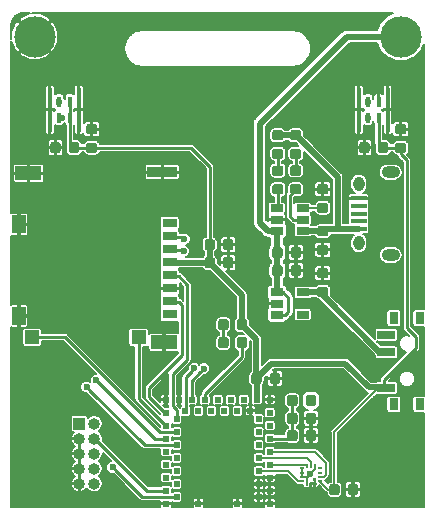
<source format=gbr>
G04 #@! TF.GenerationSoftware,KiCad,Pcbnew,5.0.2-bee76a0~70~ubuntu18.04.1*
G04 #@! TF.CreationDate,2019-06-28T20:51:35+02:00*
G04 #@! TF.ProjectId,rythm_badge_tudelft,72797468-6d5f-4626-9164-67655f747564,rev?*
G04 #@! TF.SameCoordinates,Original*
G04 #@! TF.FileFunction,Copper,L1,Top*
G04 #@! TF.FilePolarity,Positive*
%FSLAX46Y46*%
G04 Gerber Fmt 4.6, Leading zero omitted, Abs format (unit mm)*
G04 Created by KiCad (PCBNEW 5.0.2-bee76a0~70~ubuntu18.04.1) date vr 28 jun 2019 20:51:35 CEST*
%MOMM*%
%LPD*%
G01*
G04 APERTURE LIST*
G04 #@! TA.AperFunction,SMDPad,CuDef*
%ADD10R,1.240000X0.800000*%
G04 #@! TD*
G04 #@! TA.AperFunction,SMDPad,CuDef*
%ADD11R,2.500000X0.950000*%
G04 #@! TD*
G04 #@! TA.AperFunction,SMDPad,CuDef*
%ADD12R,2.200000X1.150000*%
G04 #@! TD*
G04 #@! TA.AperFunction,SMDPad,CuDef*
%ADD13R,1.250000X1.160000*%
G04 #@! TD*
G04 #@! TA.AperFunction,SMDPad,CuDef*
%ADD14R,1.200000X1.160000*%
G04 #@! TD*
G04 #@! TA.AperFunction,SMDPad,CuDef*
%ADD15R,1.150000X1.500000*%
G04 #@! TD*
G04 #@! TA.AperFunction,SMDPad,CuDef*
%ADD16R,1.500000X0.700000*%
G04 #@! TD*
G04 #@! TA.AperFunction,SMDPad,CuDef*
%ADD17R,0.800000X1.000000*%
G04 #@! TD*
G04 #@! TA.AperFunction,ComponentPad*
%ADD18R,1.000000X1.000000*%
G04 #@! TD*
G04 #@! TA.AperFunction,ComponentPad*
%ADD19O,1.000000X1.000000*%
G04 #@! TD*
G04 #@! TA.AperFunction,Conductor*
%ADD20C,0.100000*%
G04 #@! TD*
G04 #@! TA.AperFunction,SMDPad,CuDef*
%ADD21C,0.875000*%
G04 #@! TD*
G04 #@! TA.AperFunction,SMDPad,CuDef*
%ADD22R,0.400000X0.950000*%
G04 #@! TD*
G04 #@! TA.AperFunction,SMDPad,CuDef*
%ADD23R,0.350000X3.800000*%
G04 #@! TD*
G04 #@! TA.AperFunction,ComponentPad*
%ADD24C,3.500120*%
G04 #@! TD*
G04 #@! TA.AperFunction,ComponentPad*
%ADD25O,1.550000X1.000000*%
G04 #@! TD*
G04 #@! TA.AperFunction,ComponentPad*
%ADD26O,0.950000X1.250000*%
G04 #@! TD*
G04 #@! TA.AperFunction,SMDPad,CuDef*
%ADD27R,1.350000X0.400000*%
G04 #@! TD*
G04 #@! TA.AperFunction,SMDPad,CuDef*
%ADD28R,0.500000X0.500000*%
G04 #@! TD*
G04 #@! TA.AperFunction,SMDPad,CuDef*
%ADD29R,1.060000X0.650000*%
G04 #@! TD*
G04 #@! TA.AperFunction,SMDPad,CuDef*
%ADD30R,0.200000X0.325000*%
G04 #@! TD*
G04 #@! TA.AperFunction,SMDPad,CuDef*
%ADD31R,0.325000X0.200000*%
G04 #@! TD*
G04 #@! TA.AperFunction,ViaPad*
%ADD32C,0.600000*%
G04 #@! TD*
G04 #@! TA.AperFunction,Conductor*
%ADD33C,0.250000*%
G04 #@! TD*
G04 #@! TA.AperFunction,Conductor*
%ADD34C,0.500000*%
G04 #@! TD*
G04 #@! TA.AperFunction,Conductor*
%ADD35C,0.200000*%
G04 #@! TD*
G04 #@! TA.AperFunction,Conductor*
%ADD36C,0.152400*%
G04 #@! TD*
G04 APERTURE END LIST*
D10*
G04 #@! TO.P,J5,1*
G04 #@! TO.N,Net-(J5-Pad1)*
X89908300Y-67635800D03*
G04 #@! TO.P,J5,2*
G04 #@! TO.N,/CS*
X89908300Y-68735800D03*
G04 #@! TO.P,J5,3*
G04 #@! TO.N,/MOSI*
X89908300Y-69835800D03*
G04 #@! TO.P,J5,4*
G04 #@! TO.N,/VDD*
X89908300Y-70935800D03*
G04 #@! TO.P,J5,5*
G04 #@! TO.N,/CLK*
X89908300Y-72035800D03*
G04 #@! TO.P,J5,6*
G04 #@! TO.N,GND*
X89908300Y-73135800D03*
G04 #@! TO.P,J5,7*
G04 #@! TO.N,/MISO*
X89908300Y-74235800D03*
G04 #@! TO.P,J5,8*
G04 #@! TO.N,Net-(J5-Pad8)*
X89908300Y-75335800D03*
D11*
G04 #@! TO.P,J5,P1*
G04 #@! TO.N,GND*
X89278300Y-63290800D03*
D12*
G04 #@! TO.P,J5,P2*
X89428300Y-77680800D03*
D13*
G04 #@! TO.P,J5,SW*
G04 #@! TO.N,/SW*
X87278300Y-77275800D03*
D14*
G04 #@! TO.P,J5,DT*
G04 #@! TO.N,/CD*
X78278300Y-77275800D03*
D12*
G04 #@! TO.P,J5,P3*
G04 #@! TO.N,GND*
X77948300Y-63390800D03*
D15*
G04 #@! TO.P,J5,P4*
X77153300Y-67695800D03*
G04 #@! TO.P,J5,P5*
X77153300Y-75475800D03*
G04 #@! TD*
D16*
G04 #@! TO.P,SW1,1*
G04 #@! TO.N,/VDD*
X108247200Y-81548800D03*
G04 #@! TO.P,SW1,2*
G04 #@! TO.N,Net-(C13-Pad1)*
X108247200Y-78548800D03*
G04 #@! TO.P,SW1,3*
G04 #@! TO.N,N/C*
X108247200Y-77048800D03*
D17*
G04 #@! TO.P,SW1,*
G04 #@! TO.N,*
X111107200Y-82948800D03*
X111107200Y-75648800D03*
X108897200Y-75648800D03*
X108897200Y-82948800D03*
G04 #@! TD*
D18*
G04 #@! TO.P,J2,1*
G04 #@! TO.N,/VDD*
X82257900Y-84582000D03*
D19*
G04 #@! TO.P,J2,2*
G04 #@! TO.N,/SWDIO*
X83527900Y-84582000D03*
G04 #@! TO.P,J2,3*
G04 #@! TO.N,GND*
X82257900Y-85852000D03*
G04 #@! TO.P,J2,4*
G04 #@! TO.N,/SWCLK*
X83527900Y-85852000D03*
G04 #@! TO.P,J2,5*
G04 #@! TO.N,GND*
X82257900Y-87122000D03*
G04 #@! TO.P,J2,6*
G04 #@! TO.N,Net-(J2-Pad6)*
X83527900Y-87122000D03*
G04 #@! TO.P,J2,7*
G04 #@! TO.N,GND*
X82257900Y-88392000D03*
G04 #@! TO.P,J2,8*
G04 #@! TO.N,Net-(J2-Pad8)*
X83527900Y-88392000D03*
G04 #@! TO.P,J2,9*
G04 #@! TO.N,GND*
X82257900Y-89662000D03*
G04 #@! TO.P,J2,10*
G04 #@! TO.N,Net-(J2-Pad10)*
X83527900Y-89662000D03*
G04 #@! TD*
D20*
G04 #@! TO.N,Net-(D3-Pad2)*
G04 #@! TO.C,D3*
G36*
X100861691Y-62720553D02*
X100882926Y-62723703D01*
X100903750Y-62728919D01*
X100923962Y-62736151D01*
X100943368Y-62745330D01*
X100961781Y-62756366D01*
X100979024Y-62769154D01*
X100994930Y-62783570D01*
X101009346Y-62799476D01*
X101022134Y-62816719D01*
X101033170Y-62835132D01*
X101042349Y-62854538D01*
X101049581Y-62874750D01*
X101054797Y-62895574D01*
X101057947Y-62916809D01*
X101059000Y-62938250D01*
X101059000Y-63375750D01*
X101057947Y-63397191D01*
X101054797Y-63418426D01*
X101049581Y-63439250D01*
X101042349Y-63459462D01*
X101033170Y-63478868D01*
X101022134Y-63497281D01*
X101009346Y-63514524D01*
X100994930Y-63530430D01*
X100979024Y-63544846D01*
X100961781Y-63557634D01*
X100943368Y-63568670D01*
X100923962Y-63577849D01*
X100903750Y-63585081D01*
X100882926Y-63590297D01*
X100861691Y-63593447D01*
X100840250Y-63594500D01*
X100327750Y-63594500D01*
X100306309Y-63593447D01*
X100285074Y-63590297D01*
X100264250Y-63585081D01*
X100244038Y-63577849D01*
X100224632Y-63568670D01*
X100206219Y-63557634D01*
X100188976Y-63544846D01*
X100173070Y-63530430D01*
X100158654Y-63514524D01*
X100145866Y-63497281D01*
X100134830Y-63478868D01*
X100125651Y-63459462D01*
X100118419Y-63439250D01*
X100113203Y-63418426D01*
X100110053Y-63397191D01*
X100109000Y-63375750D01*
X100109000Y-62938250D01*
X100110053Y-62916809D01*
X100113203Y-62895574D01*
X100118419Y-62874750D01*
X100125651Y-62854538D01*
X100134830Y-62835132D01*
X100145866Y-62816719D01*
X100158654Y-62799476D01*
X100173070Y-62783570D01*
X100188976Y-62769154D01*
X100206219Y-62756366D01*
X100224632Y-62745330D01*
X100244038Y-62736151D01*
X100264250Y-62728919D01*
X100285074Y-62723703D01*
X100306309Y-62720553D01*
X100327750Y-62719500D01*
X100840250Y-62719500D01*
X100861691Y-62720553D01*
X100861691Y-62720553D01*
G37*
D21*
G04 #@! TD*
G04 #@! TO.P,D3,2*
G04 #@! TO.N,Net-(D3-Pad2)*
X100584000Y-63157000D03*
D20*
G04 #@! TO.N,Net-(D3-Pad1)*
G04 #@! TO.C,D3*
G36*
X100861691Y-64295553D02*
X100882926Y-64298703D01*
X100903750Y-64303919D01*
X100923962Y-64311151D01*
X100943368Y-64320330D01*
X100961781Y-64331366D01*
X100979024Y-64344154D01*
X100994930Y-64358570D01*
X101009346Y-64374476D01*
X101022134Y-64391719D01*
X101033170Y-64410132D01*
X101042349Y-64429538D01*
X101049581Y-64449750D01*
X101054797Y-64470574D01*
X101057947Y-64491809D01*
X101059000Y-64513250D01*
X101059000Y-64950750D01*
X101057947Y-64972191D01*
X101054797Y-64993426D01*
X101049581Y-65014250D01*
X101042349Y-65034462D01*
X101033170Y-65053868D01*
X101022134Y-65072281D01*
X101009346Y-65089524D01*
X100994930Y-65105430D01*
X100979024Y-65119846D01*
X100961781Y-65132634D01*
X100943368Y-65143670D01*
X100923962Y-65152849D01*
X100903750Y-65160081D01*
X100882926Y-65165297D01*
X100861691Y-65168447D01*
X100840250Y-65169500D01*
X100327750Y-65169500D01*
X100306309Y-65168447D01*
X100285074Y-65165297D01*
X100264250Y-65160081D01*
X100244038Y-65152849D01*
X100224632Y-65143670D01*
X100206219Y-65132634D01*
X100188976Y-65119846D01*
X100173070Y-65105430D01*
X100158654Y-65089524D01*
X100145866Y-65072281D01*
X100134830Y-65053868D01*
X100125651Y-65034462D01*
X100118419Y-65014250D01*
X100113203Y-64993426D01*
X100110053Y-64972191D01*
X100109000Y-64950750D01*
X100109000Y-64513250D01*
X100110053Y-64491809D01*
X100113203Y-64470574D01*
X100118419Y-64449750D01*
X100125651Y-64429538D01*
X100134830Y-64410132D01*
X100145866Y-64391719D01*
X100158654Y-64374476D01*
X100173070Y-64358570D01*
X100188976Y-64344154D01*
X100206219Y-64331366D01*
X100224632Y-64320330D01*
X100244038Y-64311151D01*
X100264250Y-64303919D01*
X100285074Y-64298703D01*
X100306309Y-64295553D01*
X100327750Y-64294500D01*
X100840250Y-64294500D01*
X100861691Y-64295553D01*
X100861691Y-64295553D01*
G37*
D21*
G04 #@! TD*
G04 #@! TO.P,D3,1*
G04 #@! TO.N,Net-(D3-Pad1)*
X100584000Y-64732000D03*
D20*
G04 #@! TO.N,Net-(D1-Pad1)*
G04 #@! TO.C,D1*
G36*
X99350391Y-64308253D02*
X99371626Y-64311403D01*
X99392450Y-64316619D01*
X99412662Y-64323851D01*
X99432068Y-64333030D01*
X99450481Y-64344066D01*
X99467724Y-64356854D01*
X99483630Y-64371270D01*
X99498046Y-64387176D01*
X99510834Y-64404419D01*
X99521870Y-64422832D01*
X99531049Y-64442238D01*
X99538281Y-64462450D01*
X99543497Y-64483274D01*
X99546647Y-64504509D01*
X99547700Y-64525950D01*
X99547700Y-64963450D01*
X99546647Y-64984891D01*
X99543497Y-65006126D01*
X99538281Y-65026950D01*
X99531049Y-65047162D01*
X99521870Y-65066568D01*
X99510834Y-65084981D01*
X99498046Y-65102224D01*
X99483630Y-65118130D01*
X99467724Y-65132546D01*
X99450481Y-65145334D01*
X99432068Y-65156370D01*
X99412662Y-65165549D01*
X99392450Y-65172781D01*
X99371626Y-65177997D01*
X99350391Y-65181147D01*
X99328950Y-65182200D01*
X98816450Y-65182200D01*
X98795009Y-65181147D01*
X98773774Y-65177997D01*
X98752950Y-65172781D01*
X98732738Y-65165549D01*
X98713332Y-65156370D01*
X98694919Y-65145334D01*
X98677676Y-65132546D01*
X98661770Y-65118130D01*
X98647354Y-65102224D01*
X98634566Y-65084981D01*
X98623530Y-65066568D01*
X98614351Y-65047162D01*
X98607119Y-65026950D01*
X98601903Y-65006126D01*
X98598753Y-64984891D01*
X98597700Y-64963450D01*
X98597700Y-64525950D01*
X98598753Y-64504509D01*
X98601903Y-64483274D01*
X98607119Y-64462450D01*
X98614351Y-64442238D01*
X98623530Y-64422832D01*
X98634566Y-64404419D01*
X98647354Y-64387176D01*
X98661770Y-64371270D01*
X98677676Y-64356854D01*
X98694919Y-64344066D01*
X98713332Y-64333030D01*
X98732738Y-64323851D01*
X98752950Y-64316619D01*
X98773774Y-64311403D01*
X98795009Y-64308253D01*
X98816450Y-64307200D01*
X99328950Y-64307200D01*
X99350391Y-64308253D01*
X99350391Y-64308253D01*
G37*
D21*
G04 #@! TD*
G04 #@! TO.P,D1,1*
G04 #@! TO.N,Net-(D1-Pad1)*
X99072700Y-64744700D03*
D20*
G04 #@! TO.N,Net-(D1-Pad2)*
G04 #@! TO.C,D1*
G36*
X99350391Y-62733253D02*
X99371626Y-62736403D01*
X99392450Y-62741619D01*
X99412662Y-62748851D01*
X99432068Y-62758030D01*
X99450481Y-62769066D01*
X99467724Y-62781854D01*
X99483630Y-62796270D01*
X99498046Y-62812176D01*
X99510834Y-62829419D01*
X99521870Y-62847832D01*
X99531049Y-62867238D01*
X99538281Y-62887450D01*
X99543497Y-62908274D01*
X99546647Y-62929509D01*
X99547700Y-62950950D01*
X99547700Y-63388450D01*
X99546647Y-63409891D01*
X99543497Y-63431126D01*
X99538281Y-63451950D01*
X99531049Y-63472162D01*
X99521870Y-63491568D01*
X99510834Y-63509981D01*
X99498046Y-63527224D01*
X99483630Y-63543130D01*
X99467724Y-63557546D01*
X99450481Y-63570334D01*
X99432068Y-63581370D01*
X99412662Y-63590549D01*
X99392450Y-63597781D01*
X99371626Y-63602997D01*
X99350391Y-63606147D01*
X99328950Y-63607200D01*
X98816450Y-63607200D01*
X98795009Y-63606147D01*
X98773774Y-63602997D01*
X98752950Y-63597781D01*
X98732738Y-63590549D01*
X98713332Y-63581370D01*
X98694919Y-63570334D01*
X98677676Y-63557546D01*
X98661770Y-63543130D01*
X98647354Y-63527224D01*
X98634566Y-63509981D01*
X98623530Y-63491568D01*
X98614351Y-63472162D01*
X98607119Y-63451950D01*
X98601903Y-63431126D01*
X98598753Y-63409891D01*
X98597700Y-63388450D01*
X98597700Y-62950950D01*
X98598753Y-62929509D01*
X98601903Y-62908274D01*
X98607119Y-62887450D01*
X98614351Y-62867238D01*
X98623530Y-62847832D01*
X98634566Y-62829419D01*
X98647354Y-62812176D01*
X98661770Y-62796270D01*
X98677676Y-62781854D01*
X98694919Y-62769066D01*
X98713332Y-62758030D01*
X98732738Y-62748851D01*
X98752950Y-62741619D01*
X98773774Y-62736403D01*
X98795009Y-62733253D01*
X98816450Y-62732200D01*
X99328950Y-62732200D01*
X99350391Y-62733253D01*
X99350391Y-62733253D01*
G37*
D21*
G04 #@! TD*
G04 #@! TO.P,D1,2*
G04 #@! TO.N,Net-(D1-Pad2)*
X99072700Y-63169700D03*
D22*
G04 #@! TO.P,U2,1*
G04 #@! TO.N,/VDD*
X81450000Y-58675000D03*
G04 #@! TO.P,U2,4*
G04 #@! TO.N,Net-(MOD1-Pad35)*
X80550000Y-58675000D03*
G04 #@! TO.P,U2,2*
G04 #@! TO.N,/VDD*
X81450000Y-57325000D03*
G04 #@! TO.P,U2,3*
G04 #@! TO.N,Net-(MOD1-Pad36)*
X80550000Y-57325000D03*
D23*
G04 #@! TO.P,U2,5*
G04 #@! TO.N,GND*
X82225000Y-58000000D03*
X79775000Y-58000000D03*
G04 #@! TD*
D22*
G04 #@! TO.P,U3,1*
G04 #@! TO.N,/VDD*
X107600000Y-58675000D03*
G04 #@! TO.P,U3,4*
G04 #@! TO.N,Net-(MOD1-Pad35)*
X106700000Y-58675000D03*
G04 #@! TO.P,U3,2*
G04 #@! TO.N,GND*
X107600000Y-57325000D03*
G04 #@! TO.P,U3,3*
G04 #@! TO.N,Net-(MOD1-Pad36)*
X106700000Y-57325000D03*
D23*
G04 #@! TO.P,U3,5*
G04 #@! TO.N,GND*
X108375000Y-58000000D03*
X105925000Y-58000000D03*
G04 #@! TD*
D24*
G04 #@! TO.P,J4,1*
G04 #@! TO.N,GND*
X78486000Y-51816000D03*
G04 #@! TD*
G04 #@! TO.P,J3,1*
G04 #@! TO.N,/BAT*
X109474000Y-51816000D03*
G04 #@! TD*
D20*
G04 #@! TO.N,GND*
G04 #@! TO.C,C1*
G36*
X102119691Y-85124053D02*
X102140926Y-85127203D01*
X102161750Y-85132419D01*
X102181962Y-85139651D01*
X102201368Y-85148830D01*
X102219781Y-85159866D01*
X102237024Y-85172654D01*
X102252930Y-85187070D01*
X102267346Y-85202976D01*
X102280134Y-85220219D01*
X102291170Y-85238632D01*
X102300349Y-85258038D01*
X102307581Y-85278250D01*
X102312797Y-85299074D01*
X102315947Y-85320309D01*
X102317000Y-85341750D01*
X102317000Y-85854250D01*
X102315947Y-85875691D01*
X102312797Y-85896926D01*
X102307581Y-85917750D01*
X102300349Y-85937962D01*
X102291170Y-85957368D01*
X102280134Y-85975781D01*
X102267346Y-85993024D01*
X102252930Y-86008930D01*
X102237024Y-86023346D01*
X102219781Y-86036134D01*
X102201368Y-86047170D01*
X102181962Y-86056349D01*
X102161750Y-86063581D01*
X102140926Y-86068797D01*
X102119691Y-86071947D01*
X102098250Y-86073000D01*
X101660750Y-86073000D01*
X101639309Y-86071947D01*
X101618074Y-86068797D01*
X101597250Y-86063581D01*
X101577038Y-86056349D01*
X101557632Y-86047170D01*
X101539219Y-86036134D01*
X101521976Y-86023346D01*
X101506070Y-86008930D01*
X101491654Y-85993024D01*
X101478866Y-85975781D01*
X101467830Y-85957368D01*
X101458651Y-85937962D01*
X101451419Y-85917750D01*
X101446203Y-85896926D01*
X101443053Y-85875691D01*
X101442000Y-85854250D01*
X101442000Y-85341750D01*
X101443053Y-85320309D01*
X101446203Y-85299074D01*
X101451419Y-85278250D01*
X101458651Y-85258038D01*
X101467830Y-85238632D01*
X101478866Y-85220219D01*
X101491654Y-85202976D01*
X101506070Y-85187070D01*
X101521976Y-85172654D01*
X101539219Y-85159866D01*
X101557632Y-85148830D01*
X101577038Y-85139651D01*
X101597250Y-85132419D01*
X101618074Y-85127203D01*
X101639309Y-85124053D01*
X101660750Y-85123000D01*
X102098250Y-85123000D01*
X102119691Y-85124053D01*
X102119691Y-85124053D01*
G37*
D21*
G04 #@! TD*
G04 #@! TO.P,C1,2*
G04 #@! TO.N,GND*
X101879500Y-85598000D03*
D20*
G04 #@! TO.N,Net-(C1-Pad1)*
G04 #@! TO.C,C1*
G36*
X100544691Y-85124053D02*
X100565926Y-85127203D01*
X100586750Y-85132419D01*
X100606962Y-85139651D01*
X100626368Y-85148830D01*
X100644781Y-85159866D01*
X100662024Y-85172654D01*
X100677930Y-85187070D01*
X100692346Y-85202976D01*
X100705134Y-85220219D01*
X100716170Y-85238632D01*
X100725349Y-85258038D01*
X100732581Y-85278250D01*
X100737797Y-85299074D01*
X100740947Y-85320309D01*
X100742000Y-85341750D01*
X100742000Y-85854250D01*
X100740947Y-85875691D01*
X100737797Y-85896926D01*
X100732581Y-85917750D01*
X100725349Y-85937962D01*
X100716170Y-85957368D01*
X100705134Y-85975781D01*
X100692346Y-85993024D01*
X100677930Y-86008930D01*
X100662024Y-86023346D01*
X100644781Y-86036134D01*
X100626368Y-86047170D01*
X100606962Y-86056349D01*
X100586750Y-86063581D01*
X100565926Y-86068797D01*
X100544691Y-86071947D01*
X100523250Y-86073000D01*
X100085750Y-86073000D01*
X100064309Y-86071947D01*
X100043074Y-86068797D01*
X100022250Y-86063581D01*
X100002038Y-86056349D01*
X99982632Y-86047170D01*
X99964219Y-86036134D01*
X99946976Y-86023346D01*
X99931070Y-86008930D01*
X99916654Y-85993024D01*
X99903866Y-85975781D01*
X99892830Y-85957368D01*
X99883651Y-85937962D01*
X99876419Y-85917750D01*
X99871203Y-85896926D01*
X99868053Y-85875691D01*
X99867000Y-85854250D01*
X99867000Y-85341750D01*
X99868053Y-85320309D01*
X99871203Y-85299074D01*
X99876419Y-85278250D01*
X99883651Y-85258038D01*
X99892830Y-85238632D01*
X99903866Y-85220219D01*
X99916654Y-85202976D01*
X99931070Y-85187070D01*
X99946976Y-85172654D01*
X99964219Y-85159866D01*
X99982632Y-85148830D01*
X100002038Y-85139651D01*
X100022250Y-85132419D01*
X100043074Y-85127203D01*
X100064309Y-85124053D01*
X100085750Y-85123000D01*
X100523250Y-85123000D01*
X100544691Y-85124053D01*
X100544691Y-85124053D01*
G37*
D21*
G04 #@! TD*
G04 #@! TO.P,C1,1*
G04 #@! TO.N,Net-(C1-Pad1)*
X100304500Y-85598000D03*
D20*
G04 #@! TO.N,GND*
G04 #@! TO.C,C2*
G36*
X99071691Y-80298053D02*
X99092926Y-80301203D01*
X99113750Y-80306419D01*
X99133962Y-80313651D01*
X99153368Y-80322830D01*
X99171781Y-80333866D01*
X99189024Y-80346654D01*
X99204930Y-80361070D01*
X99219346Y-80376976D01*
X99232134Y-80394219D01*
X99243170Y-80412632D01*
X99252349Y-80432038D01*
X99259581Y-80452250D01*
X99264797Y-80473074D01*
X99267947Y-80494309D01*
X99269000Y-80515750D01*
X99269000Y-81028250D01*
X99267947Y-81049691D01*
X99264797Y-81070926D01*
X99259581Y-81091750D01*
X99252349Y-81111962D01*
X99243170Y-81131368D01*
X99232134Y-81149781D01*
X99219346Y-81167024D01*
X99204930Y-81182930D01*
X99189024Y-81197346D01*
X99171781Y-81210134D01*
X99153368Y-81221170D01*
X99133962Y-81230349D01*
X99113750Y-81237581D01*
X99092926Y-81242797D01*
X99071691Y-81245947D01*
X99050250Y-81247000D01*
X98612750Y-81247000D01*
X98591309Y-81245947D01*
X98570074Y-81242797D01*
X98549250Y-81237581D01*
X98529038Y-81230349D01*
X98509632Y-81221170D01*
X98491219Y-81210134D01*
X98473976Y-81197346D01*
X98458070Y-81182930D01*
X98443654Y-81167024D01*
X98430866Y-81149781D01*
X98419830Y-81131368D01*
X98410651Y-81111962D01*
X98403419Y-81091750D01*
X98398203Y-81070926D01*
X98395053Y-81049691D01*
X98394000Y-81028250D01*
X98394000Y-80515750D01*
X98395053Y-80494309D01*
X98398203Y-80473074D01*
X98403419Y-80452250D01*
X98410651Y-80432038D01*
X98419830Y-80412632D01*
X98430866Y-80394219D01*
X98443654Y-80376976D01*
X98458070Y-80361070D01*
X98473976Y-80346654D01*
X98491219Y-80333866D01*
X98509632Y-80322830D01*
X98529038Y-80313651D01*
X98549250Y-80306419D01*
X98570074Y-80301203D01*
X98591309Y-80298053D01*
X98612750Y-80297000D01*
X99050250Y-80297000D01*
X99071691Y-80298053D01*
X99071691Y-80298053D01*
G37*
D21*
G04 #@! TD*
G04 #@! TO.P,C2,2*
G04 #@! TO.N,GND*
X98831500Y-80772000D03*
D20*
G04 #@! TO.N,/VDD*
G04 #@! TO.C,C2*
G36*
X97496691Y-80298053D02*
X97517926Y-80301203D01*
X97538750Y-80306419D01*
X97558962Y-80313651D01*
X97578368Y-80322830D01*
X97596781Y-80333866D01*
X97614024Y-80346654D01*
X97629930Y-80361070D01*
X97644346Y-80376976D01*
X97657134Y-80394219D01*
X97668170Y-80412632D01*
X97677349Y-80432038D01*
X97684581Y-80452250D01*
X97689797Y-80473074D01*
X97692947Y-80494309D01*
X97694000Y-80515750D01*
X97694000Y-81028250D01*
X97692947Y-81049691D01*
X97689797Y-81070926D01*
X97684581Y-81091750D01*
X97677349Y-81111962D01*
X97668170Y-81131368D01*
X97657134Y-81149781D01*
X97644346Y-81167024D01*
X97629930Y-81182930D01*
X97614024Y-81197346D01*
X97596781Y-81210134D01*
X97578368Y-81221170D01*
X97558962Y-81230349D01*
X97538750Y-81237581D01*
X97517926Y-81242797D01*
X97496691Y-81245947D01*
X97475250Y-81247000D01*
X97037750Y-81247000D01*
X97016309Y-81245947D01*
X96995074Y-81242797D01*
X96974250Y-81237581D01*
X96954038Y-81230349D01*
X96934632Y-81221170D01*
X96916219Y-81210134D01*
X96898976Y-81197346D01*
X96883070Y-81182930D01*
X96868654Y-81167024D01*
X96855866Y-81149781D01*
X96844830Y-81131368D01*
X96835651Y-81111962D01*
X96828419Y-81091750D01*
X96823203Y-81070926D01*
X96820053Y-81049691D01*
X96819000Y-81028250D01*
X96819000Y-80515750D01*
X96820053Y-80494309D01*
X96823203Y-80473074D01*
X96828419Y-80452250D01*
X96835651Y-80432038D01*
X96844830Y-80412632D01*
X96855866Y-80394219D01*
X96868654Y-80376976D01*
X96883070Y-80361070D01*
X96898976Y-80346654D01*
X96916219Y-80333866D01*
X96934632Y-80322830D01*
X96954038Y-80313651D01*
X96974250Y-80306419D01*
X96995074Y-80301203D01*
X97016309Y-80298053D01*
X97037750Y-80297000D01*
X97475250Y-80297000D01*
X97496691Y-80298053D01*
X97496691Y-80298053D01*
G37*
D21*
G04 #@! TD*
G04 #@! TO.P,C2,1*
G04 #@! TO.N,/VDD*
X97256500Y-80772000D03*
D20*
G04 #@! TO.N,GND*
G04 #@! TO.C,C3*
G36*
X100849691Y-69630053D02*
X100870926Y-69633203D01*
X100891750Y-69638419D01*
X100911962Y-69645651D01*
X100931368Y-69654830D01*
X100949781Y-69665866D01*
X100967024Y-69678654D01*
X100982930Y-69693070D01*
X100997346Y-69708976D01*
X101010134Y-69726219D01*
X101021170Y-69744632D01*
X101030349Y-69764038D01*
X101037581Y-69784250D01*
X101042797Y-69805074D01*
X101045947Y-69826309D01*
X101047000Y-69847750D01*
X101047000Y-70360250D01*
X101045947Y-70381691D01*
X101042797Y-70402926D01*
X101037581Y-70423750D01*
X101030349Y-70443962D01*
X101021170Y-70463368D01*
X101010134Y-70481781D01*
X100997346Y-70499024D01*
X100982930Y-70514930D01*
X100967024Y-70529346D01*
X100949781Y-70542134D01*
X100931368Y-70553170D01*
X100911962Y-70562349D01*
X100891750Y-70569581D01*
X100870926Y-70574797D01*
X100849691Y-70577947D01*
X100828250Y-70579000D01*
X100390750Y-70579000D01*
X100369309Y-70577947D01*
X100348074Y-70574797D01*
X100327250Y-70569581D01*
X100307038Y-70562349D01*
X100287632Y-70553170D01*
X100269219Y-70542134D01*
X100251976Y-70529346D01*
X100236070Y-70514930D01*
X100221654Y-70499024D01*
X100208866Y-70481781D01*
X100197830Y-70463368D01*
X100188651Y-70443962D01*
X100181419Y-70423750D01*
X100176203Y-70402926D01*
X100173053Y-70381691D01*
X100172000Y-70360250D01*
X100172000Y-69847750D01*
X100173053Y-69826309D01*
X100176203Y-69805074D01*
X100181419Y-69784250D01*
X100188651Y-69764038D01*
X100197830Y-69744632D01*
X100208866Y-69726219D01*
X100221654Y-69708976D01*
X100236070Y-69693070D01*
X100251976Y-69678654D01*
X100269219Y-69665866D01*
X100287632Y-69654830D01*
X100307038Y-69645651D01*
X100327250Y-69638419D01*
X100348074Y-69633203D01*
X100369309Y-69630053D01*
X100390750Y-69629000D01*
X100828250Y-69629000D01*
X100849691Y-69630053D01*
X100849691Y-69630053D01*
G37*
D21*
G04 #@! TD*
G04 #@! TO.P,C3,2*
G04 #@! TO.N,GND*
X100609500Y-70104000D03*
D20*
G04 #@! TO.N,/BAT*
G04 #@! TO.C,C3*
G36*
X99274691Y-69630053D02*
X99295926Y-69633203D01*
X99316750Y-69638419D01*
X99336962Y-69645651D01*
X99356368Y-69654830D01*
X99374781Y-69665866D01*
X99392024Y-69678654D01*
X99407930Y-69693070D01*
X99422346Y-69708976D01*
X99435134Y-69726219D01*
X99446170Y-69744632D01*
X99455349Y-69764038D01*
X99462581Y-69784250D01*
X99467797Y-69805074D01*
X99470947Y-69826309D01*
X99472000Y-69847750D01*
X99472000Y-70360250D01*
X99470947Y-70381691D01*
X99467797Y-70402926D01*
X99462581Y-70423750D01*
X99455349Y-70443962D01*
X99446170Y-70463368D01*
X99435134Y-70481781D01*
X99422346Y-70499024D01*
X99407930Y-70514930D01*
X99392024Y-70529346D01*
X99374781Y-70542134D01*
X99356368Y-70553170D01*
X99336962Y-70562349D01*
X99316750Y-70569581D01*
X99295926Y-70574797D01*
X99274691Y-70577947D01*
X99253250Y-70579000D01*
X98815750Y-70579000D01*
X98794309Y-70577947D01*
X98773074Y-70574797D01*
X98752250Y-70569581D01*
X98732038Y-70562349D01*
X98712632Y-70553170D01*
X98694219Y-70542134D01*
X98676976Y-70529346D01*
X98661070Y-70514930D01*
X98646654Y-70499024D01*
X98633866Y-70481781D01*
X98622830Y-70463368D01*
X98613651Y-70443962D01*
X98606419Y-70423750D01*
X98601203Y-70402926D01*
X98598053Y-70381691D01*
X98597000Y-70360250D01*
X98597000Y-69847750D01*
X98598053Y-69826309D01*
X98601203Y-69805074D01*
X98606419Y-69784250D01*
X98613651Y-69764038D01*
X98622830Y-69744632D01*
X98633866Y-69726219D01*
X98646654Y-69708976D01*
X98661070Y-69693070D01*
X98676976Y-69678654D01*
X98694219Y-69665866D01*
X98712632Y-69654830D01*
X98732038Y-69645651D01*
X98752250Y-69638419D01*
X98773074Y-69633203D01*
X98794309Y-69630053D01*
X98815750Y-69629000D01*
X99253250Y-69629000D01*
X99274691Y-69630053D01*
X99274691Y-69630053D01*
G37*
D21*
G04 #@! TD*
G04 #@! TO.P,C3,1*
G04 #@! TO.N,/BAT*
X99034500Y-70104000D03*
D20*
G04 #@! TO.N,GND*
G04 #@! TO.C,C4*
G36*
X83589691Y-59228053D02*
X83610926Y-59231203D01*
X83631750Y-59236419D01*
X83651962Y-59243651D01*
X83671368Y-59252830D01*
X83689781Y-59263866D01*
X83707024Y-59276654D01*
X83722930Y-59291070D01*
X83737346Y-59306976D01*
X83750134Y-59324219D01*
X83761170Y-59342632D01*
X83770349Y-59362038D01*
X83777581Y-59382250D01*
X83782797Y-59403074D01*
X83785947Y-59424309D01*
X83787000Y-59445750D01*
X83787000Y-59883250D01*
X83785947Y-59904691D01*
X83782797Y-59925926D01*
X83777581Y-59946750D01*
X83770349Y-59966962D01*
X83761170Y-59986368D01*
X83750134Y-60004781D01*
X83737346Y-60022024D01*
X83722930Y-60037930D01*
X83707024Y-60052346D01*
X83689781Y-60065134D01*
X83671368Y-60076170D01*
X83651962Y-60085349D01*
X83631750Y-60092581D01*
X83610926Y-60097797D01*
X83589691Y-60100947D01*
X83568250Y-60102000D01*
X83055750Y-60102000D01*
X83034309Y-60100947D01*
X83013074Y-60097797D01*
X82992250Y-60092581D01*
X82972038Y-60085349D01*
X82952632Y-60076170D01*
X82934219Y-60065134D01*
X82916976Y-60052346D01*
X82901070Y-60037930D01*
X82886654Y-60022024D01*
X82873866Y-60004781D01*
X82862830Y-59986368D01*
X82853651Y-59966962D01*
X82846419Y-59946750D01*
X82841203Y-59925926D01*
X82838053Y-59904691D01*
X82837000Y-59883250D01*
X82837000Y-59445750D01*
X82838053Y-59424309D01*
X82841203Y-59403074D01*
X82846419Y-59382250D01*
X82853651Y-59362038D01*
X82862830Y-59342632D01*
X82873866Y-59324219D01*
X82886654Y-59306976D01*
X82901070Y-59291070D01*
X82916976Y-59276654D01*
X82934219Y-59263866D01*
X82952632Y-59252830D01*
X82972038Y-59243651D01*
X82992250Y-59236419D01*
X83013074Y-59231203D01*
X83034309Y-59228053D01*
X83055750Y-59227000D01*
X83568250Y-59227000D01*
X83589691Y-59228053D01*
X83589691Y-59228053D01*
G37*
D21*
G04 #@! TD*
G04 #@! TO.P,C4,2*
G04 #@! TO.N,GND*
X83312000Y-59664500D03*
D20*
G04 #@! TO.N,/VDD*
G04 #@! TO.C,C4*
G36*
X83589691Y-60803053D02*
X83610926Y-60806203D01*
X83631750Y-60811419D01*
X83651962Y-60818651D01*
X83671368Y-60827830D01*
X83689781Y-60838866D01*
X83707024Y-60851654D01*
X83722930Y-60866070D01*
X83737346Y-60881976D01*
X83750134Y-60899219D01*
X83761170Y-60917632D01*
X83770349Y-60937038D01*
X83777581Y-60957250D01*
X83782797Y-60978074D01*
X83785947Y-60999309D01*
X83787000Y-61020750D01*
X83787000Y-61458250D01*
X83785947Y-61479691D01*
X83782797Y-61500926D01*
X83777581Y-61521750D01*
X83770349Y-61541962D01*
X83761170Y-61561368D01*
X83750134Y-61579781D01*
X83737346Y-61597024D01*
X83722930Y-61612930D01*
X83707024Y-61627346D01*
X83689781Y-61640134D01*
X83671368Y-61651170D01*
X83651962Y-61660349D01*
X83631750Y-61667581D01*
X83610926Y-61672797D01*
X83589691Y-61675947D01*
X83568250Y-61677000D01*
X83055750Y-61677000D01*
X83034309Y-61675947D01*
X83013074Y-61672797D01*
X82992250Y-61667581D01*
X82972038Y-61660349D01*
X82952632Y-61651170D01*
X82934219Y-61640134D01*
X82916976Y-61627346D01*
X82901070Y-61612930D01*
X82886654Y-61597024D01*
X82873866Y-61579781D01*
X82862830Y-61561368D01*
X82853651Y-61541962D01*
X82846419Y-61521750D01*
X82841203Y-61500926D01*
X82838053Y-61479691D01*
X82837000Y-61458250D01*
X82837000Y-61020750D01*
X82838053Y-60999309D01*
X82841203Y-60978074D01*
X82846419Y-60957250D01*
X82853651Y-60937038D01*
X82862830Y-60917632D01*
X82873866Y-60899219D01*
X82886654Y-60881976D01*
X82901070Y-60866070D01*
X82916976Y-60851654D01*
X82934219Y-60838866D01*
X82952632Y-60827830D01*
X82972038Y-60818651D01*
X82992250Y-60811419D01*
X83013074Y-60806203D01*
X83034309Y-60803053D01*
X83055750Y-60802000D01*
X83568250Y-60802000D01*
X83589691Y-60803053D01*
X83589691Y-60803053D01*
G37*
D21*
G04 #@! TD*
G04 #@! TO.P,C4,1*
G04 #@! TO.N,/VDD*
X83312000Y-61239500D03*
D20*
G04 #@! TO.N,GND*
G04 #@! TO.C,C5*
G36*
X106640691Y-60740053D02*
X106661926Y-60743203D01*
X106682750Y-60748419D01*
X106702962Y-60755651D01*
X106722368Y-60764830D01*
X106740781Y-60775866D01*
X106758024Y-60788654D01*
X106773930Y-60803070D01*
X106788346Y-60818976D01*
X106801134Y-60836219D01*
X106812170Y-60854632D01*
X106821349Y-60874038D01*
X106828581Y-60894250D01*
X106833797Y-60915074D01*
X106836947Y-60936309D01*
X106838000Y-60957750D01*
X106838000Y-61470250D01*
X106836947Y-61491691D01*
X106833797Y-61512926D01*
X106828581Y-61533750D01*
X106821349Y-61553962D01*
X106812170Y-61573368D01*
X106801134Y-61591781D01*
X106788346Y-61609024D01*
X106773930Y-61624930D01*
X106758024Y-61639346D01*
X106740781Y-61652134D01*
X106722368Y-61663170D01*
X106702962Y-61672349D01*
X106682750Y-61679581D01*
X106661926Y-61684797D01*
X106640691Y-61687947D01*
X106619250Y-61689000D01*
X106181750Y-61689000D01*
X106160309Y-61687947D01*
X106139074Y-61684797D01*
X106118250Y-61679581D01*
X106098038Y-61672349D01*
X106078632Y-61663170D01*
X106060219Y-61652134D01*
X106042976Y-61639346D01*
X106027070Y-61624930D01*
X106012654Y-61609024D01*
X105999866Y-61591781D01*
X105988830Y-61573368D01*
X105979651Y-61553962D01*
X105972419Y-61533750D01*
X105967203Y-61512926D01*
X105964053Y-61491691D01*
X105963000Y-61470250D01*
X105963000Y-60957750D01*
X105964053Y-60936309D01*
X105967203Y-60915074D01*
X105972419Y-60894250D01*
X105979651Y-60874038D01*
X105988830Y-60854632D01*
X105999866Y-60836219D01*
X106012654Y-60818976D01*
X106027070Y-60803070D01*
X106042976Y-60788654D01*
X106060219Y-60775866D01*
X106078632Y-60764830D01*
X106098038Y-60755651D01*
X106118250Y-60748419D01*
X106139074Y-60743203D01*
X106160309Y-60740053D01*
X106181750Y-60739000D01*
X106619250Y-60739000D01*
X106640691Y-60740053D01*
X106640691Y-60740053D01*
G37*
D21*
G04 #@! TD*
G04 #@! TO.P,C5,2*
G04 #@! TO.N,GND*
X106400500Y-61214000D03*
D20*
G04 #@! TO.N,/VDD*
G04 #@! TO.C,C5*
G36*
X108215691Y-60740053D02*
X108236926Y-60743203D01*
X108257750Y-60748419D01*
X108277962Y-60755651D01*
X108297368Y-60764830D01*
X108315781Y-60775866D01*
X108333024Y-60788654D01*
X108348930Y-60803070D01*
X108363346Y-60818976D01*
X108376134Y-60836219D01*
X108387170Y-60854632D01*
X108396349Y-60874038D01*
X108403581Y-60894250D01*
X108408797Y-60915074D01*
X108411947Y-60936309D01*
X108413000Y-60957750D01*
X108413000Y-61470250D01*
X108411947Y-61491691D01*
X108408797Y-61512926D01*
X108403581Y-61533750D01*
X108396349Y-61553962D01*
X108387170Y-61573368D01*
X108376134Y-61591781D01*
X108363346Y-61609024D01*
X108348930Y-61624930D01*
X108333024Y-61639346D01*
X108315781Y-61652134D01*
X108297368Y-61663170D01*
X108277962Y-61672349D01*
X108257750Y-61679581D01*
X108236926Y-61684797D01*
X108215691Y-61687947D01*
X108194250Y-61689000D01*
X107756750Y-61689000D01*
X107735309Y-61687947D01*
X107714074Y-61684797D01*
X107693250Y-61679581D01*
X107673038Y-61672349D01*
X107653632Y-61663170D01*
X107635219Y-61652134D01*
X107617976Y-61639346D01*
X107602070Y-61624930D01*
X107587654Y-61609024D01*
X107574866Y-61591781D01*
X107563830Y-61573368D01*
X107554651Y-61553962D01*
X107547419Y-61533750D01*
X107542203Y-61512926D01*
X107539053Y-61491691D01*
X107538000Y-61470250D01*
X107538000Y-60957750D01*
X107539053Y-60936309D01*
X107542203Y-60915074D01*
X107547419Y-60894250D01*
X107554651Y-60874038D01*
X107563830Y-60854632D01*
X107574866Y-60836219D01*
X107587654Y-60818976D01*
X107602070Y-60803070D01*
X107617976Y-60788654D01*
X107635219Y-60775866D01*
X107653632Y-60764830D01*
X107673038Y-60755651D01*
X107693250Y-60748419D01*
X107714074Y-60743203D01*
X107735309Y-60740053D01*
X107756750Y-60739000D01*
X108194250Y-60739000D01*
X108215691Y-60740053D01*
X108215691Y-60740053D01*
G37*
D21*
G04 #@! TD*
G04 #@! TO.P,C5,1*
G04 #@! TO.N,/VDD*
X107975500Y-61214000D03*
D20*
G04 #@! TO.N,GND*
G04 #@! TO.C,C6*
G36*
X103147691Y-69439053D02*
X103168926Y-69442203D01*
X103189750Y-69447419D01*
X103209962Y-69454651D01*
X103229368Y-69463830D01*
X103247781Y-69474866D01*
X103265024Y-69487654D01*
X103280930Y-69502070D01*
X103295346Y-69517976D01*
X103308134Y-69535219D01*
X103319170Y-69553632D01*
X103328349Y-69573038D01*
X103335581Y-69593250D01*
X103340797Y-69614074D01*
X103343947Y-69635309D01*
X103345000Y-69656750D01*
X103345000Y-70094250D01*
X103343947Y-70115691D01*
X103340797Y-70136926D01*
X103335581Y-70157750D01*
X103328349Y-70177962D01*
X103319170Y-70197368D01*
X103308134Y-70215781D01*
X103295346Y-70233024D01*
X103280930Y-70248930D01*
X103265024Y-70263346D01*
X103247781Y-70276134D01*
X103229368Y-70287170D01*
X103209962Y-70296349D01*
X103189750Y-70303581D01*
X103168926Y-70308797D01*
X103147691Y-70311947D01*
X103126250Y-70313000D01*
X102613750Y-70313000D01*
X102592309Y-70311947D01*
X102571074Y-70308797D01*
X102550250Y-70303581D01*
X102530038Y-70296349D01*
X102510632Y-70287170D01*
X102492219Y-70276134D01*
X102474976Y-70263346D01*
X102459070Y-70248930D01*
X102444654Y-70233024D01*
X102431866Y-70215781D01*
X102420830Y-70197368D01*
X102411651Y-70177962D01*
X102404419Y-70157750D01*
X102399203Y-70136926D01*
X102396053Y-70115691D01*
X102395000Y-70094250D01*
X102395000Y-69656750D01*
X102396053Y-69635309D01*
X102399203Y-69614074D01*
X102404419Y-69593250D01*
X102411651Y-69573038D01*
X102420830Y-69553632D01*
X102431866Y-69535219D01*
X102444654Y-69517976D01*
X102459070Y-69502070D01*
X102474976Y-69487654D01*
X102492219Y-69474866D01*
X102510632Y-69463830D01*
X102530038Y-69454651D01*
X102550250Y-69447419D01*
X102571074Y-69442203D01*
X102592309Y-69439053D01*
X102613750Y-69438000D01*
X103126250Y-69438000D01*
X103147691Y-69439053D01*
X103147691Y-69439053D01*
G37*
D21*
G04 #@! TD*
G04 #@! TO.P,C6,2*
G04 #@! TO.N,GND*
X102870000Y-69875500D03*
D20*
G04 #@! TO.N,/VBUS*
G04 #@! TO.C,C6*
G36*
X103147691Y-67864053D02*
X103168926Y-67867203D01*
X103189750Y-67872419D01*
X103209962Y-67879651D01*
X103229368Y-67888830D01*
X103247781Y-67899866D01*
X103265024Y-67912654D01*
X103280930Y-67927070D01*
X103295346Y-67942976D01*
X103308134Y-67960219D01*
X103319170Y-67978632D01*
X103328349Y-67998038D01*
X103335581Y-68018250D01*
X103340797Y-68039074D01*
X103343947Y-68060309D01*
X103345000Y-68081750D01*
X103345000Y-68519250D01*
X103343947Y-68540691D01*
X103340797Y-68561926D01*
X103335581Y-68582750D01*
X103328349Y-68602962D01*
X103319170Y-68622368D01*
X103308134Y-68640781D01*
X103295346Y-68658024D01*
X103280930Y-68673930D01*
X103265024Y-68688346D01*
X103247781Y-68701134D01*
X103229368Y-68712170D01*
X103209962Y-68721349D01*
X103189750Y-68728581D01*
X103168926Y-68733797D01*
X103147691Y-68736947D01*
X103126250Y-68738000D01*
X102613750Y-68738000D01*
X102592309Y-68736947D01*
X102571074Y-68733797D01*
X102550250Y-68728581D01*
X102530038Y-68721349D01*
X102510632Y-68712170D01*
X102492219Y-68701134D01*
X102474976Y-68688346D01*
X102459070Y-68673930D01*
X102444654Y-68658024D01*
X102431866Y-68640781D01*
X102420830Y-68622368D01*
X102411651Y-68602962D01*
X102404419Y-68582750D01*
X102399203Y-68561926D01*
X102396053Y-68540691D01*
X102395000Y-68519250D01*
X102395000Y-68081750D01*
X102396053Y-68060309D01*
X102399203Y-68039074D01*
X102404419Y-68018250D01*
X102411651Y-67998038D01*
X102420830Y-67978632D01*
X102431866Y-67960219D01*
X102444654Y-67942976D01*
X102459070Y-67927070D01*
X102474976Y-67912654D01*
X102492219Y-67899866D01*
X102510632Y-67888830D01*
X102530038Y-67879651D01*
X102550250Y-67872419D01*
X102571074Y-67867203D01*
X102592309Y-67864053D01*
X102613750Y-67863000D01*
X103126250Y-67863000D01*
X103147691Y-67864053D01*
X103147691Y-67864053D01*
G37*
D21*
G04 #@! TD*
G04 #@! TO.P,C6,1*
G04 #@! TO.N,/VBUS*
X102870000Y-68300500D03*
D20*
G04 #@! TO.N,GND*
G04 #@! TO.C,C7*
G36*
X80478691Y-60740053D02*
X80499926Y-60743203D01*
X80520750Y-60748419D01*
X80540962Y-60755651D01*
X80560368Y-60764830D01*
X80578781Y-60775866D01*
X80596024Y-60788654D01*
X80611930Y-60803070D01*
X80626346Y-60818976D01*
X80639134Y-60836219D01*
X80650170Y-60854632D01*
X80659349Y-60874038D01*
X80666581Y-60894250D01*
X80671797Y-60915074D01*
X80674947Y-60936309D01*
X80676000Y-60957750D01*
X80676000Y-61470250D01*
X80674947Y-61491691D01*
X80671797Y-61512926D01*
X80666581Y-61533750D01*
X80659349Y-61553962D01*
X80650170Y-61573368D01*
X80639134Y-61591781D01*
X80626346Y-61609024D01*
X80611930Y-61624930D01*
X80596024Y-61639346D01*
X80578781Y-61652134D01*
X80560368Y-61663170D01*
X80540962Y-61672349D01*
X80520750Y-61679581D01*
X80499926Y-61684797D01*
X80478691Y-61687947D01*
X80457250Y-61689000D01*
X80019750Y-61689000D01*
X79998309Y-61687947D01*
X79977074Y-61684797D01*
X79956250Y-61679581D01*
X79936038Y-61672349D01*
X79916632Y-61663170D01*
X79898219Y-61652134D01*
X79880976Y-61639346D01*
X79865070Y-61624930D01*
X79850654Y-61609024D01*
X79837866Y-61591781D01*
X79826830Y-61573368D01*
X79817651Y-61553962D01*
X79810419Y-61533750D01*
X79805203Y-61512926D01*
X79802053Y-61491691D01*
X79801000Y-61470250D01*
X79801000Y-60957750D01*
X79802053Y-60936309D01*
X79805203Y-60915074D01*
X79810419Y-60894250D01*
X79817651Y-60874038D01*
X79826830Y-60854632D01*
X79837866Y-60836219D01*
X79850654Y-60818976D01*
X79865070Y-60803070D01*
X79880976Y-60788654D01*
X79898219Y-60775866D01*
X79916632Y-60764830D01*
X79936038Y-60755651D01*
X79956250Y-60748419D01*
X79977074Y-60743203D01*
X79998309Y-60740053D01*
X80019750Y-60739000D01*
X80457250Y-60739000D01*
X80478691Y-60740053D01*
X80478691Y-60740053D01*
G37*
D21*
G04 #@! TD*
G04 #@! TO.P,C7,2*
G04 #@! TO.N,GND*
X80238500Y-61214000D03*
D20*
G04 #@! TO.N,/VDD*
G04 #@! TO.C,C7*
G36*
X82053691Y-60740053D02*
X82074926Y-60743203D01*
X82095750Y-60748419D01*
X82115962Y-60755651D01*
X82135368Y-60764830D01*
X82153781Y-60775866D01*
X82171024Y-60788654D01*
X82186930Y-60803070D01*
X82201346Y-60818976D01*
X82214134Y-60836219D01*
X82225170Y-60854632D01*
X82234349Y-60874038D01*
X82241581Y-60894250D01*
X82246797Y-60915074D01*
X82249947Y-60936309D01*
X82251000Y-60957750D01*
X82251000Y-61470250D01*
X82249947Y-61491691D01*
X82246797Y-61512926D01*
X82241581Y-61533750D01*
X82234349Y-61553962D01*
X82225170Y-61573368D01*
X82214134Y-61591781D01*
X82201346Y-61609024D01*
X82186930Y-61624930D01*
X82171024Y-61639346D01*
X82153781Y-61652134D01*
X82135368Y-61663170D01*
X82115962Y-61672349D01*
X82095750Y-61679581D01*
X82074926Y-61684797D01*
X82053691Y-61687947D01*
X82032250Y-61689000D01*
X81594750Y-61689000D01*
X81573309Y-61687947D01*
X81552074Y-61684797D01*
X81531250Y-61679581D01*
X81511038Y-61672349D01*
X81491632Y-61663170D01*
X81473219Y-61652134D01*
X81455976Y-61639346D01*
X81440070Y-61624930D01*
X81425654Y-61609024D01*
X81412866Y-61591781D01*
X81401830Y-61573368D01*
X81392651Y-61553962D01*
X81385419Y-61533750D01*
X81380203Y-61512926D01*
X81377053Y-61491691D01*
X81376000Y-61470250D01*
X81376000Y-60957750D01*
X81377053Y-60936309D01*
X81380203Y-60915074D01*
X81385419Y-60894250D01*
X81392651Y-60874038D01*
X81401830Y-60854632D01*
X81412866Y-60836219D01*
X81425654Y-60818976D01*
X81440070Y-60803070D01*
X81455976Y-60788654D01*
X81473219Y-60775866D01*
X81491632Y-60764830D01*
X81511038Y-60755651D01*
X81531250Y-60748419D01*
X81552074Y-60743203D01*
X81573309Y-60740053D01*
X81594750Y-60739000D01*
X82032250Y-60739000D01*
X82053691Y-60740053D01*
X82053691Y-60740053D01*
G37*
D21*
G04 #@! TD*
G04 #@! TO.P,C7,1*
G04 #@! TO.N,/VDD*
X81813500Y-61214000D03*
D20*
G04 #@! TO.N,GND*
G04 #@! TO.C,C8*
G36*
X109751691Y-59228053D02*
X109772926Y-59231203D01*
X109793750Y-59236419D01*
X109813962Y-59243651D01*
X109833368Y-59252830D01*
X109851781Y-59263866D01*
X109869024Y-59276654D01*
X109884930Y-59291070D01*
X109899346Y-59306976D01*
X109912134Y-59324219D01*
X109923170Y-59342632D01*
X109932349Y-59362038D01*
X109939581Y-59382250D01*
X109944797Y-59403074D01*
X109947947Y-59424309D01*
X109949000Y-59445750D01*
X109949000Y-59883250D01*
X109947947Y-59904691D01*
X109944797Y-59925926D01*
X109939581Y-59946750D01*
X109932349Y-59966962D01*
X109923170Y-59986368D01*
X109912134Y-60004781D01*
X109899346Y-60022024D01*
X109884930Y-60037930D01*
X109869024Y-60052346D01*
X109851781Y-60065134D01*
X109833368Y-60076170D01*
X109813962Y-60085349D01*
X109793750Y-60092581D01*
X109772926Y-60097797D01*
X109751691Y-60100947D01*
X109730250Y-60102000D01*
X109217750Y-60102000D01*
X109196309Y-60100947D01*
X109175074Y-60097797D01*
X109154250Y-60092581D01*
X109134038Y-60085349D01*
X109114632Y-60076170D01*
X109096219Y-60065134D01*
X109078976Y-60052346D01*
X109063070Y-60037930D01*
X109048654Y-60022024D01*
X109035866Y-60004781D01*
X109024830Y-59986368D01*
X109015651Y-59966962D01*
X109008419Y-59946750D01*
X109003203Y-59925926D01*
X109000053Y-59904691D01*
X108999000Y-59883250D01*
X108999000Y-59445750D01*
X109000053Y-59424309D01*
X109003203Y-59403074D01*
X109008419Y-59382250D01*
X109015651Y-59362038D01*
X109024830Y-59342632D01*
X109035866Y-59324219D01*
X109048654Y-59306976D01*
X109063070Y-59291070D01*
X109078976Y-59276654D01*
X109096219Y-59263866D01*
X109114632Y-59252830D01*
X109134038Y-59243651D01*
X109154250Y-59236419D01*
X109175074Y-59231203D01*
X109196309Y-59228053D01*
X109217750Y-59227000D01*
X109730250Y-59227000D01*
X109751691Y-59228053D01*
X109751691Y-59228053D01*
G37*
D21*
G04 #@! TD*
G04 #@! TO.P,C8,2*
G04 #@! TO.N,GND*
X109474000Y-59664500D03*
D20*
G04 #@! TO.N,/VDD*
G04 #@! TO.C,C8*
G36*
X109751691Y-60803053D02*
X109772926Y-60806203D01*
X109793750Y-60811419D01*
X109813962Y-60818651D01*
X109833368Y-60827830D01*
X109851781Y-60838866D01*
X109869024Y-60851654D01*
X109884930Y-60866070D01*
X109899346Y-60881976D01*
X109912134Y-60899219D01*
X109923170Y-60917632D01*
X109932349Y-60937038D01*
X109939581Y-60957250D01*
X109944797Y-60978074D01*
X109947947Y-60999309D01*
X109949000Y-61020750D01*
X109949000Y-61458250D01*
X109947947Y-61479691D01*
X109944797Y-61500926D01*
X109939581Y-61521750D01*
X109932349Y-61541962D01*
X109923170Y-61561368D01*
X109912134Y-61579781D01*
X109899346Y-61597024D01*
X109884930Y-61612930D01*
X109869024Y-61627346D01*
X109851781Y-61640134D01*
X109833368Y-61651170D01*
X109813962Y-61660349D01*
X109793750Y-61667581D01*
X109772926Y-61672797D01*
X109751691Y-61675947D01*
X109730250Y-61677000D01*
X109217750Y-61677000D01*
X109196309Y-61675947D01*
X109175074Y-61672797D01*
X109154250Y-61667581D01*
X109134038Y-61660349D01*
X109114632Y-61651170D01*
X109096219Y-61640134D01*
X109078976Y-61627346D01*
X109063070Y-61612930D01*
X109048654Y-61597024D01*
X109035866Y-61579781D01*
X109024830Y-61561368D01*
X109015651Y-61541962D01*
X109008419Y-61521750D01*
X109003203Y-61500926D01*
X109000053Y-61479691D01*
X108999000Y-61458250D01*
X108999000Y-61020750D01*
X109000053Y-60999309D01*
X109003203Y-60978074D01*
X109008419Y-60957250D01*
X109015651Y-60937038D01*
X109024830Y-60917632D01*
X109035866Y-60899219D01*
X109048654Y-60881976D01*
X109063070Y-60866070D01*
X109078976Y-60851654D01*
X109096219Y-60838866D01*
X109114632Y-60827830D01*
X109134038Y-60818651D01*
X109154250Y-60811419D01*
X109175074Y-60806203D01*
X109196309Y-60803053D01*
X109217750Y-60802000D01*
X109730250Y-60802000D01*
X109751691Y-60803053D01*
X109751691Y-60803053D01*
G37*
D21*
G04 #@! TD*
G04 #@! TO.P,C8,1*
G04 #@! TO.N,/VDD*
X109474000Y-61239500D03*
D20*
G04 #@! TO.N,GND*
G04 #@! TO.C,C9*
G36*
X105675691Y-89696053D02*
X105696926Y-89699203D01*
X105717750Y-89704419D01*
X105737962Y-89711651D01*
X105757368Y-89720830D01*
X105775781Y-89731866D01*
X105793024Y-89744654D01*
X105808930Y-89759070D01*
X105823346Y-89774976D01*
X105836134Y-89792219D01*
X105847170Y-89810632D01*
X105856349Y-89830038D01*
X105863581Y-89850250D01*
X105868797Y-89871074D01*
X105871947Y-89892309D01*
X105873000Y-89913750D01*
X105873000Y-90426250D01*
X105871947Y-90447691D01*
X105868797Y-90468926D01*
X105863581Y-90489750D01*
X105856349Y-90509962D01*
X105847170Y-90529368D01*
X105836134Y-90547781D01*
X105823346Y-90565024D01*
X105808930Y-90580930D01*
X105793024Y-90595346D01*
X105775781Y-90608134D01*
X105757368Y-90619170D01*
X105737962Y-90628349D01*
X105717750Y-90635581D01*
X105696926Y-90640797D01*
X105675691Y-90643947D01*
X105654250Y-90645000D01*
X105216750Y-90645000D01*
X105195309Y-90643947D01*
X105174074Y-90640797D01*
X105153250Y-90635581D01*
X105133038Y-90628349D01*
X105113632Y-90619170D01*
X105095219Y-90608134D01*
X105077976Y-90595346D01*
X105062070Y-90580930D01*
X105047654Y-90565024D01*
X105034866Y-90547781D01*
X105023830Y-90529368D01*
X105014651Y-90509962D01*
X105007419Y-90489750D01*
X105002203Y-90468926D01*
X104999053Y-90447691D01*
X104998000Y-90426250D01*
X104998000Y-89913750D01*
X104999053Y-89892309D01*
X105002203Y-89871074D01*
X105007419Y-89850250D01*
X105014651Y-89830038D01*
X105023830Y-89810632D01*
X105034866Y-89792219D01*
X105047654Y-89774976D01*
X105062070Y-89759070D01*
X105077976Y-89744654D01*
X105095219Y-89731866D01*
X105113632Y-89720830D01*
X105133038Y-89711651D01*
X105153250Y-89704419D01*
X105174074Y-89699203D01*
X105195309Y-89696053D01*
X105216750Y-89695000D01*
X105654250Y-89695000D01*
X105675691Y-89696053D01*
X105675691Y-89696053D01*
G37*
D21*
G04 #@! TD*
G04 #@! TO.P,C9,2*
G04 #@! TO.N,GND*
X105435500Y-90170000D03*
D20*
G04 #@! TO.N,/VDD*
G04 #@! TO.C,C9*
G36*
X104100691Y-89696053D02*
X104121926Y-89699203D01*
X104142750Y-89704419D01*
X104162962Y-89711651D01*
X104182368Y-89720830D01*
X104200781Y-89731866D01*
X104218024Y-89744654D01*
X104233930Y-89759070D01*
X104248346Y-89774976D01*
X104261134Y-89792219D01*
X104272170Y-89810632D01*
X104281349Y-89830038D01*
X104288581Y-89850250D01*
X104293797Y-89871074D01*
X104296947Y-89892309D01*
X104298000Y-89913750D01*
X104298000Y-90426250D01*
X104296947Y-90447691D01*
X104293797Y-90468926D01*
X104288581Y-90489750D01*
X104281349Y-90509962D01*
X104272170Y-90529368D01*
X104261134Y-90547781D01*
X104248346Y-90565024D01*
X104233930Y-90580930D01*
X104218024Y-90595346D01*
X104200781Y-90608134D01*
X104182368Y-90619170D01*
X104162962Y-90628349D01*
X104142750Y-90635581D01*
X104121926Y-90640797D01*
X104100691Y-90643947D01*
X104079250Y-90645000D01*
X103641750Y-90645000D01*
X103620309Y-90643947D01*
X103599074Y-90640797D01*
X103578250Y-90635581D01*
X103558038Y-90628349D01*
X103538632Y-90619170D01*
X103520219Y-90608134D01*
X103502976Y-90595346D01*
X103487070Y-90580930D01*
X103472654Y-90565024D01*
X103459866Y-90547781D01*
X103448830Y-90529368D01*
X103439651Y-90509962D01*
X103432419Y-90489750D01*
X103427203Y-90468926D01*
X103424053Y-90447691D01*
X103423000Y-90426250D01*
X103423000Y-89913750D01*
X103424053Y-89892309D01*
X103427203Y-89871074D01*
X103432419Y-89850250D01*
X103439651Y-89830038D01*
X103448830Y-89810632D01*
X103459866Y-89792219D01*
X103472654Y-89774976D01*
X103487070Y-89759070D01*
X103502976Y-89744654D01*
X103520219Y-89731866D01*
X103538632Y-89720830D01*
X103558038Y-89711651D01*
X103578250Y-89704419D01*
X103599074Y-89699203D01*
X103620309Y-89696053D01*
X103641750Y-89695000D01*
X104079250Y-89695000D01*
X104100691Y-89696053D01*
X104100691Y-89696053D01*
G37*
D21*
G04 #@! TD*
G04 #@! TO.P,C9,1*
G04 #@! TO.N,/VDD*
X103860500Y-90170000D03*
D20*
G04 #@! TO.N,GND*
G04 #@! TO.C,C10*
G36*
X100849691Y-71154053D02*
X100870926Y-71157203D01*
X100891750Y-71162419D01*
X100911962Y-71169651D01*
X100931368Y-71178830D01*
X100949781Y-71189866D01*
X100967024Y-71202654D01*
X100982930Y-71217070D01*
X100997346Y-71232976D01*
X101010134Y-71250219D01*
X101021170Y-71268632D01*
X101030349Y-71288038D01*
X101037581Y-71308250D01*
X101042797Y-71329074D01*
X101045947Y-71350309D01*
X101047000Y-71371750D01*
X101047000Y-71884250D01*
X101045947Y-71905691D01*
X101042797Y-71926926D01*
X101037581Y-71947750D01*
X101030349Y-71967962D01*
X101021170Y-71987368D01*
X101010134Y-72005781D01*
X100997346Y-72023024D01*
X100982930Y-72038930D01*
X100967024Y-72053346D01*
X100949781Y-72066134D01*
X100931368Y-72077170D01*
X100911962Y-72086349D01*
X100891750Y-72093581D01*
X100870926Y-72098797D01*
X100849691Y-72101947D01*
X100828250Y-72103000D01*
X100390750Y-72103000D01*
X100369309Y-72101947D01*
X100348074Y-72098797D01*
X100327250Y-72093581D01*
X100307038Y-72086349D01*
X100287632Y-72077170D01*
X100269219Y-72066134D01*
X100251976Y-72053346D01*
X100236070Y-72038930D01*
X100221654Y-72023024D01*
X100208866Y-72005781D01*
X100197830Y-71987368D01*
X100188651Y-71967962D01*
X100181419Y-71947750D01*
X100176203Y-71926926D01*
X100173053Y-71905691D01*
X100172000Y-71884250D01*
X100172000Y-71371750D01*
X100173053Y-71350309D01*
X100176203Y-71329074D01*
X100181419Y-71308250D01*
X100188651Y-71288038D01*
X100197830Y-71268632D01*
X100208866Y-71250219D01*
X100221654Y-71232976D01*
X100236070Y-71217070D01*
X100251976Y-71202654D01*
X100269219Y-71189866D01*
X100287632Y-71178830D01*
X100307038Y-71169651D01*
X100327250Y-71162419D01*
X100348074Y-71157203D01*
X100369309Y-71154053D01*
X100390750Y-71153000D01*
X100828250Y-71153000D01*
X100849691Y-71154053D01*
X100849691Y-71154053D01*
G37*
D21*
G04 #@! TD*
G04 #@! TO.P,C10,2*
G04 #@! TO.N,GND*
X100609500Y-71628000D03*
D20*
G04 #@! TO.N,/BAT*
G04 #@! TO.C,C10*
G36*
X99274691Y-71154053D02*
X99295926Y-71157203D01*
X99316750Y-71162419D01*
X99336962Y-71169651D01*
X99356368Y-71178830D01*
X99374781Y-71189866D01*
X99392024Y-71202654D01*
X99407930Y-71217070D01*
X99422346Y-71232976D01*
X99435134Y-71250219D01*
X99446170Y-71268632D01*
X99455349Y-71288038D01*
X99462581Y-71308250D01*
X99467797Y-71329074D01*
X99470947Y-71350309D01*
X99472000Y-71371750D01*
X99472000Y-71884250D01*
X99470947Y-71905691D01*
X99467797Y-71926926D01*
X99462581Y-71947750D01*
X99455349Y-71967962D01*
X99446170Y-71987368D01*
X99435134Y-72005781D01*
X99422346Y-72023024D01*
X99407930Y-72038930D01*
X99392024Y-72053346D01*
X99374781Y-72066134D01*
X99356368Y-72077170D01*
X99336962Y-72086349D01*
X99316750Y-72093581D01*
X99295926Y-72098797D01*
X99274691Y-72101947D01*
X99253250Y-72103000D01*
X98815750Y-72103000D01*
X98794309Y-72101947D01*
X98773074Y-72098797D01*
X98752250Y-72093581D01*
X98732038Y-72086349D01*
X98712632Y-72077170D01*
X98694219Y-72066134D01*
X98676976Y-72053346D01*
X98661070Y-72038930D01*
X98646654Y-72023024D01*
X98633866Y-72005781D01*
X98622830Y-71987368D01*
X98613651Y-71967962D01*
X98606419Y-71947750D01*
X98601203Y-71926926D01*
X98598053Y-71905691D01*
X98597000Y-71884250D01*
X98597000Y-71371750D01*
X98598053Y-71350309D01*
X98601203Y-71329074D01*
X98606419Y-71308250D01*
X98613651Y-71288038D01*
X98622830Y-71268632D01*
X98633866Y-71250219D01*
X98646654Y-71232976D01*
X98661070Y-71217070D01*
X98676976Y-71202654D01*
X98694219Y-71189866D01*
X98712632Y-71178830D01*
X98732038Y-71169651D01*
X98752250Y-71162419D01*
X98773074Y-71157203D01*
X98794309Y-71154053D01*
X98815750Y-71153000D01*
X99253250Y-71153000D01*
X99274691Y-71154053D01*
X99274691Y-71154053D01*
G37*
D21*
G04 #@! TD*
G04 #@! TO.P,C10,1*
G04 #@! TO.N,/BAT*
X99034500Y-71628000D03*
D20*
G04 #@! TO.N,GND*
G04 #@! TO.C,C11*
G36*
X95118022Y-70483247D02*
X95139257Y-70486397D01*
X95160081Y-70491613D01*
X95180293Y-70498845D01*
X95199699Y-70508024D01*
X95218112Y-70519060D01*
X95235355Y-70531848D01*
X95251261Y-70546264D01*
X95265677Y-70562170D01*
X95278465Y-70579413D01*
X95289501Y-70597826D01*
X95298680Y-70617232D01*
X95305912Y-70637444D01*
X95311128Y-70658268D01*
X95314278Y-70679503D01*
X95315331Y-70700944D01*
X95315331Y-71213444D01*
X95314278Y-71234885D01*
X95311128Y-71256120D01*
X95305912Y-71276944D01*
X95298680Y-71297156D01*
X95289501Y-71316562D01*
X95278465Y-71334975D01*
X95265677Y-71352218D01*
X95251261Y-71368124D01*
X95235355Y-71382540D01*
X95218112Y-71395328D01*
X95199699Y-71406364D01*
X95180293Y-71415543D01*
X95160081Y-71422775D01*
X95139257Y-71427991D01*
X95118022Y-71431141D01*
X95096581Y-71432194D01*
X94659081Y-71432194D01*
X94637640Y-71431141D01*
X94616405Y-71427991D01*
X94595581Y-71422775D01*
X94575369Y-71415543D01*
X94555963Y-71406364D01*
X94537550Y-71395328D01*
X94520307Y-71382540D01*
X94504401Y-71368124D01*
X94489985Y-71352218D01*
X94477197Y-71334975D01*
X94466161Y-71316562D01*
X94456982Y-71297156D01*
X94449750Y-71276944D01*
X94444534Y-71256120D01*
X94441384Y-71234885D01*
X94440331Y-71213444D01*
X94440331Y-70700944D01*
X94441384Y-70679503D01*
X94444534Y-70658268D01*
X94449750Y-70637444D01*
X94456982Y-70617232D01*
X94466161Y-70597826D01*
X94477197Y-70579413D01*
X94489985Y-70562170D01*
X94504401Y-70546264D01*
X94520307Y-70531848D01*
X94537550Y-70519060D01*
X94555963Y-70508024D01*
X94575369Y-70498845D01*
X94595581Y-70491613D01*
X94616405Y-70486397D01*
X94637640Y-70483247D01*
X94659081Y-70482194D01*
X95096581Y-70482194D01*
X95118022Y-70483247D01*
X95118022Y-70483247D01*
G37*
D21*
G04 #@! TD*
G04 #@! TO.P,C11,2*
G04 #@! TO.N,GND*
X94877831Y-70957194D03*
D20*
G04 #@! TO.N,/VDD*
G04 #@! TO.C,C11*
G36*
X93543022Y-70483247D02*
X93564257Y-70486397D01*
X93585081Y-70491613D01*
X93605293Y-70498845D01*
X93624699Y-70508024D01*
X93643112Y-70519060D01*
X93660355Y-70531848D01*
X93676261Y-70546264D01*
X93690677Y-70562170D01*
X93703465Y-70579413D01*
X93714501Y-70597826D01*
X93723680Y-70617232D01*
X93730912Y-70637444D01*
X93736128Y-70658268D01*
X93739278Y-70679503D01*
X93740331Y-70700944D01*
X93740331Y-71213444D01*
X93739278Y-71234885D01*
X93736128Y-71256120D01*
X93730912Y-71276944D01*
X93723680Y-71297156D01*
X93714501Y-71316562D01*
X93703465Y-71334975D01*
X93690677Y-71352218D01*
X93676261Y-71368124D01*
X93660355Y-71382540D01*
X93643112Y-71395328D01*
X93624699Y-71406364D01*
X93605293Y-71415543D01*
X93585081Y-71422775D01*
X93564257Y-71427991D01*
X93543022Y-71431141D01*
X93521581Y-71432194D01*
X93084081Y-71432194D01*
X93062640Y-71431141D01*
X93041405Y-71427991D01*
X93020581Y-71422775D01*
X93000369Y-71415543D01*
X92980963Y-71406364D01*
X92962550Y-71395328D01*
X92945307Y-71382540D01*
X92929401Y-71368124D01*
X92914985Y-71352218D01*
X92902197Y-71334975D01*
X92891161Y-71316562D01*
X92881982Y-71297156D01*
X92874750Y-71276944D01*
X92869534Y-71256120D01*
X92866384Y-71234885D01*
X92865331Y-71213444D01*
X92865331Y-70700944D01*
X92866384Y-70679503D01*
X92869534Y-70658268D01*
X92874750Y-70637444D01*
X92881982Y-70617232D01*
X92891161Y-70597826D01*
X92902197Y-70579413D01*
X92914985Y-70562170D01*
X92929401Y-70546264D01*
X92945307Y-70531848D01*
X92962550Y-70519060D01*
X92980963Y-70508024D01*
X93000369Y-70498845D01*
X93020581Y-70491613D01*
X93041405Y-70486397D01*
X93062640Y-70483247D01*
X93084081Y-70482194D01*
X93521581Y-70482194D01*
X93543022Y-70483247D01*
X93543022Y-70483247D01*
G37*
D21*
G04 #@! TD*
G04 #@! TO.P,C11,1*
G04 #@! TO.N,/VDD*
X93302831Y-70957194D03*
D20*
G04 #@! TO.N,GND*
G04 #@! TO.C,C12*
G36*
X95118022Y-68959247D02*
X95139257Y-68962397D01*
X95160081Y-68967613D01*
X95180293Y-68974845D01*
X95199699Y-68984024D01*
X95218112Y-68995060D01*
X95235355Y-69007848D01*
X95251261Y-69022264D01*
X95265677Y-69038170D01*
X95278465Y-69055413D01*
X95289501Y-69073826D01*
X95298680Y-69093232D01*
X95305912Y-69113444D01*
X95311128Y-69134268D01*
X95314278Y-69155503D01*
X95315331Y-69176944D01*
X95315331Y-69689444D01*
X95314278Y-69710885D01*
X95311128Y-69732120D01*
X95305912Y-69752944D01*
X95298680Y-69773156D01*
X95289501Y-69792562D01*
X95278465Y-69810975D01*
X95265677Y-69828218D01*
X95251261Y-69844124D01*
X95235355Y-69858540D01*
X95218112Y-69871328D01*
X95199699Y-69882364D01*
X95180293Y-69891543D01*
X95160081Y-69898775D01*
X95139257Y-69903991D01*
X95118022Y-69907141D01*
X95096581Y-69908194D01*
X94659081Y-69908194D01*
X94637640Y-69907141D01*
X94616405Y-69903991D01*
X94595581Y-69898775D01*
X94575369Y-69891543D01*
X94555963Y-69882364D01*
X94537550Y-69871328D01*
X94520307Y-69858540D01*
X94504401Y-69844124D01*
X94489985Y-69828218D01*
X94477197Y-69810975D01*
X94466161Y-69792562D01*
X94456982Y-69773156D01*
X94449750Y-69752944D01*
X94444534Y-69732120D01*
X94441384Y-69710885D01*
X94440331Y-69689444D01*
X94440331Y-69176944D01*
X94441384Y-69155503D01*
X94444534Y-69134268D01*
X94449750Y-69113444D01*
X94456982Y-69093232D01*
X94466161Y-69073826D01*
X94477197Y-69055413D01*
X94489985Y-69038170D01*
X94504401Y-69022264D01*
X94520307Y-69007848D01*
X94537550Y-68995060D01*
X94555963Y-68984024D01*
X94575369Y-68974845D01*
X94595581Y-68967613D01*
X94616405Y-68962397D01*
X94637640Y-68959247D01*
X94659081Y-68958194D01*
X95096581Y-68958194D01*
X95118022Y-68959247D01*
X95118022Y-68959247D01*
G37*
D21*
G04 #@! TD*
G04 #@! TO.P,C12,2*
G04 #@! TO.N,GND*
X94877831Y-69433194D03*
D20*
G04 #@! TO.N,/VDD*
G04 #@! TO.C,C12*
G36*
X93543022Y-68959247D02*
X93564257Y-68962397D01*
X93585081Y-68967613D01*
X93605293Y-68974845D01*
X93624699Y-68984024D01*
X93643112Y-68995060D01*
X93660355Y-69007848D01*
X93676261Y-69022264D01*
X93690677Y-69038170D01*
X93703465Y-69055413D01*
X93714501Y-69073826D01*
X93723680Y-69093232D01*
X93730912Y-69113444D01*
X93736128Y-69134268D01*
X93739278Y-69155503D01*
X93740331Y-69176944D01*
X93740331Y-69689444D01*
X93739278Y-69710885D01*
X93736128Y-69732120D01*
X93730912Y-69752944D01*
X93723680Y-69773156D01*
X93714501Y-69792562D01*
X93703465Y-69810975D01*
X93690677Y-69828218D01*
X93676261Y-69844124D01*
X93660355Y-69858540D01*
X93643112Y-69871328D01*
X93624699Y-69882364D01*
X93605293Y-69891543D01*
X93585081Y-69898775D01*
X93564257Y-69903991D01*
X93543022Y-69907141D01*
X93521581Y-69908194D01*
X93084081Y-69908194D01*
X93062640Y-69907141D01*
X93041405Y-69903991D01*
X93020581Y-69898775D01*
X93000369Y-69891543D01*
X92980963Y-69882364D01*
X92962550Y-69871328D01*
X92945307Y-69858540D01*
X92929401Y-69844124D01*
X92914985Y-69828218D01*
X92902197Y-69810975D01*
X92891161Y-69792562D01*
X92881982Y-69773156D01*
X92874750Y-69752944D01*
X92869534Y-69732120D01*
X92866384Y-69710885D01*
X92865331Y-69689444D01*
X92865331Y-69176944D01*
X92866384Y-69155503D01*
X92869534Y-69134268D01*
X92874750Y-69113444D01*
X92881982Y-69093232D01*
X92891161Y-69073826D01*
X92902197Y-69055413D01*
X92914985Y-69038170D01*
X92929401Y-69022264D01*
X92945307Y-69007848D01*
X92962550Y-68995060D01*
X92980963Y-68984024D01*
X93000369Y-68974845D01*
X93020581Y-68967613D01*
X93041405Y-68962397D01*
X93062640Y-68959247D01*
X93084081Y-68958194D01*
X93521581Y-68958194D01*
X93543022Y-68959247D01*
X93543022Y-68959247D01*
G37*
D21*
G04 #@! TD*
G04 #@! TO.P,C12,1*
G04 #@! TO.N,/VDD*
X93302831Y-69433194D03*
D20*
G04 #@! TO.N,GND*
G04 #@! TO.C,C13*
G36*
X103147691Y-71420053D02*
X103168926Y-71423203D01*
X103189750Y-71428419D01*
X103209962Y-71435651D01*
X103229368Y-71444830D01*
X103247781Y-71455866D01*
X103265024Y-71468654D01*
X103280930Y-71483070D01*
X103295346Y-71498976D01*
X103308134Y-71516219D01*
X103319170Y-71534632D01*
X103328349Y-71554038D01*
X103335581Y-71574250D01*
X103340797Y-71595074D01*
X103343947Y-71616309D01*
X103345000Y-71637750D01*
X103345000Y-72075250D01*
X103343947Y-72096691D01*
X103340797Y-72117926D01*
X103335581Y-72138750D01*
X103328349Y-72158962D01*
X103319170Y-72178368D01*
X103308134Y-72196781D01*
X103295346Y-72214024D01*
X103280930Y-72229930D01*
X103265024Y-72244346D01*
X103247781Y-72257134D01*
X103229368Y-72268170D01*
X103209962Y-72277349D01*
X103189750Y-72284581D01*
X103168926Y-72289797D01*
X103147691Y-72292947D01*
X103126250Y-72294000D01*
X102613750Y-72294000D01*
X102592309Y-72292947D01*
X102571074Y-72289797D01*
X102550250Y-72284581D01*
X102530038Y-72277349D01*
X102510632Y-72268170D01*
X102492219Y-72257134D01*
X102474976Y-72244346D01*
X102459070Y-72229930D01*
X102444654Y-72214024D01*
X102431866Y-72196781D01*
X102420830Y-72178368D01*
X102411651Y-72158962D01*
X102404419Y-72138750D01*
X102399203Y-72117926D01*
X102396053Y-72096691D01*
X102395000Y-72075250D01*
X102395000Y-71637750D01*
X102396053Y-71616309D01*
X102399203Y-71595074D01*
X102404419Y-71574250D01*
X102411651Y-71554038D01*
X102420830Y-71534632D01*
X102431866Y-71516219D01*
X102444654Y-71498976D01*
X102459070Y-71483070D01*
X102474976Y-71468654D01*
X102492219Y-71455866D01*
X102510632Y-71444830D01*
X102530038Y-71435651D01*
X102550250Y-71428419D01*
X102571074Y-71423203D01*
X102592309Y-71420053D01*
X102613750Y-71419000D01*
X103126250Y-71419000D01*
X103147691Y-71420053D01*
X103147691Y-71420053D01*
G37*
D21*
G04 #@! TD*
G04 #@! TO.P,C13,2*
G04 #@! TO.N,GND*
X102870000Y-71856500D03*
D20*
G04 #@! TO.N,Net-(C13-Pad1)*
G04 #@! TO.C,C13*
G36*
X103147691Y-72995053D02*
X103168926Y-72998203D01*
X103189750Y-73003419D01*
X103209962Y-73010651D01*
X103229368Y-73019830D01*
X103247781Y-73030866D01*
X103265024Y-73043654D01*
X103280930Y-73058070D01*
X103295346Y-73073976D01*
X103308134Y-73091219D01*
X103319170Y-73109632D01*
X103328349Y-73129038D01*
X103335581Y-73149250D01*
X103340797Y-73170074D01*
X103343947Y-73191309D01*
X103345000Y-73212750D01*
X103345000Y-73650250D01*
X103343947Y-73671691D01*
X103340797Y-73692926D01*
X103335581Y-73713750D01*
X103328349Y-73733962D01*
X103319170Y-73753368D01*
X103308134Y-73771781D01*
X103295346Y-73789024D01*
X103280930Y-73804930D01*
X103265024Y-73819346D01*
X103247781Y-73832134D01*
X103229368Y-73843170D01*
X103209962Y-73852349D01*
X103189750Y-73859581D01*
X103168926Y-73864797D01*
X103147691Y-73867947D01*
X103126250Y-73869000D01*
X102613750Y-73869000D01*
X102592309Y-73867947D01*
X102571074Y-73864797D01*
X102550250Y-73859581D01*
X102530038Y-73852349D01*
X102510632Y-73843170D01*
X102492219Y-73832134D01*
X102474976Y-73819346D01*
X102459070Y-73804930D01*
X102444654Y-73789024D01*
X102431866Y-73771781D01*
X102420830Y-73753368D01*
X102411651Y-73733962D01*
X102404419Y-73713750D01*
X102399203Y-73692926D01*
X102396053Y-73671691D01*
X102395000Y-73650250D01*
X102395000Y-73212750D01*
X102396053Y-73191309D01*
X102399203Y-73170074D01*
X102404419Y-73149250D01*
X102411651Y-73129038D01*
X102420830Y-73109632D01*
X102431866Y-73091219D01*
X102444654Y-73073976D01*
X102459070Y-73058070D01*
X102474976Y-73043654D01*
X102492219Y-73030866D01*
X102510632Y-73019830D01*
X102530038Y-73010651D01*
X102550250Y-73003419D01*
X102571074Y-72998203D01*
X102592309Y-72995053D01*
X102613750Y-72994000D01*
X103126250Y-72994000D01*
X103147691Y-72995053D01*
X103147691Y-72995053D01*
G37*
D21*
G04 #@! TD*
G04 #@! TO.P,C13,1*
G04 #@! TO.N,Net-(C13-Pad1)*
X102870000Y-73431500D03*
D20*
G04 #@! TO.N,Net-(D2-Pad2)*
G04 #@! TO.C,D2*
G36*
X94702691Y-77250053D02*
X94723926Y-77253203D01*
X94744750Y-77258419D01*
X94764962Y-77265651D01*
X94784368Y-77274830D01*
X94802781Y-77285866D01*
X94820024Y-77298654D01*
X94835930Y-77313070D01*
X94850346Y-77328976D01*
X94863134Y-77346219D01*
X94874170Y-77364632D01*
X94883349Y-77384038D01*
X94890581Y-77404250D01*
X94895797Y-77425074D01*
X94898947Y-77446309D01*
X94900000Y-77467750D01*
X94900000Y-77980250D01*
X94898947Y-78001691D01*
X94895797Y-78022926D01*
X94890581Y-78043750D01*
X94883349Y-78063962D01*
X94874170Y-78083368D01*
X94863134Y-78101781D01*
X94850346Y-78119024D01*
X94835930Y-78134930D01*
X94820024Y-78149346D01*
X94802781Y-78162134D01*
X94784368Y-78173170D01*
X94764962Y-78182349D01*
X94744750Y-78189581D01*
X94723926Y-78194797D01*
X94702691Y-78197947D01*
X94681250Y-78199000D01*
X94243750Y-78199000D01*
X94222309Y-78197947D01*
X94201074Y-78194797D01*
X94180250Y-78189581D01*
X94160038Y-78182349D01*
X94140632Y-78173170D01*
X94122219Y-78162134D01*
X94104976Y-78149346D01*
X94089070Y-78134930D01*
X94074654Y-78119024D01*
X94061866Y-78101781D01*
X94050830Y-78083368D01*
X94041651Y-78063962D01*
X94034419Y-78043750D01*
X94029203Y-78022926D01*
X94026053Y-78001691D01*
X94025000Y-77980250D01*
X94025000Y-77467750D01*
X94026053Y-77446309D01*
X94029203Y-77425074D01*
X94034419Y-77404250D01*
X94041651Y-77384038D01*
X94050830Y-77364632D01*
X94061866Y-77346219D01*
X94074654Y-77328976D01*
X94089070Y-77313070D01*
X94104976Y-77298654D01*
X94122219Y-77285866D01*
X94140632Y-77274830D01*
X94160038Y-77265651D01*
X94180250Y-77258419D01*
X94201074Y-77253203D01*
X94222309Y-77250053D01*
X94243750Y-77249000D01*
X94681250Y-77249000D01*
X94702691Y-77250053D01*
X94702691Y-77250053D01*
G37*
D21*
G04 #@! TD*
G04 #@! TO.P,D2,2*
G04 #@! TO.N,Net-(D2-Pad2)*
X94462500Y-77724000D03*
D20*
G04 #@! TO.N,Net-(D2-Pad1)*
G04 #@! TO.C,D2*
G36*
X96277691Y-77250053D02*
X96298926Y-77253203D01*
X96319750Y-77258419D01*
X96339962Y-77265651D01*
X96359368Y-77274830D01*
X96377781Y-77285866D01*
X96395024Y-77298654D01*
X96410930Y-77313070D01*
X96425346Y-77328976D01*
X96438134Y-77346219D01*
X96449170Y-77364632D01*
X96458349Y-77384038D01*
X96465581Y-77404250D01*
X96470797Y-77425074D01*
X96473947Y-77446309D01*
X96475000Y-77467750D01*
X96475000Y-77980250D01*
X96473947Y-78001691D01*
X96470797Y-78022926D01*
X96465581Y-78043750D01*
X96458349Y-78063962D01*
X96449170Y-78083368D01*
X96438134Y-78101781D01*
X96425346Y-78119024D01*
X96410930Y-78134930D01*
X96395024Y-78149346D01*
X96377781Y-78162134D01*
X96359368Y-78173170D01*
X96339962Y-78182349D01*
X96319750Y-78189581D01*
X96298926Y-78194797D01*
X96277691Y-78197947D01*
X96256250Y-78199000D01*
X95818750Y-78199000D01*
X95797309Y-78197947D01*
X95776074Y-78194797D01*
X95755250Y-78189581D01*
X95735038Y-78182349D01*
X95715632Y-78173170D01*
X95697219Y-78162134D01*
X95679976Y-78149346D01*
X95664070Y-78134930D01*
X95649654Y-78119024D01*
X95636866Y-78101781D01*
X95625830Y-78083368D01*
X95616651Y-78063962D01*
X95609419Y-78043750D01*
X95604203Y-78022926D01*
X95601053Y-78001691D01*
X95600000Y-77980250D01*
X95600000Y-77467750D01*
X95601053Y-77446309D01*
X95604203Y-77425074D01*
X95609419Y-77404250D01*
X95616651Y-77384038D01*
X95625830Y-77364632D01*
X95636866Y-77346219D01*
X95649654Y-77328976D01*
X95664070Y-77313070D01*
X95679976Y-77298654D01*
X95697219Y-77285866D01*
X95715632Y-77274830D01*
X95735038Y-77265651D01*
X95755250Y-77258419D01*
X95776074Y-77253203D01*
X95797309Y-77250053D01*
X95818750Y-77249000D01*
X96256250Y-77249000D01*
X96277691Y-77250053D01*
X96277691Y-77250053D01*
G37*
D21*
G04 #@! TD*
G04 #@! TO.P,D2,1*
G04 #@! TO.N,Net-(D2-Pad1)*
X96037500Y-77724000D03*
D25*
G04 #@! TO.P,J1,SH*
G04 #@! TO.N,N/C*
X108618000Y-63302000D03*
X108618000Y-70302000D03*
D26*
X105918000Y-69302000D03*
X105918000Y-64302000D03*
D27*
G04 #@! TO.P,J1,1*
G04 #@! TO.N,/VBUS*
X105918000Y-68102000D03*
G04 #@! TO.P,J1,2*
G04 #@! TO.N,Net-(J1-Pad2)*
X105918000Y-67452000D03*
G04 #@! TO.P,J1,5*
G04 #@! TO.N,GND*
X105918000Y-65502000D03*
G04 #@! TO.P,J1,4*
G04 #@! TO.N,Net-(J1-Pad4)*
X105918000Y-66152000D03*
G04 #@! TO.P,J1,3*
G04 #@! TO.N,Net-(J1-Pad3)*
X105918000Y-66802000D03*
G04 #@! TD*
D28*
G04 #@! TO.P,MOD1,47*
G04 #@! TO.N,GND*
X95650000Y-91350000D03*
G04 #@! TO.P,MOD1,46*
X92350000Y-91350000D03*
G04 #@! TO.P,MOD1,45*
X89600000Y-91350000D03*
G04 #@! TO.P,MOD1,44*
G04 #@! TO.N,/SWDIO*
X90500000Y-90800000D03*
G04 #@! TO.P,MOD1,43*
G04 #@! TO.N,/SWCLK*
X89600000Y-90250000D03*
G04 #@! TO.P,MOD1,42*
G04 #@! TO.N,Net-(MOD1-Pad42)*
X90500000Y-89700000D03*
G04 #@! TO.P,MOD1,41*
G04 #@! TO.N,Net-(MOD1-Pad41)*
X89600000Y-89150000D03*
G04 #@! TO.P,MOD1,40*
G04 #@! TO.N,Net-(MOD1-Pad40)*
X90500000Y-88600000D03*
G04 #@! TO.P,MOD1,39*
G04 #@! TO.N,Net-(MOD1-Pad39)*
X89600000Y-88050000D03*
G04 #@! TO.P,MOD1,38*
G04 #@! TO.N,Net-(MOD1-Pad38)*
X90500000Y-87500000D03*
G04 #@! TO.P,MOD1,37*
G04 #@! TO.N,Net-(MOD1-Pad37)*
X89600000Y-86950000D03*
G04 #@! TO.P,MOD1,36*
G04 #@! TO.N,Net-(MOD1-Pad36)*
X90500000Y-86400000D03*
G04 #@! TO.P,MOD1,35*
G04 #@! TO.N,Net-(MOD1-Pad35)*
X89600000Y-85850000D03*
G04 #@! TO.P,MOD1,34*
G04 #@! TO.N,/CD*
X90500000Y-85300000D03*
G04 #@! TO.P,MOD1,33*
G04 #@! TO.N,/SW*
X89600000Y-84750000D03*
G04 #@! TO.P,MOD1,32*
G04 #@! TO.N,/CLK*
X90500000Y-84200000D03*
G04 #@! TO.P,MOD1,31*
G04 #@! TO.N,/MISO*
X89600000Y-83650000D03*
G04 #@! TO.P,MOD1,30*
G04 #@! TO.N,GND*
X89600000Y-82550000D03*
G04 #@! TO.P,MOD1,29*
X90700000Y-82550000D03*
G04 #@! TO.P,MOD1,28*
G04 #@! TO.N,/MOSI*
X91250000Y-83500000D03*
G04 #@! TO.P,MOD1,27*
G04 #@! TO.N,/CS*
X91800000Y-82550000D03*
G04 #@! TO.P,MOD1,26*
G04 #@! TO.N,Net-(MOD1-Pad26)*
X92350000Y-83500000D03*
G04 #@! TO.P,MOD1,25*
G04 #@! TO.N,Net-(D2-Pad1)*
X92900000Y-82550000D03*
G04 #@! TO.P,MOD1,24*
G04 #@! TO.N,Net-(MOD1-Pad24)*
X93450000Y-83500000D03*
G04 #@! TO.P,MOD1,23*
G04 #@! TO.N,Net-(MOD1-Pad23)*
X94000000Y-82550000D03*
G04 #@! TO.P,MOD1,22*
G04 #@! TO.N,Net-(MOD1-Pad22)*
X94550000Y-83500000D03*
G04 #@! TO.P,MOD1,21*
G04 #@! TO.N,Net-(MOD1-Pad21)*
X95100000Y-82550000D03*
G04 #@! TO.P,MOD1,20*
G04 #@! TO.N,Net-(MOD1-Pad20)*
X95650000Y-83500000D03*
G04 #@! TO.P,MOD1,19*
G04 #@! TO.N,Net-(MOD1-Pad19)*
X96200000Y-82550000D03*
G04 #@! TO.P,MOD1,18*
G04 #@! TO.N,GND*
X96750000Y-83500000D03*
G04 #@! TO.P,MOD1,17*
G04 #@! TO.N,/VDD*
X97300000Y-82550000D03*
G04 #@! TO.P,MOD1,16*
G04 #@! TO.N,GND*
X98400000Y-82550000D03*
G04 #@! TO.P,MOD1,15*
G04 #@! TO.N,Net-(MOD1-Pad15)*
X98400000Y-83650000D03*
G04 #@! TO.P,MOD1,14*
G04 #@! TO.N,Net-(MOD1-Pad14)*
X97450000Y-84200000D03*
G04 #@! TO.P,MOD1,13*
G04 #@! TO.N,Net-(MOD1-Pad13)*
X98400000Y-84750000D03*
G04 #@! TO.P,MOD1,12*
G04 #@! TO.N,Net-(MOD1-Pad12)*
X97450000Y-85300000D03*
G04 #@! TO.P,MOD1,11*
G04 #@! TO.N,Net-(C1-Pad1)*
X98400000Y-85850000D03*
G04 #@! TO.P,MOD1,10*
G04 #@! TO.N,Net-(MOD1-Pad10)*
X97450000Y-86400000D03*
G04 #@! TO.P,MOD1,9*
G04 #@! TO.N,/INT2*
X98400000Y-86950000D03*
G04 #@! TO.P,MOD1,8*
G04 #@! TO.N,/SCL*
X97450000Y-87500000D03*
G04 #@! TO.P,MOD1,7*
G04 #@! TO.N,/SDA*
X98400000Y-88050000D03*
G04 #@! TO.P,MOD1,6*
G04 #@! TO.N,/INT1*
X97450000Y-88600000D03*
G04 #@! TO.P,MOD1,5*
G04 #@! TO.N,GND*
X98400000Y-89150000D03*
G04 #@! TO.P,MOD1,4*
X97450000Y-89700000D03*
G04 #@! TO.P,MOD1,3*
X98400000Y-90250000D03*
G04 #@! TO.P,MOD1,2*
X97450000Y-90800000D03*
G04 #@! TO.P,MOD1,1*
X98400000Y-91350000D03*
G04 #@! TD*
D20*
G04 #@! TO.N,Net-(C1-Pad1)*
G04 #@! TO.C,R1*
G36*
X100544691Y-82152454D02*
X100565926Y-82155604D01*
X100586750Y-82160820D01*
X100606962Y-82168052D01*
X100626368Y-82177231D01*
X100644781Y-82188267D01*
X100662024Y-82201055D01*
X100677930Y-82215471D01*
X100692346Y-82231377D01*
X100705134Y-82248620D01*
X100716170Y-82267033D01*
X100725349Y-82286439D01*
X100732581Y-82306651D01*
X100737797Y-82327475D01*
X100740947Y-82348710D01*
X100742000Y-82370151D01*
X100742000Y-82882651D01*
X100740947Y-82904092D01*
X100737797Y-82925327D01*
X100732581Y-82946151D01*
X100725349Y-82966363D01*
X100716170Y-82985769D01*
X100705134Y-83004182D01*
X100692346Y-83021425D01*
X100677930Y-83037331D01*
X100662024Y-83051747D01*
X100644781Y-83064535D01*
X100626368Y-83075571D01*
X100606962Y-83084750D01*
X100586750Y-83091982D01*
X100565926Y-83097198D01*
X100544691Y-83100348D01*
X100523250Y-83101401D01*
X100085750Y-83101401D01*
X100064309Y-83100348D01*
X100043074Y-83097198D01*
X100022250Y-83091982D01*
X100002038Y-83084750D01*
X99982632Y-83075571D01*
X99964219Y-83064535D01*
X99946976Y-83051747D01*
X99931070Y-83037331D01*
X99916654Y-83021425D01*
X99903866Y-83004182D01*
X99892830Y-82985769D01*
X99883651Y-82966363D01*
X99876419Y-82946151D01*
X99871203Y-82925327D01*
X99868053Y-82904092D01*
X99867000Y-82882651D01*
X99867000Y-82370151D01*
X99868053Y-82348710D01*
X99871203Y-82327475D01*
X99876419Y-82306651D01*
X99883651Y-82286439D01*
X99892830Y-82267033D01*
X99903866Y-82248620D01*
X99916654Y-82231377D01*
X99931070Y-82215471D01*
X99946976Y-82201055D01*
X99964219Y-82188267D01*
X99982632Y-82177231D01*
X100002038Y-82168052D01*
X100022250Y-82160820D01*
X100043074Y-82155604D01*
X100064309Y-82152454D01*
X100085750Y-82151401D01*
X100523250Y-82151401D01*
X100544691Y-82152454D01*
X100544691Y-82152454D01*
G37*
D21*
G04 #@! TD*
G04 #@! TO.P,R1,2*
G04 #@! TO.N,Net-(C1-Pad1)*
X100304500Y-82626401D03*
D20*
G04 #@! TO.N,/BAT*
G04 #@! TO.C,R1*
G36*
X102119691Y-82152454D02*
X102140926Y-82155604D01*
X102161750Y-82160820D01*
X102181962Y-82168052D01*
X102201368Y-82177231D01*
X102219781Y-82188267D01*
X102237024Y-82201055D01*
X102252930Y-82215471D01*
X102267346Y-82231377D01*
X102280134Y-82248620D01*
X102291170Y-82267033D01*
X102300349Y-82286439D01*
X102307581Y-82306651D01*
X102312797Y-82327475D01*
X102315947Y-82348710D01*
X102317000Y-82370151D01*
X102317000Y-82882651D01*
X102315947Y-82904092D01*
X102312797Y-82925327D01*
X102307581Y-82946151D01*
X102300349Y-82966363D01*
X102291170Y-82985769D01*
X102280134Y-83004182D01*
X102267346Y-83021425D01*
X102252930Y-83037331D01*
X102237024Y-83051747D01*
X102219781Y-83064535D01*
X102201368Y-83075571D01*
X102181962Y-83084750D01*
X102161750Y-83091982D01*
X102140926Y-83097198D01*
X102119691Y-83100348D01*
X102098250Y-83101401D01*
X101660750Y-83101401D01*
X101639309Y-83100348D01*
X101618074Y-83097198D01*
X101597250Y-83091982D01*
X101577038Y-83084750D01*
X101557632Y-83075571D01*
X101539219Y-83064535D01*
X101521976Y-83051747D01*
X101506070Y-83037331D01*
X101491654Y-83021425D01*
X101478866Y-83004182D01*
X101467830Y-82985769D01*
X101458651Y-82966363D01*
X101451419Y-82946151D01*
X101446203Y-82925327D01*
X101443053Y-82904092D01*
X101442000Y-82882651D01*
X101442000Y-82370151D01*
X101443053Y-82348710D01*
X101446203Y-82327475D01*
X101451419Y-82306651D01*
X101458651Y-82286439D01*
X101467830Y-82267033D01*
X101478866Y-82248620D01*
X101491654Y-82231377D01*
X101506070Y-82215471D01*
X101521976Y-82201055D01*
X101539219Y-82188267D01*
X101557632Y-82177231D01*
X101577038Y-82168052D01*
X101597250Y-82160820D01*
X101618074Y-82155604D01*
X101639309Y-82152454D01*
X101660750Y-82151401D01*
X102098250Y-82151401D01*
X102119691Y-82152454D01*
X102119691Y-82152454D01*
G37*
D21*
G04 #@! TD*
G04 #@! TO.P,R1,1*
G04 #@! TO.N,/BAT*
X101879500Y-82626401D03*
D20*
G04 #@! TO.N,GND*
G04 #@! TO.C,R2*
G36*
X102119691Y-83662454D02*
X102140926Y-83665604D01*
X102161750Y-83670820D01*
X102181962Y-83678052D01*
X102201368Y-83687231D01*
X102219781Y-83698267D01*
X102237024Y-83711055D01*
X102252930Y-83725471D01*
X102267346Y-83741377D01*
X102280134Y-83758620D01*
X102291170Y-83777033D01*
X102300349Y-83796439D01*
X102307581Y-83816651D01*
X102312797Y-83837475D01*
X102315947Y-83858710D01*
X102317000Y-83880151D01*
X102317000Y-84392651D01*
X102315947Y-84414092D01*
X102312797Y-84435327D01*
X102307581Y-84456151D01*
X102300349Y-84476363D01*
X102291170Y-84495769D01*
X102280134Y-84514182D01*
X102267346Y-84531425D01*
X102252930Y-84547331D01*
X102237024Y-84561747D01*
X102219781Y-84574535D01*
X102201368Y-84585571D01*
X102181962Y-84594750D01*
X102161750Y-84601982D01*
X102140926Y-84607198D01*
X102119691Y-84610348D01*
X102098250Y-84611401D01*
X101660750Y-84611401D01*
X101639309Y-84610348D01*
X101618074Y-84607198D01*
X101597250Y-84601982D01*
X101577038Y-84594750D01*
X101557632Y-84585571D01*
X101539219Y-84574535D01*
X101521976Y-84561747D01*
X101506070Y-84547331D01*
X101491654Y-84531425D01*
X101478866Y-84514182D01*
X101467830Y-84495769D01*
X101458651Y-84476363D01*
X101451419Y-84456151D01*
X101446203Y-84435327D01*
X101443053Y-84414092D01*
X101442000Y-84392651D01*
X101442000Y-83880151D01*
X101443053Y-83858710D01*
X101446203Y-83837475D01*
X101451419Y-83816651D01*
X101458651Y-83796439D01*
X101467830Y-83777033D01*
X101478866Y-83758620D01*
X101491654Y-83741377D01*
X101506070Y-83725471D01*
X101521976Y-83711055D01*
X101539219Y-83698267D01*
X101557632Y-83687231D01*
X101577038Y-83678052D01*
X101597250Y-83670820D01*
X101618074Y-83665604D01*
X101639309Y-83662454D01*
X101660750Y-83661401D01*
X102098250Y-83661401D01*
X102119691Y-83662454D01*
X102119691Y-83662454D01*
G37*
D21*
G04 #@! TD*
G04 #@! TO.P,R2,2*
G04 #@! TO.N,GND*
X101879500Y-84136401D03*
D20*
G04 #@! TO.N,Net-(C1-Pad1)*
G04 #@! TO.C,R2*
G36*
X100544691Y-83662454D02*
X100565926Y-83665604D01*
X100586750Y-83670820D01*
X100606962Y-83678052D01*
X100626368Y-83687231D01*
X100644781Y-83698267D01*
X100662024Y-83711055D01*
X100677930Y-83725471D01*
X100692346Y-83741377D01*
X100705134Y-83758620D01*
X100716170Y-83777033D01*
X100725349Y-83796439D01*
X100732581Y-83816651D01*
X100737797Y-83837475D01*
X100740947Y-83858710D01*
X100742000Y-83880151D01*
X100742000Y-84392651D01*
X100740947Y-84414092D01*
X100737797Y-84435327D01*
X100732581Y-84456151D01*
X100725349Y-84476363D01*
X100716170Y-84495769D01*
X100705134Y-84514182D01*
X100692346Y-84531425D01*
X100677930Y-84547331D01*
X100662024Y-84561747D01*
X100644781Y-84574535D01*
X100626368Y-84585571D01*
X100606962Y-84594750D01*
X100586750Y-84601982D01*
X100565926Y-84607198D01*
X100544691Y-84610348D01*
X100523250Y-84611401D01*
X100085750Y-84611401D01*
X100064309Y-84610348D01*
X100043074Y-84607198D01*
X100022250Y-84601982D01*
X100002038Y-84594750D01*
X99982632Y-84585571D01*
X99964219Y-84574535D01*
X99946976Y-84561747D01*
X99931070Y-84547331D01*
X99916654Y-84531425D01*
X99903866Y-84514182D01*
X99892830Y-84495769D01*
X99883651Y-84476363D01*
X99876419Y-84456151D01*
X99871203Y-84435327D01*
X99868053Y-84414092D01*
X99867000Y-84392651D01*
X99867000Y-83880151D01*
X99868053Y-83858710D01*
X99871203Y-83837475D01*
X99876419Y-83816651D01*
X99883651Y-83796439D01*
X99892830Y-83777033D01*
X99903866Y-83758620D01*
X99916654Y-83741377D01*
X99931070Y-83725471D01*
X99946976Y-83711055D01*
X99964219Y-83698267D01*
X99982632Y-83687231D01*
X100002038Y-83678052D01*
X100022250Y-83670820D01*
X100043074Y-83665604D01*
X100064309Y-83662454D01*
X100085750Y-83661401D01*
X100523250Y-83661401D01*
X100544691Y-83662454D01*
X100544691Y-83662454D01*
G37*
D21*
G04 #@! TD*
G04 #@! TO.P,R2,1*
G04 #@! TO.N,Net-(C1-Pad1)*
X100304500Y-84136401D03*
D20*
G04 #@! TO.N,Net-(D3-Pad2)*
G04 #@! TO.C,R3*
G36*
X100861691Y-61311053D02*
X100882926Y-61314203D01*
X100903750Y-61319419D01*
X100923962Y-61326651D01*
X100943368Y-61335830D01*
X100961781Y-61346866D01*
X100979024Y-61359654D01*
X100994930Y-61374070D01*
X101009346Y-61389976D01*
X101022134Y-61407219D01*
X101033170Y-61425632D01*
X101042349Y-61445038D01*
X101049581Y-61465250D01*
X101054797Y-61486074D01*
X101057947Y-61507309D01*
X101059000Y-61528750D01*
X101059000Y-61966250D01*
X101057947Y-61987691D01*
X101054797Y-62008926D01*
X101049581Y-62029750D01*
X101042349Y-62049962D01*
X101033170Y-62069368D01*
X101022134Y-62087781D01*
X101009346Y-62105024D01*
X100994930Y-62120930D01*
X100979024Y-62135346D01*
X100961781Y-62148134D01*
X100943368Y-62159170D01*
X100923962Y-62168349D01*
X100903750Y-62175581D01*
X100882926Y-62180797D01*
X100861691Y-62183947D01*
X100840250Y-62185000D01*
X100327750Y-62185000D01*
X100306309Y-62183947D01*
X100285074Y-62180797D01*
X100264250Y-62175581D01*
X100244038Y-62168349D01*
X100224632Y-62159170D01*
X100206219Y-62148134D01*
X100188976Y-62135346D01*
X100173070Y-62120930D01*
X100158654Y-62105024D01*
X100145866Y-62087781D01*
X100134830Y-62069368D01*
X100125651Y-62049962D01*
X100118419Y-62029750D01*
X100113203Y-62008926D01*
X100110053Y-61987691D01*
X100109000Y-61966250D01*
X100109000Y-61528750D01*
X100110053Y-61507309D01*
X100113203Y-61486074D01*
X100118419Y-61465250D01*
X100125651Y-61445038D01*
X100134830Y-61425632D01*
X100145866Y-61407219D01*
X100158654Y-61389976D01*
X100173070Y-61374070D01*
X100188976Y-61359654D01*
X100206219Y-61346866D01*
X100224632Y-61335830D01*
X100244038Y-61326651D01*
X100264250Y-61319419D01*
X100285074Y-61314203D01*
X100306309Y-61311053D01*
X100327750Y-61310000D01*
X100840250Y-61310000D01*
X100861691Y-61311053D01*
X100861691Y-61311053D01*
G37*
D21*
G04 #@! TD*
G04 #@! TO.P,R3,2*
G04 #@! TO.N,Net-(D3-Pad2)*
X100584000Y-61747500D03*
D20*
G04 #@! TO.N,/VBUS*
G04 #@! TO.C,R3*
G36*
X100861691Y-59736053D02*
X100882926Y-59739203D01*
X100903750Y-59744419D01*
X100923962Y-59751651D01*
X100943368Y-59760830D01*
X100961781Y-59771866D01*
X100979024Y-59784654D01*
X100994930Y-59799070D01*
X101009346Y-59814976D01*
X101022134Y-59832219D01*
X101033170Y-59850632D01*
X101042349Y-59870038D01*
X101049581Y-59890250D01*
X101054797Y-59911074D01*
X101057947Y-59932309D01*
X101059000Y-59953750D01*
X101059000Y-60391250D01*
X101057947Y-60412691D01*
X101054797Y-60433926D01*
X101049581Y-60454750D01*
X101042349Y-60474962D01*
X101033170Y-60494368D01*
X101022134Y-60512781D01*
X101009346Y-60530024D01*
X100994930Y-60545930D01*
X100979024Y-60560346D01*
X100961781Y-60573134D01*
X100943368Y-60584170D01*
X100923962Y-60593349D01*
X100903750Y-60600581D01*
X100882926Y-60605797D01*
X100861691Y-60608947D01*
X100840250Y-60610000D01*
X100327750Y-60610000D01*
X100306309Y-60608947D01*
X100285074Y-60605797D01*
X100264250Y-60600581D01*
X100244038Y-60593349D01*
X100224632Y-60584170D01*
X100206219Y-60573134D01*
X100188976Y-60560346D01*
X100173070Y-60545930D01*
X100158654Y-60530024D01*
X100145866Y-60512781D01*
X100134830Y-60494368D01*
X100125651Y-60474962D01*
X100118419Y-60454750D01*
X100113203Y-60433926D01*
X100110053Y-60412691D01*
X100109000Y-60391250D01*
X100109000Y-59953750D01*
X100110053Y-59932309D01*
X100113203Y-59911074D01*
X100118419Y-59890250D01*
X100125651Y-59870038D01*
X100134830Y-59850632D01*
X100145866Y-59832219D01*
X100158654Y-59814976D01*
X100173070Y-59799070D01*
X100188976Y-59784654D01*
X100206219Y-59771866D01*
X100224632Y-59760830D01*
X100244038Y-59751651D01*
X100264250Y-59744419D01*
X100285074Y-59739203D01*
X100306309Y-59736053D01*
X100327750Y-59735000D01*
X100840250Y-59735000D01*
X100861691Y-59736053D01*
X100861691Y-59736053D01*
G37*
D21*
G04 #@! TD*
G04 #@! TO.P,R3,1*
G04 #@! TO.N,/VBUS*
X100584000Y-60172500D03*
D20*
G04 #@! TO.N,/VDD*
G04 #@! TO.C,R4*
G36*
X96277691Y-75726053D02*
X96298926Y-75729203D01*
X96319750Y-75734419D01*
X96339962Y-75741651D01*
X96359368Y-75750830D01*
X96377781Y-75761866D01*
X96395024Y-75774654D01*
X96410930Y-75789070D01*
X96425346Y-75804976D01*
X96438134Y-75822219D01*
X96449170Y-75840632D01*
X96458349Y-75860038D01*
X96465581Y-75880250D01*
X96470797Y-75901074D01*
X96473947Y-75922309D01*
X96475000Y-75943750D01*
X96475000Y-76456250D01*
X96473947Y-76477691D01*
X96470797Y-76498926D01*
X96465581Y-76519750D01*
X96458349Y-76539962D01*
X96449170Y-76559368D01*
X96438134Y-76577781D01*
X96425346Y-76595024D01*
X96410930Y-76610930D01*
X96395024Y-76625346D01*
X96377781Y-76638134D01*
X96359368Y-76649170D01*
X96339962Y-76658349D01*
X96319750Y-76665581D01*
X96298926Y-76670797D01*
X96277691Y-76673947D01*
X96256250Y-76675000D01*
X95818750Y-76675000D01*
X95797309Y-76673947D01*
X95776074Y-76670797D01*
X95755250Y-76665581D01*
X95735038Y-76658349D01*
X95715632Y-76649170D01*
X95697219Y-76638134D01*
X95679976Y-76625346D01*
X95664070Y-76610930D01*
X95649654Y-76595024D01*
X95636866Y-76577781D01*
X95625830Y-76559368D01*
X95616651Y-76539962D01*
X95609419Y-76519750D01*
X95604203Y-76498926D01*
X95601053Y-76477691D01*
X95600000Y-76456250D01*
X95600000Y-75943750D01*
X95601053Y-75922309D01*
X95604203Y-75901074D01*
X95609419Y-75880250D01*
X95616651Y-75860038D01*
X95625830Y-75840632D01*
X95636866Y-75822219D01*
X95649654Y-75804976D01*
X95664070Y-75789070D01*
X95679976Y-75774654D01*
X95697219Y-75761866D01*
X95715632Y-75750830D01*
X95735038Y-75741651D01*
X95755250Y-75734419D01*
X95776074Y-75729203D01*
X95797309Y-75726053D01*
X95818750Y-75725000D01*
X96256250Y-75725000D01*
X96277691Y-75726053D01*
X96277691Y-75726053D01*
G37*
D21*
G04 #@! TD*
G04 #@! TO.P,R4,2*
G04 #@! TO.N,/VDD*
X96037500Y-76200000D03*
D20*
G04 #@! TO.N,Net-(D2-Pad2)*
G04 #@! TO.C,R4*
G36*
X94702691Y-75726053D02*
X94723926Y-75729203D01*
X94744750Y-75734419D01*
X94764962Y-75741651D01*
X94784368Y-75750830D01*
X94802781Y-75761866D01*
X94820024Y-75774654D01*
X94835930Y-75789070D01*
X94850346Y-75804976D01*
X94863134Y-75822219D01*
X94874170Y-75840632D01*
X94883349Y-75860038D01*
X94890581Y-75880250D01*
X94895797Y-75901074D01*
X94898947Y-75922309D01*
X94900000Y-75943750D01*
X94900000Y-76456250D01*
X94898947Y-76477691D01*
X94895797Y-76498926D01*
X94890581Y-76519750D01*
X94883349Y-76539962D01*
X94874170Y-76559368D01*
X94863134Y-76577781D01*
X94850346Y-76595024D01*
X94835930Y-76610930D01*
X94820024Y-76625346D01*
X94802781Y-76638134D01*
X94784368Y-76649170D01*
X94764962Y-76658349D01*
X94744750Y-76665581D01*
X94723926Y-76670797D01*
X94702691Y-76673947D01*
X94681250Y-76675000D01*
X94243750Y-76675000D01*
X94222309Y-76673947D01*
X94201074Y-76670797D01*
X94180250Y-76665581D01*
X94160038Y-76658349D01*
X94140632Y-76649170D01*
X94122219Y-76638134D01*
X94104976Y-76625346D01*
X94089070Y-76610930D01*
X94074654Y-76595024D01*
X94061866Y-76577781D01*
X94050830Y-76559368D01*
X94041651Y-76539962D01*
X94034419Y-76519750D01*
X94029203Y-76498926D01*
X94026053Y-76477691D01*
X94025000Y-76456250D01*
X94025000Y-75943750D01*
X94026053Y-75922309D01*
X94029203Y-75901074D01*
X94034419Y-75880250D01*
X94041651Y-75860038D01*
X94050830Y-75840632D01*
X94061866Y-75822219D01*
X94074654Y-75804976D01*
X94089070Y-75789070D01*
X94104976Y-75774654D01*
X94122219Y-75761866D01*
X94140632Y-75750830D01*
X94160038Y-75741651D01*
X94180250Y-75734419D01*
X94201074Y-75729203D01*
X94222309Y-75726053D01*
X94243750Y-75725000D01*
X94681250Y-75725000D01*
X94702691Y-75726053D01*
X94702691Y-75726053D01*
G37*
D21*
G04 #@! TD*
G04 #@! TO.P,R4,1*
G04 #@! TO.N,Net-(D2-Pad2)*
X94462500Y-76200000D03*
D20*
G04 #@! TO.N,GND*
G04 #@! TO.C,R5*
G36*
X103147691Y-64308053D02*
X103168926Y-64311203D01*
X103189750Y-64316419D01*
X103209962Y-64323651D01*
X103229368Y-64332830D01*
X103247781Y-64343866D01*
X103265024Y-64356654D01*
X103280930Y-64371070D01*
X103295346Y-64386976D01*
X103308134Y-64404219D01*
X103319170Y-64422632D01*
X103328349Y-64442038D01*
X103335581Y-64462250D01*
X103340797Y-64483074D01*
X103343947Y-64504309D01*
X103345000Y-64525750D01*
X103345000Y-64963250D01*
X103343947Y-64984691D01*
X103340797Y-65005926D01*
X103335581Y-65026750D01*
X103328349Y-65046962D01*
X103319170Y-65066368D01*
X103308134Y-65084781D01*
X103295346Y-65102024D01*
X103280930Y-65117930D01*
X103265024Y-65132346D01*
X103247781Y-65145134D01*
X103229368Y-65156170D01*
X103209962Y-65165349D01*
X103189750Y-65172581D01*
X103168926Y-65177797D01*
X103147691Y-65180947D01*
X103126250Y-65182000D01*
X102613750Y-65182000D01*
X102592309Y-65180947D01*
X102571074Y-65177797D01*
X102550250Y-65172581D01*
X102530038Y-65165349D01*
X102510632Y-65156170D01*
X102492219Y-65145134D01*
X102474976Y-65132346D01*
X102459070Y-65117930D01*
X102444654Y-65102024D01*
X102431866Y-65084781D01*
X102420830Y-65066368D01*
X102411651Y-65046962D01*
X102404419Y-65026750D01*
X102399203Y-65005926D01*
X102396053Y-64984691D01*
X102395000Y-64963250D01*
X102395000Y-64525750D01*
X102396053Y-64504309D01*
X102399203Y-64483074D01*
X102404419Y-64462250D01*
X102411651Y-64442038D01*
X102420830Y-64422632D01*
X102431866Y-64404219D01*
X102444654Y-64386976D01*
X102459070Y-64371070D01*
X102474976Y-64356654D01*
X102492219Y-64343866D01*
X102510632Y-64332830D01*
X102530038Y-64323651D01*
X102550250Y-64316419D01*
X102571074Y-64311203D01*
X102592309Y-64308053D01*
X102613750Y-64307000D01*
X103126250Y-64307000D01*
X103147691Y-64308053D01*
X103147691Y-64308053D01*
G37*
D21*
G04 #@! TD*
G04 #@! TO.P,R5,2*
G04 #@! TO.N,GND*
X102870000Y-64744500D03*
D20*
G04 #@! TO.N,Net-(R5-Pad1)*
G04 #@! TO.C,R5*
G36*
X103147691Y-65883053D02*
X103168926Y-65886203D01*
X103189750Y-65891419D01*
X103209962Y-65898651D01*
X103229368Y-65907830D01*
X103247781Y-65918866D01*
X103265024Y-65931654D01*
X103280930Y-65946070D01*
X103295346Y-65961976D01*
X103308134Y-65979219D01*
X103319170Y-65997632D01*
X103328349Y-66017038D01*
X103335581Y-66037250D01*
X103340797Y-66058074D01*
X103343947Y-66079309D01*
X103345000Y-66100750D01*
X103345000Y-66538250D01*
X103343947Y-66559691D01*
X103340797Y-66580926D01*
X103335581Y-66601750D01*
X103328349Y-66621962D01*
X103319170Y-66641368D01*
X103308134Y-66659781D01*
X103295346Y-66677024D01*
X103280930Y-66692930D01*
X103265024Y-66707346D01*
X103247781Y-66720134D01*
X103229368Y-66731170D01*
X103209962Y-66740349D01*
X103189750Y-66747581D01*
X103168926Y-66752797D01*
X103147691Y-66755947D01*
X103126250Y-66757000D01*
X102613750Y-66757000D01*
X102592309Y-66755947D01*
X102571074Y-66752797D01*
X102550250Y-66747581D01*
X102530038Y-66740349D01*
X102510632Y-66731170D01*
X102492219Y-66720134D01*
X102474976Y-66707346D01*
X102459070Y-66692930D01*
X102444654Y-66677024D01*
X102431866Y-66659781D01*
X102420830Y-66641368D01*
X102411651Y-66621962D01*
X102404419Y-66601750D01*
X102399203Y-66580926D01*
X102396053Y-66559691D01*
X102395000Y-66538250D01*
X102395000Y-66100750D01*
X102396053Y-66079309D01*
X102399203Y-66058074D01*
X102404419Y-66037250D01*
X102411651Y-66017038D01*
X102420830Y-65997632D01*
X102431866Y-65979219D01*
X102444654Y-65961976D01*
X102459070Y-65946070D01*
X102474976Y-65931654D01*
X102492219Y-65918866D01*
X102510632Y-65907830D01*
X102530038Y-65898651D01*
X102550250Y-65891419D01*
X102571074Y-65886203D01*
X102592309Y-65883053D01*
X102613750Y-65882000D01*
X103126250Y-65882000D01*
X103147691Y-65883053D01*
X103147691Y-65883053D01*
G37*
D21*
G04 #@! TD*
G04 #@! TO.P,R5,1*
G04 #@! TO.N,Net-(R5-Pad1)*
X102870000Y-66319500D03*
D20*
G04 #@! TO.N,/VBUS*
G04 #@! TO.C,R6*
G36*
X99337691Y-59736053D02*
X99358926Y-59739203D01*
X99379750Y-59744419D01*
X99399962Y-59751651D01*
X99419368Y-59760830D01*
X99437781Y-59771866D01*
X99455024Y-59784654D01*
X99470930Y-59799070D01*
X99485346Y-59814976D01*
X99498134Y-59832219D01*
X99509170Y-59850632D01*
X99518349Y-59870038D01*
X99525581Y-59890250D01*
X99530797Y-59911074D01*
X99533947Y-59932309D01*
X99535000Y-59953750D01*
X99535000Y-60391250D01*
X99533947Y-60412691D01*
X99530797Y-60433926D01*
X99525581Y-60454750D01*
X99518349Y-60474962D01*
X99509170Y-60494368D01*
X99498134Y-60512781D01*
X99485346Y-60530024D01*
X99470930Y-60545930D01*
X99455024Y-60560346D01*
X99437781Y-60573134D01*
X99419368Y-60584170D01*
X99399962Y-60593349D01*
X99379750Y-60600581D01*
X99358926Y-60605797D01*
X99337691Y-60608947D01*
X99316250Y-60610000D01*
X98803750Y-60610000D01*
X98782309Y-60608947D01*
X98761074Y-60605797D01*
X98740250Y-60600581D01*
X98720038Y-60593349D01*
X98700632Y-60584170D01*
X98682219Y-60573134D01*
X98664976Y-60560346D01*
X98649070Y-60545930D01*
X98634654Y-60530024D01*
X98621866Y-60512781D01*
X98610830Y-60494368D01*
X98601651Y-60474962D01*
X98594419Y-60454750D01*
X98589203Y-60433926D01*
X98586053Y-60412691D01*
X98585000Y-60391250D01*
X98585000Y-59953750D01*
X98586053Y-59932309D01*
X98589203Y-59911074D01*
X98594419Y-59890250D01*
X98601651Y-59870038D01*
X98610830Y-59850632D01*
X98621866Y-59832219D01*
X98634654Y-59814976D01*
X98649070Y-59799070D01*
X98664976Y-59784654D01*
X98682219Y-59771866D01*
X98700632Y-59760830D01*
X98720038Y-59751651D01*
X98740250Y-59744419D01*
X98761074Y-59739203D01*
X98782309Y-59736053D01*
X98803750Y-59735000D01*
X99316250Y-59735000D01*
X99337691Y-59736053D01*
X99337691Y-59736053D01*
G37*
D21*
G04 #@! TD*
G04 #@! TO.P,R6,2*
G04 #@! TO.N,/VBUS*
X99060000Y-60172500D03*
D20*
G04 #@! TO.N,Net-(D1-Pad2)*
G04 #@! TO.C,R6*
G36*
X99337691Y-61311053D02*
X99358926Y-61314203D01*
X99379750Y-61319419D01*
X99399962Y-61326651D01*
X99419368Y-61335830D01*
X99437781Y-61346866D01*
X99455024Y-61359654D01*
X99470930Y-61374070D01*
X99485346Y-61389976D01*
X99498134Y-61407219D01*
X99509170Y-61425632D01*
X99518349Y-61445038D01*
X99525581Y-61465250D01*
X99530797Y-61486074D01*
X99533947Y-61507309D01*
X99535000Y-61528750D01*
X99535000Y-61966250D01*
X99533947Y-61987691D01*
X99530797Y-62008926D01*
X99525581Y-62029750D01*
X99518349Y-62049962D01*
X99509170Y-62069368D01*
X99498134Y-62087781D01*
X99485346Y-62105024D01*
X99470930Y-62120930D01*
X99455024Y-62135346D01*
X99437781Y-62148134D01*
X99419368Y-62159170D01*
X99399962Y-62168349D01*
X99379750Y-62175581D01*
X99358926Y-62180797D01*
X99337691Y-62183947D01*
X99316250Y-62185000D01*
X98803750Y-62185000D01*
X98782309Y-62183947D01*
X98761074Y-62180797D01*
X98740250Y-62175581D01*
X98720038Y-62168349D01*
X98700632Y-62159170D01*
X98682219Y-62148134D01*
X98664976Y-62135346D01*
X98649070Y-62120930D01*
X98634654Y-62105024D01*
X98621866Y-62087781D01*
X98610830Y-62069368D01*
X98601651Y-62049962D01*
X98594419Y-62029750D01*
X98589203Y-62008926D01*
X98586053Y-61987691D01*
X98585000Y-61966250D01*
X98585000Y-61528750D01*
X98586053Y-61507309D01*
X98589203Y-61486074D01*
X98594419Y-61465250D01*
X98601651Y-61445038D01*
X98610830Y-61425632D01*
X98621866Y-61407219D01*
X98634654Y-61389976D01*
X98649070Y-61374070D01*
X98664976Y-61359654D01*
X98682219Y-61346866D01*
X98700632Y-61335830D01*
X98720038Y-61326651D01*
X98740250Y-61319419D01*
X98761074Y-61314203D01*
X98782309Y-61311053D01*
X98803750Y-61310000D01*
X99316250Y-61310000D01*
X99337691Y-61311053D01*
X99337691Y-61311053D01*
G37*
D21*
G04 #@! TD*
G04 #@! TO.P,R6,1*
G04 #@! TO.N,Net-(D1-Pad2)*
X99060000Y-61747500D03*
D29*
G04 #@! TO.P,U1,5*
G04 #@! TO.N,Net-(D3-Pad1)*
X101176000Y-67310000D03*
G04 #@! TO.P,U1,6*
G04 #@! TO.N,Net-(R5-Pad1)*
X101176000Y-66360000D03*
G04 #@! TO.P,U1,4*
G04 #@! TO.N,/VBUS*
X101176000Y-68260000D03*
G04 #@! TO.P,U1,3*
G04 #@! TO.N,/BAT*
X98976000Y-68260000D03*
G04 #@! TO.P,U1,2*
G04 #@! TO.N,GND*
X98976000Y-67310000D03*
G04 #@! TO.P,U1,1*
G04 #@! TO.N,Net-(D1-Pad1)*
X98976000Y-66360000D03*
G04 #@! TD*
D30*
G04 #@! TO.P,U4,14*
G04 #@! TO.N,/SDA*
X101504000Y-88137500D03*
G04 #@! TO.P,U4,13*
G04 #@! TO.N,/SCL*
X101854000Y-88137500D03*
G04 #@! TO.P,U4,12*
G04 #@! TO.N,/VDD*
X102204000Y-88137500D03*
D31*
G04 #@! TO.P,U4,11*
G04 #@! TO.N,Net-(U4-Pad11)*
X102616500Y-88375000D03*
G04 #@! TO.P,U4,10*
G04 #@! TO.N,Net-(U4-Pad10)*
X102616500Y-88725000D03*
G04 #@! TO.P,U4,9*
G04 #@! TO.N,/INT2*
X102616500Y-89075000D03*
G04 #@! TO.P,U4,8*
G04 #@! TO.N,/VDD*
X102616500Y-89425000D03*
D30*
G04 #@! TO.P,U4,7*
G04 #@! TO.N,GND*
X102204000Y-89662500D03*
G04 #@! TO.P,U4,6*
X101854000Y-89662500D03*
G04 #@! TO.P,U4,5*
G04 #@! TO.N,/VDD*
X101504000Y-89662500D03*
D31*
G04 #@! TO.P,U4,4*
G04 #@! TO.N,/INT1*
X101091500Y-89425000D03*
G04 #@! TO.P,U4,3*
G04 #@! TO.N,/VDD*
X101091500Y-89075000D03*
G04 #@! TO.P,U4,2*
X101091500Y-88725000D03*
G04 #@! TO.P,U4,1*
X101091500Y-88375000D03*
G04 #@! TD*
D29*
G04 #@! TO.P,U5,5*
G04 #@! TO.N,Net-(C13-Pad1)*
X101176000Y-73472000D03*
G04 #@! TO.P,U5,4*
G04 #@! TO.N,Net-(U5-Pad4)*
X101176000Y-75372000D03*
G04 #@! TO.P,U5,3*
G04 #@! TO.N,/BAT*
X98976000Y-75372000D03*
G04 #@! TO.P,U5,2*
G04 #@! TO.N,GND*
X98976000Y-74422000D03*
G04 #@! TO.P,U5,1*
G04 #@! TO.N,/BAT*
X98976000Y-73472000D03*
G04 #@! TD*
D32*
G04 #@! TO.N,GND*
X89179400Y-81457800D03*
X93687900Y-79954120D03*
G04 #@! TO.N,/BAT*
X101879500Y-82626401D03*
X98976000Y-75372000D03*
G04 #@! TO.N,/VDD*
X97256500Y-80772000D03*
X101828600Y-88836882D03*
G04 #@! TO.N,/SWDIO*
X85090000Y-88290400D03*
G04 #@! TO.N,/CS*
X91160600Y-68961000D03*
X92811598Y-79933800D03*
G04 #@! TO.N,/MOSI*
X91109800Y-69977000D03*
X91998800Y-79908396D03*
G04 #@! TO.N,Net-(MOD1-Pad35)*
X106700000Y-58675000D03*
X80797588Y-58675000D03*
X83718400Y-80924400D03*
G04 #@! TO.N,Net-(MOD1-Pad36)*
X106700000Y-57325000D03*
X80550000Y-57325000D03*
X82880200Y-81483200D03*
G04 #@! TD*
D33*
G04 #@! TO.N,Net-(C1-Pad1)*
X100304500Y-82626401D02*
X100304500Y-85598000D01*
X100242099Y-84074000D02*
X100304500Y-84136401D01*
X98400000Y-85934000D02*
X98482000Y-85852000D01*
X100052500Y-85850000D02*
X100304500Y-85598000D01*
X98400000Y-85850000D02*
X100052500Y-85850000D01*
D34*
G04 #@! TO.N,/BAT*
X98976000Y-70045500D02*
X99034500Y-70104000D01*
X98976000Y-68260000D02*
X98976000Y-70045500D01*
X99034500Y-70104000D02*
X99034500Y-71628000D01*
X99034500Y-73413500D02*
X98976000Y-73472000D01*
X99034500Y-71628000D02*
X99034500Y-73413500D01*
X106999042Y-51816000D02*
X109474000Y-51816000D01*
X98232000Y-68260000D02*
X97536000Y-67564000D01*
X98976000Y-68260000D02*
X98232000Y-68260000D01*
X97536000Y-67564000D02*
X97536000Y-59182000D01*
X97536000Y-59182000D02*
X104902000Y-51816000D01*
X104902000Y-51816000D02*
X106999042Y-51816000D01*
D33*
X99507000Y-73472000D02*
X98976000Y-73472000D01*
X99949000Y-75118000D02*
X99949000Y-73914000D01*
X99291000Y-75372000D02*
X99695000Y-75372000D01*
X99949000Y-73914000D02*
X99507000Y-73472000D01*
X99695000Y-75372000D02*
X99949000Y-75118000D01*
D34*
G04 #@! TO.N,/VDD*
X107644000Y-81498000D02*
X107696000Y-81550000D01*
D35*
X103860500Y-90170000D02*
X103361500Y-90170000D01*
X103361500Y-90170000D02*
X102681001Y-89489501D01*
D34*
X97300000Y-82550000D02*
X97300000Y-80982500D01*
X97300000Y-80982500D02*
X97510500Y-80772000D01*
D33*
X81450000Y-57325000D02*
X81450000Y-58675000D01*
X81450000Y-60850500D02*
X81813500Y-61214000D01*
X81450000Y-58675000D02*
X81450000Y-60850500D01*
X83286500Y-61214000D02*
X83312000Y-61239500D01*
X81813500Y-61214000D02*
X83286500Y-61214000D01*
D34*
X97256500Y-77419000D02*
X96037500Y-76200000D01*
X97256500Y-80772000D02*
X97256500Y-77419000D01*
X106794000Y-81498000D02*
X108044000Y-81498000D01*
X104798000Y-79502000D02*
X106794000Y-81498000D01*
X97256500Y-80772000D02*
X98526500Y-79502000D01*
X98526500Y-79502000D02*
X104798000Y-79502000D01*
D35*
X103860500Y-85281500D02*
X107644000Y-81498000D01*
X103860500Y-90170000D02*
X103860500Y-85281500D01*
D33*
X107600000Y-60838500D02*
X107975500Y-61214000D01*
X107600000Y-58675000D02*
X107600000Y-60838500D01*
X109448500Y-61214000D02*
X109474000Y-61239500D01*
X107975500Y-61214000D02*
X109448500Y-61214000D01*
X108044000Y-80898000D02*
X108044000Y-81498000D01*
X110744000Y-78198000D02*
X108044000Y-80898000D01*
X109474000Y-61777000D02*
X109982000Y-62285000D01*
X110744000Y-77216000D02*
X110744000Y-78198000D01*
X109474000Y-61239500D02*
X109474000Y-61777000D01*
X109982000Y-62285000D02*
X109982000Y-76454000D01*
X109982000Y-76454000D02*
X110744000Y-77216000D01*
D36*
X101406400Y-89075000D02*
X101091500Y-89075000D01*
X101504000Y-89172600D02*
X101406400Y-89075000D01*
X101504000Y-89662500D02*
X101504000Y-89172600D01*
X101091500Y-89075000D02*
X101091500Y-88376609D01*
X102204000Y-88452400D02*
X102204000Y-88137500D01*
X102204000Y-88461482D02*
X102204000Y-88452400D01*
X101406400Y-89075000D02*
X101590482Y-89075000D01*
X101590482Y-89075000D02*
X101828600Y-88836882D01*
X101828600Y-88836882D02*
X102204000Y-88461482D01*
D34*
X96037500Y-73691863D02*
X93302831Y-70957194D01*
X96037500Y-76200000D02*
X96037500Y-73691863D01*
X93302831Y-70957194D02*
X93302831Y-70358000D01*
X93302831Y-70358000D02*
X93302831Y-69433194D01*
D33*
X83312000Y-61239500D02*
X91719500Y-61239500D01*
X93302831Y-62822831D02*
X93302831Y-69433194D01*
X91719500Y-61239500D02*
X93302831Y-62822831D01*
D34*
X89823406Y-70957194D02*
X89794000Y-70986600D01*
X93302831Y-70957194D02*
X89823406Y-70957194D01*
G04 #@! TO.N,/VBUS*
X99060000Y-60172500D02*
X100584000Y-60172500D01*
X103068500Y-68102000D02*
X102870000Y-68300500D01*
X102829500Y-68260000D02*
X102870000Y-68300500D01*
X101176000Y-68260000D02*
X102829500Y-68260000D01*
X104140000Y-63728500D02*
X104140000Y-68102000D01*
X100584000Y-60172500D02*
X104140000Y-63728500D01*
X105918000Y-68102000D02*
X104140000Y-68102000D01*
X104140000Y-68102000D02*
X103068500Y-68102000D01*
D33*
G04 #@! TO.N,Net-(C13-Pad1)*
X101216500Y-73431500D02*
X101176000Y-73472000D01*
D34*
X102870000Y-73431500D02*
X101216500Y-73431500D01*
X107644000Y-78498000D02*
X108044000Y-78498000D01*
X102870000Y-73431500D02*
X102870000Y-73724000D01*
X102870000Y-73724000D02*
X107644000Y-78498000D01*
D33*
G04 #@! TO.N,Net-(D1-Pad1)*
X99060000Y-66276000D02*
X98976000Y-66360000D01*
X99060000Y-64795500D02*
X99060000Y-66276000D01*
G04 #@! TO.N,Net-(D1-Pad2)*
X99060000Y-61747500D02*
X99060000Y-63220500D01*
G04 #@! TO.N,Net-(D2-Pad1)*
X96037500Y-78299000D02*
X96037500Y-77724000D01*
X92900000Y-82050000D02*
X96037500Y-78912500D01*
X96037500Y-78912500D02*
X96037500Y-78299000D01*
X92900000Y-82550000D02*
X92900000Y-82050000D01*
G04 #@! TO.N,Net-(D2-Pad2)*
X94462500Y-77724000D02*
X94462500Y-76200000D01*
G04 #@! TO.N,Net-(D3-Pad2)*
X100584000Y-63220500D02*
X100584000Y-61747500D01*
G04 #@! TO.N,Net-(D3-Pad1)*
X100396000Y-67310000D02*
X101176000Y-67310000D01*
X100584000Y-64795500D02*
X100122388Y-65257112D01*
X100122388Y-67036388D02*
X100396000Y-67310000D01*
X100122388Y-65257112D02*
X100122388Y-67036388D01*
G04 #@! TO.N,/SWDIO*
X87599600Y-90800000D02*
X85389999Y-88590399D01*
X90500000Y-90800000D02*
X87599600Y-90800000D01*
X85389999Y-88590399D02*
X85090000Y-88290400D01*
G04 #@! TO.N,/SWCLK*
X87960200Y-90246200D02*
X83566000Y-85852000D01*
X89600000Y-90250000D02*
X89596200Y-90246200D01*
X89596200Y-90246200D02*
X87960200Y-90246200D01*
G04 #@! TO.N,/CS*
X90986200Y-68786600D02*
X91160600Y-68961000D01*
X89794000Y-68786600D02*
X90986200Y-68786600D01*
X91800000Y-82550000D02*
X91800000Y-80945398D01*
X91800000Y-80945398D02*
X92511599Y-80233799D01*
X92511599Y-80233799D02*
X92811598Y-79933800D01*
G04 #@! TO.N,/MOSI*
X89794000Y-69886600D02*
X91019400Y-69886600D01*
X91019400Y-69886600D02*
X91109800Y-69977000D01*
X91257120Y-80650076D02*
X91698801Y-80208395D01*
X91257120Y-83492880D02*
X91257120Y-80650076D01*
X91698801Y-80208395D02*
X91998800Y-79908396D01*
X91250000Y-83500000D02*
X91257120Y-83492880D01*
G04 #@! TO.N,/CLK*
X91414600Y-72837200D02*
X90664000Y-72086600D01*
X90500000Y-83455999D02*
X90164111Y-83120110D01*
X90664000Y-72086600D02*
X89794000Y-72086600D01*
X90164111Y-83120110D02*
X90164111Y-80410285D01*
X90500000Y-84200000D02*
X90500000Y-83455999D01*
X90164111Y-80410285D02*
X91414600Y-79159796D01*
X91414600Y-79159796D02*
X91414600Y-72837200D01*
G04 #@! TO.N,/MISO*
X88163400Y-82321400D02*
X89492000Y-83650000D01*
X90664000Y-74286600D02*
X90932000Y-74554600D01*
X89492000Y-83650000D02*
X89600000Y-83650000D01*
X89794000Y-74286600D02*
X90664000Y-74286600D01*
X90932000Y-74554600D02*
X90932000Y-78790800D01*
X88163400Y-81559400D02*
X88163400Y-82321400D01*
X90932000Y-78790800D02*
X88163400Y-81559400D01*
G04 #@! TO.N,/CD*
X79142700Y-77275800D02*
X78278300Y-77275800D01*
X81056707Y-77275800D02*
X79142700Y-77275800D01*
X90500000Y-85300000D02*
X89080907Y-85300000D01*
X89080907Y-85300000D02*
X81056707Y-77275800D01*
G04 #@! TO.N,Net-(MOD1-Pad35)*
X88644000Y-85850000D02*
X84018399Y-81224399D01*
X84018399Y-81224399D02*
X83718400Y-80924400D01*
X89600000Y-85850000D02*
X88644000Y-85850000D01*
G04 #@! TO.N,Net-(MOD1-Pad36)*
X90500000Y-86400000D02*
X87797000Y-86400000D01*
X83180199Y-81783199D02*
X82880200Y-81483200D01*
X87797000Y-86400000D02*
X83180199Y-81783199D01*
D35*
G04 #@! TO.N,/SDA*
X101476999Y-88047999D02*
X98852001Y-88047999D01*
X101504000Y-88075000D02*
X101476999Y-88047999D01*
X98850000Y-88050000D02*
X98400000Y-88050000D01*
X98852001Y-88047999D02*
X98850000Y-88050000D01*
X101504000Y-88137500D02*
X101504000Y-88075000D01*
G04 #@! TO.N,/SCL*
X97900000Y-87500000D02*
X97450000Y-87500000D01*
X101537602Y-87500000D02*
X97900000Y-87500000D01*
X101854000Y-88137500D02*
X101854000Y-87816398D01*
X101854000Y-87816398D02*
X101537602Y-87500000D01*
G04 #@! TO.N,/INT1*
X100770398Y-89425000D02*
X101091500Y-89425000D01*
X99945398Y-88600000D02*
X100770398Y-89425000D01*
X97450000Y-88600000D02*
X99945398Y-88600000D01*
G04 #@! TO.N,/INT2*
X103124000Y-87884000D02*
X103124000Y-88930000D01*
X103124000Y-88930000D02*
X102979000Y-89075000D01*
X98400000Y-86950000D02*
X102190000Y-86950000D01*
X102979000Y-89075000D02*
X102616500Y-89075000D01*
X102190000Y-86950000D02*
X103124000Y-87884000D01*
G04 #@! TO.N,Net-(R5-Pad1)*
X101216500Y-66319500D02*
X101176000Y-66360000D01*
X102870000Y-66319500D02*
X101216500Y-66319500D01*
D33*
G04 #@! TO.N,/SW*
X89568380Y-84750000D02*
X89600000Y-84750000D01*
X87278300Y-77275800D02*
X87278300Y-82459920D01*
X87278300Y-82459920D02*
X89568380Y-84750000D01*
G04 #@! TD*
D36*
G04 #@! TO.N,GND*
G36*
X77390598Y-50121865D02*
X77340015Y-50155663D01*
X77134814Y-50395800D01*
X78486000Y-51746986D01*
X79837186Y-50395800D01*
X79631985Y-50155663D01*
X78909368Y-49843499D01*
X78252879Y-49833600D01*
X108834408Y-49833600D01*
X108297893Y-50055832D01*
X107713832Y-50639893D01*
X107465342Y-51239800D01*
X104958747Y-51239800D01*
X104901999Y-51228512D01*
X104751743Y-51258400D01*
X104677178Y-51273232D01*
X104486583Y-51400583D01*
X104454437Y-51448693D01*
X97168694Y-58734437D01*
X97120584Y-58766583D01*
X97088439Y-58814692D01*
X96993232Y-58957179D01*
X96948512Y-59182000D01*
X96959801Y-59238753D01*
X96959800Y-67507252D01*
X96948512Y-67564000D01*
X96969702Y-67670527D01*
X96993232Y-67788821D01*
X97120583Y-67979417D01*
X97168696Y-68011565D01*
X97784437Y-68627307D01*
X97816583Y-68675417D01*
X97930197Y-68751331D01*
X98007178Y-68802768D01*
X98232000Y-68847488D01*
X98247178Y-68844469D01*
X98318723Y-68892273D01*
X98399800Y-68908400D01*
X98399801Y-69496945D01*
X98306378Y-69636761D01*
X98264410Y-69847750D01*
X98264410Y-70360250D01*
X98306378Y-70571239D01*
X98425894Y-70750106D01*
X98458300Y-70771759D01*
X98458301Y-70960240D01*
X98425894Y-70981894D01*
X98306378Y-71160761D01*
X98264410Y-71371750D01*
X98264410Y-71884250D01*
X98306378Y-72095239D01*
X98425894Y-72274106D01*
X98458300Y-72295759D01*
X98458301Y-72814410D01*
X98446000Y-72814410D01*
X98318723Y-72839727D01*
X98210823Y-72911823D01*
X98138727Y-73019723D01*
X98113410Y-73147000D01*
X98113410Y-73797000D01*
X98138727Y-73924277D01*
X98210823Y-74032177D01*
X98222252Y-74039814D01*
X98217400Y-74051528D01*
X98217400Y-74316050D01*
X98274550Y-74373200D01*
X98927200Y-74373200D01*
X98927200Y-74353200D01*
X99024800Y-74353200D01*
X99024800Y-74373200D01*
X99044800Y-74373200D01*
X99044800Y-74470800D01*
X99024800Y-74470800D01*
X99024800Y-74490800D01*
X98927200Y-74490800D01*
X98927200Y-74470800D01*
X98274550Y-74470800D01*
X98217400Y-74527950D01*
X98217400Y-74792472D01*
X98222252Y-74804186D01*
X98210823Y-74811823D01*
X98138727Y-74919723D01*
X98113410Y-75047000D01*
X98113410Y-75697000D01*
X98138727Y-75824277D01*
X98210823Y-75932177D01*
X98318723Y-76004273D01*
X98446000Y-76029590D01*
X99506000Y-76029590D01*
X99633277Y-76004273D01*
X99741177Y-75932177D01*
X99813273Y-75824277D01*
X99816538Y-75807864D01*
X99871049Y-75797021D01*
X100020297Y-75697297D01*
X100045471Y-75659621D01*
X100236623Y-75468470D01*
X100274297Y-75443297D01*
X100374021Y-75294049D01*
X100400200Y-75162437D01*
X100400200Y-75162436D01*
X100409039Y-75118001D01*
X100400200Y-75073565D01*
X100400200Y-75047000D01*
X100412922Y-75047000D01*
X100412922Y-75697000D01*
X100430664Y-75786195D01*
X100481189Y-75861811D01*
X100556805Y-75912336D01*
X100646000Y-75930078D01*
X101706000Y-75930078D01*
X101795195Y-75912336D01*
X101870811Y-75861811D01*
X101921336Y-75786195D01*
X101939078Y-75697000D01*
X101939078Y-75047000D01*
X101921336Y-74957805D01*
X101870811Y-74882189D01*
X101795195Y-74831664D01*
X101706000Y-74813922D01*
X100646000Y-74813922D01*
X100556805Y-74831664D01*
X100481189Y-74882189D01*
X100430664Y-74957805D01*
X100412922Y-75047000D01*
X100400200Y-75047000D01*
X100400200Y-73958435D01*
X100409039Y-73913999D01*
X100387374Y-73805084D01*
X100374021Y-73737951D01*
X100364700Y-73724000D01*
X100299468Y-73626374D01*
X100274297Y-73588703D01*
X100236626Y-73563532D01*
X99857471Y-73184379D01*
X99838590Y-73156121D01*
X99838590Y-73147000D01*
X100412922Y-73147000D01*
X100412922Y-73797000D01*
X100430664Y-73886195D01*
X100481189Y-73961811D01*
X100556805Y-74012336D01*
X100646000Y-74030078D01*
X101706000Y-74030078D01*
X101795195Y-74012336D01*
X101870811Y-73961811D01*
X101905363Y-73910100D01*
X102254408Y-73910100D01*
X102294259Y-73969741D01*
X102440843Y-74067685D01*
X102557690Y-74090927D01*
X102564908Y-74095750D01*
X107264122Y-78794964D01*
X107264122Y-78898800D01*
X107281864Y-78987995D01*
X107332389Y-79063611D01*
X107408005Y-79114136D01*
X107497200Y-79131878D01*
X108997200Y-79131878D01*
X109086395Y-79114136D01*
X109162011Y-79063611D01*
X109212536Y-78987995D01*
X109230278Y-78898800D01*
X109230278Y-78198800D01*
X109212536Y-78109605D01*
X109162011Y-78033989D01*
X109086395Y-77983464D01*
X108997200Y-77965722D01*
X107788564Y-77965722D01*
X107444172Y-77621330D01*
X107497200Y-77631878D01*
X108997200Y-77631878D01*
X109086395Y-77614136D01*
X109162011Y-77563611D01*
X109212536Y-77487995D01*
X109230278Y-77398800D01*
X109230278Y-76698800D01*
X109212536Y-76609605D01*
X109162011Y-76533989D01*
X109086395Y-76483464D01*
X108997200Y-76465722D01*
X107497200Y-76465722D01*
X107408005Y-76483464D01*
X107332389Y-76533989D01*
X107281864Y-76609605D01*
X107264122Y-76698800D01*
X107264122Y-77398800D01*
X107274670Y-77451828D01*
X104971642Y-75148800D01*
X108264122Y-75148800D01*
X108264122Y-76148800D01*
X108281864Y-76237995D01*
X108332389Y-76313611D01*
X108408005Y-76364136D01*
X108497200Y-76381878D01*
X109297200Y-76381878D01*
X109386395Y-76364136D01*
X109462011Y-76313611D01*
X109512536Y-76237995D01*
X109530278Y-76148800D01*
X109530278Y-75148800D01*
X109512536Y-75059605D01*
X109462011Y-74983989D01*
X109386395Y-74933464D01*
X109297200Y-74915722D01*
X108497200Y-74915722D01*
X108408005Y-74933464D01*
X108332389Y-74983989D01*
X108281864Y-75059605D01*
X108264122Y-75148800D01*
X104971642Y-75148800D01*
X103560660Y-73737818D01*
X103578078Y-73650250D01*
X103578078Y-73212750D01*
X103543685Y-73039843D01*
X103445741Y-72893259D01*
X103299157Y-72795315D01*
X103126250Y-72760922D01*
X102613750Y-72760922D01*
X102440843Y-72795315D01*
X102294259Y-72893259D01*
X102254408Y-72952900D01*
X101826977Y-72952900D01*
X101795195Y-72931664D01*
X101706000Y-72913922D01*
X100646000Y-72913922D01*
X100556805Y-72931664D01*
X100481189Y-72982189D01*
X100430664Y-73057805D01*
X100412922Y-73147000D01*
X99838590Y-73147000D01*
X99813273Y-73019723D01*
X99741177Y-72911823D01*
X99633277Y-72839727D01*
X99610700Y-72835236D01*
X99610700Y-72295759D01*
X99643106Y-72274106D01*
X99762622Y-72095239D01*
X99804590Y-71884250D01*
X99804590Y-71733950D01*
X99943400Y-71733950D01*
X99943400Y-72148472D01*
X99978203Y-72232492D01*
X100042509Y-72296798D01*
X100126529Y-72331600D01*
X100503550Y-72331600D01*
X100560700Y-72274450D01*
X100560700Y-71676800D01*
X100658300Y-71676800D01*
X100658300Y-72274450D01*
X100715450Y-72331600D01*
X101092471Y-72331600D01*
X101176491Y-72296798D01*
X101240797Y-72232492D01*
X101275600Y-72148472D01*
X101275600Y-71962450D01*
X102166400Y-71962450D01*
X102166400Y-72339471D01*
X102201202Y-72423491D01*
X102265508Y-72487797D01*
X102349528Y-72522600D01*
X102764050Y-72522600D01*
X102821200Y-72465450D01*
X102821200Y-71905300D01*
X102918800Y-71905300D01*
X102918800Y-72465450D01*
X102975950Y-72522600D01*
X103390472Y-72522600D01*
X103474492Y-72487797D01*
X103538798Y-72423491D01*
X103573600Y-72339471D01*
X103573600Y-71962450D01*
X103516450Y-71905300D01*
X102918800Y-71905300D01*
X102821200Y-71905300D01*
X102223550Y-71905300D01*
X102166400Y-71962450D01*
X101275600Y-71962450D01*
X101275600Y-71733950D01*
X101218450Y-71676800D01*
X100658300Y-71676800D01*
X100560700Y-71676800D01*
X100000550Y-71676800D01*
X99943400Y-71733950D01*
X99804590Y-71733950D01*
X99804590Y-71371750D01*
X99762622Y-71160761D01*
X99727053Y-71107528D01*
X99943400Y-71107528D01*
X99943400Y-71522050D01*
X100000550Y-71579200D01*
X100560700Y-71579200D01*
X100560700Y-70981550D01*
X100658300Y-70981550D01*
X100658300Y-71579200D01*
X101218450Y-71579200D01*
X101275600Y-71522050D01*
X101275600Y-71373529D01*
X102166400Y-71373529D01*
X102166400Y-71750550D01*
X102223550Y-71807700D01*
X102821200Y-71807700D01*
X102821200Y-71247550D01*
X102918800Y-71247550D01*
X102918800Y-71807700D01*
X103516450Y-71807700D01*
X103573600Y-71750550D01*
X103573600Y-71373529D01*
X103538798Y-71289509D01*
X103474492Y-71225203D01*
X103390472Y-71190400D01*
X102975950Y-71190400D01*
X102918800Y-71247550D01*
X102821200Y-71247550D01*
X102764050Y-71190400D01*
X102349528Y-71190400D01*
X102265508Y-71225203D01*
X102201202Y-71289509D01*
X102166400Y-71373529D01*
X101275600Y-71373529D01*
X101275600Y-71107528D01*
X101240797Y-71023508D01*
X101176491Y-70959202D01*
X101092471Y-70924400D01*
X100715450Y-70924400D01*
X100658300Y-70981550D01*
X100560700Y-70981550D01*
X100503550Y-70924400D01*
X100126529Y-70924400D01*
X100042509Y-70959202D01*
X99978203Y-71023508D01*
X99943400Y-71107528D01*
X99727053Y-71107528D01*
X99643106Y-70981894D01*
X99610700Y-70960241D01*
X99610700Y-70771759D01*
X99643106Y-70750106D01*
X99762622Y-70571239D01*
X99804590Y-70360250D01*
X99804590Y-70209950D01*
X99943400Y-70209950D01*
X99943400Y-70624472D01*
X99978203Y-70708492D01*
X100042509Y-70772798D01*
X100126529Y-70807600D01*
X100503550Y-70807600D01*
X100560700Y-70750450D01*
X100560700Y-70152800D01*
X100658300Y-70152800D01*
X100658300Y-70750450D01*
X100715450Y-70807600D01*
X101092471Y-70807600D01*
X101176491Y-70772798D01*
X101240797Y-70708492D01*
X101275600Y-70624472D01*
X101275600Y-70209950D01*
X101218450Y-70152800D01*
X100658300Y-70152800D01*
X100560700Y-70152800D01*
X100000550Y-70152800D01*
X99943400Y-70209950D01*
X99804590Y-70209950D01*
X99804590Y-69847750D01*
X99762622Y-69636761D01*
X99727053Y-69583528D01*
X99943400Y-69583528D01*
X99943400Y-69998050D01*
X100000550Y-70055200D01*
X100560700Y-70055200D01*
X100560700Y-69457550D01*
X100658300Y-69457550D01*
X100658300Y-70055200D01*
X101218450Y-70055200D01*
X101275600Y-69998050D01*
X101275600Y-69981450D01*
X102166400Y-69981450D01*
X102166400Y-70358471D01*
X102201202Y-70442491D01*
X102265508Y-70506797D01*
X102349528Y-70541600D01*
X102764050Y-70541600D01*
X102821200Y-70484450D01*
X102821200Y-69924300D01*
X102918800Y-69924300D01*
X102918800Y-70484450D01*
X102975950Y-70541600D01*
X103390472Y-70541600D01*
X103474492Y-70506797D01*
X103538798Y-70442491D01*
X103573600Y-70358471D01*
X103573600Y-69981450D01*
X103516450Y-69924300D01*
X102918800Y-69924300D01*
X102821200Y-69924300D01*
X102223550Y-69924300D01*
X102166400Y-69981450D01*
X101275600Y-69981450D01*
X101275600Y-69583528D01*
X101240797Y-69499508D01*
X101176491Y-69435202D01*
X101092471Y-69400400D01*
X100715450Y-69400400D01*
X100658300Y-69457550D01*
X100560700Y-69457550D01*
X100503550Y-69400400D01*
X100126529Y-69400400D01*
X100042509Y-69435202D01*
X99978203Y-69499508D01*
X99943400Y-69583528D01*
X99727053Y-69583528D01*
X99643106Y-69457894D01*
X99552200Y-69397152D01*
X99552200Y-69392529D01*
X102166400Y-69392529D01*
X102166400Y-69769550D01*
X102223550Y-69826700D01*
X102821200Y-69826700D01*
X102821200Y-69266550D01*
X102918800Y-69266550D01*
X102918800Y-69826700D01*
X103516450Y-69826700D01*
X103573600Y-69769550D01*
X103573600Y-69392529D01*
X103538798Y-69308509D01*
X103474492Y-69244203D01*
X103390472Y-69209400D01*
X102975950Y-69209400D01*
X102918800Y-69266550D01*
X102821200Y-69266550D01*
X102764050Y-69209400D01*
X102349528Y-69209400D01*
X102265508Y-69244203D01*
X102201202Y-69308509D01*
X102166400Y-69392529D01*
X99552200Y-69392529D01*
X99552200Y-68908400D01*
X99633277Y-68892273D01*
X99741177Y-68820177D01*
X99813273Y-68712277D01*
X99838590Y-68585000D01*
X99838590Y-67935000D01*
X99813273Y-67807723D01*
X99741177Y-67699823D01*
X99729748Y-67692186D01*
X99734600Y-67680472D01*
X99734600Y-67415950D01*
X99677450Y-67358800D01*
X99024800Y-67358800D01*
X99024800Y-67378800D01*
X98927200Y-67378800D01*
X98927200Y-67358800D01*
X98274550Y-67358800D01*
X98217400Y-67415950D01*
X98217400Y-67430531D01*
X98112200Y-67325331D01*
X98112200Y-66035000D01*
X98212922Y-66035000D01*
X98212922Y-66685000D01*
X98230664Y-66774195D01*
X98271861Y-66835850D01*
X98252203Y-66855508D01*
X98217400Y-66939528D01*
X98217400Y-67204050D01*
X98274550Y-67261200D01*
X98927200Y-67261200D01*
X98927200Y-67241200D01*
X99024800Y-67241200D01*
X99024800Y-67261200D01*
X99677450Y-67261200D01*
X99734600Y-67204050D01*
X99734600Y-66939528D01*
X99699797Y-66855508D01*
X99680139Y-66835850D01*
X99721336Y-66774195D01*
X99739078Y-66685000D01*
X99739078Y-66035000D01*
X99721336Y-65945805D01*
X99670811Y-65870189D01*
X99595195Y-65819664D01*
X99506000Y-65801922D01*
X99413600Y-65801922D01*
X99413600Y-65398440D01*
X99501857Y-65380885D01*
X99648441Y-65282941D01*
X99746385Y-65136357D01*
X99780778Y-64963450D01*
X99780778Y-64525950D01*
X99746385Y-64353043D01*
X99648441Y-64206459D01*
X99501857Y-64108515D01*
X99328950Y-64074122D01*
X98816450Y-64074122D01*
X98643543Y-64108515D01*
X98496959Y-64206459D01*
X98399015Y-64353043D01*
X98364622Y-64525950D01*
X98364622Y-64963450D01*
X98399015Y-65136357D01*
X98496959Y-65282941D01*
X98643543Y-65380885D01*
X98706400Y-65393388D01*
X98706401Y-65801922D01*
X98446000Y-65801922D01*
X98356805Y-65819664D01*
X98281189Y-65870189D01*
X98230664Y-65945805D01*
X98212922Y-66035000D01*
X98112200Y-66035000D01*
X98112200Y-61528750D01*
X98351922Y-61528750D01*
X98351922Y-61966250D01*
X98386315Y-62139157D01*
X98484259Y-62285741D01*
X98630843Y-62383685D01*
X98706400Y-62398714D01*
X98706401Y-62521012D01*
X98643543Y-62533515D01*
X98496959Y-62631459D01*
X98399015Y-62778043D01*
X98364622Y-62950950D01*
X98364622Y-63388450D01*
X98399015Y-63561357D01*
X98496959Y-63707941D01*
X98643543Y-63805885D01*
X98816450Y-63840278D01*
X99328950Y-63840278D01*
X99501857Y-63805885D01*
X99648441Y-63707941D01*
X99746385Y-63561357D01*
X99780778Y-63388450D01*
X99780778Y-62950950D01*
X99746385Y-62778043D01*
X99648441Y-62631459D01*
X99501857Y-62533515D01*
X99413600Y-62515960D01*
X99413600Y-62398714D01*
X99489157Y-62383685D01*
X99635741Y-62285741D01*
X99733685Y-62139157D01*
X99768078Y-61966250D01*
X99768078Y-61528750D01*
X99733685Y-61355843D01*
X99635741Y-61209259D01*
X99489157Y-61111315D01*
X99316250Y-61076922D01*
X98803750Y-61076922D01*
X98630843Y-61111315D01*
X98484259Y-61209259D01*
X98386315Y-61355843D01*
X98351922Y-61528750D01*
X98112200Y-61528750D01*
X98112200Y-59953750D01*
X98351922Y-59953750D01*
X98351922Y-60391250D01*
X98386315Y-60564157D01*
X98484259Y-60710741D01*
X98630843Y-60808685D01*
X98803750Y-60843078D01*
X99316250Y-60843078D01*
X99489157Y-60808685D01*
X99635741Y-60710741D01*
X99675592Y-60651100D01*
X99968408Y-60651100D01*
X100008259Y-60710741D01*
X100154843Y-60808685D01*
X100327750Y-60843078D01*
X100577736Y-60843078D01*
X100811580Y-61076922D01*
X100327750Y-61076922D01*
X100154843Y-61111315D01*
X100008259Y-61209259D01*
X99910315Y-61355843D01*
X99875922Y-61528750D01*
X99875922Y-61966250D01*
X99910315Y-62139157D01*
X100008259Y-62285741D01*
X100154843Y-62383685D01*
X100230401Y-62398714D01*
X100230400Y-62505786D01*
X100154843Y-62520815D01*
X100008259Y-62618759D01*
X99910315Y-62765343D01*
X99875922Y-62938250D01*
X99875922Y-63375750D01*
X99910315Y-63548657D01*
X100008259Y-63695241D01*
X100154843Y-63793185D01*
X100327750Y-63827578D01*
X100840250Y-63827578D01*
X101013157Y-63793185D01*
X101159741Y-63695241D01*
X101257685Y-63548657D01*
X101292078Y-63375750D01*
X101292078Y-62938250D01*
X101257685Y-62765343D01*
X101159741Y-62618759D01*
X101013157Y-62520815D01*
X100937600Y-62505786D01*
X100937600Y-62398714D01*
X101013157Y-62383685D01*
X101159741Y-62285741D01*
X101257685Y-62139157D01*
X101292078Y-61966250D01*
X101292078Y-61557420D01*
X103661400Y-63926743D01*
X103661401Y-67623400D01*
X103115630Y-67623400D01*
X103068499Y-67614025D01*
X103021368Y-67623400D01*
X103021364Y-67623400D01*
X102988576Y-67629922D01*
X102613750Y-67629922D01*
X102440843Y-67664315D01*
X102294259Y-67762259D01*
X102281469Y-67781400D01*
X101883113Y-67781400D01*
X101921336Y-67724195D01*
X101939078Y-67635000D01*
X101939078Y-66985000D01*
X101921336Y-66895805D01*
X101880707Y-66835000D01*
X101921336Y-66774195D01*
X101939078Y-66685000D01*
X101939078Y-66648100D01*
X102183772Y-66648100D01*
X102196315Y-66711157D01*
X102294259Y-66857741D01*
X102440843Y-66955685D01*
X102613750Y-66990078D01*
X103126250Y-66990078D01*
X103299157Y-66955685D01*
X103445741Y-66857741D01*
X103543685Y-66711157D01*
X103578078Y-66538250D01*
X103578078Y-66100750D01*
X103543685Y-65927843D01*
X103445741Y-65781259D01*
X103299157Y-65683315D01*
X103126250Y-65648922D01*
X102613750Y-65648922D01*
X102440843Y-65683315D01*
X102294259Y-65781259D01*
X102196315Y-65927843D01*
X102183772Y-65990900D01*
X101930306Y-65990900D01*
X101921336Y-65945805D01*
X101870811Y-65870189D01*
X101795195Y-65819664D01*
X101706000Y-65801922D01*
X100646000Y-65801922D01*
X100556805Y-65819664D01*
X100481189Y-65870189D01*
X100475988Y-65877973D01*
X100475988Y-65403576D01*
X100476986Y-65402578D01*
X100840250Y-65402578D01*
X101013157Y-65368185D01*
X101159741Y-65270241D01*
X101257685Y-65123657D01*
X101292078Y-64950750D01*
X101292078Y-64850450D01*
X102166400Y-64850450D01*
X102166400Y-65227471D01*
X102201202Y-65311491D01*
X102265508Y-65375797D01*
X102349528Y-65410600D01*
X102764050Y-65410600D01*
X102821200Y-65353450D01*
X102821200Y-64793300D01*
X102918800Y-64793300D01*
X102918800Y-65353450D01*
X102975950Y-65410600D01*
X103390472Y-65410600D01*
X103474492Y-65375797D01*
X103538798Y-65311491D01*
X103573600Y-65227471D01*
X103573600Y-64850450D01*
X103516450Y-64793300D01*
X102918800Y-64793300D01*
X102821200Y-64793300D01*
X102223550Y-64793300D01*
X102166400Y-64850450D01*
X101292078Y-64850450D01*
X101292078Y-64513250D01*
X101257685Y-64340343D01*
X101205024Y-64261529D01*
X102166400Y-64261529D01*
X102166400Y-64638550D01*
X102223550Y-64695700D01*
X102821200Y-64695700D01*
X102821200Y-64135550D01*
X102918800Y-64135550D01*
X102918800Y-64695700D01*
X103516450Y-64695700D01*
X103573600Y-64638550D01*
X103573600Y-64261529D01*
X103538798Y-64177509D01*
X103474492Y-64113203D01*
X103390472Y-64078400D01*
X102975950Y-64078400D01*
X102918800Y-64135550D01*
X102821200Y-64135550D01*
X102764050Y-64078400D01*
X102349528Y-64078400D01*
X102265508Y-64113203D01*
X102201202Y-64177509D01*
X102166400Y-64261529D01*
X101205024Y-64261529D01*
X101159741Y-64193759D01*
X101013157Y-64095815D01*
X100840250Y-64061422D01*
X100327750Y-64061422D01*
X100154843Y-64095815D01*
X100008259Y-64193759D01*
X99910315Y-64340343D01*
X99875922Y-64513250D01*
X99875922Y-64950750D01*
X99883959Y-64991155D01*
X99867457Y-65002182D01*
X99789304Y-65119145D01*
X99768788Y-65222288D01*
X99768788Y-65222291D01*
X99761862Y-65257112D01*
X99768788Y-65291933D01*
X99768789Y-67001562D01*
X99761862Y-67036388D01*
X99789304Y-67174355D01*
X99789305Y-67174356D01*
X99867458Y-67291319D01*
X99896983Y-67311047D01*
X100121342Y-67535408D01*
X100141069Y-67564931D01*
X100170592Y-67584658D01*
X100258032Y-67643084D01*
X100396000Y-67670527D01*
X100419076Y-67665937D01*
X100430664Y-67724195D01*
X100471293Y-67785000D01*
X100430664Y-67845805D01*
X100412922Y-67935000D01*
X100412922Y-68585000D01*
X100430664Y-68674195D01*
X100481189Y-68749811D01*
X100556805Y-68800336D01*
X100646000Y-68818078D01*
X101706000Y-68818078D01*
X101795195Y-68800336D01*
X101870811Y-68749811D01*
X101878302Y-68738600D01*
X102227347Y-68738600D01*
X102294259Y-68838741D01*
X102440843Y-68936685D01*
X102613750Y-68971078D01*
X103126250Y-68971078D01*
X103299157Y-68936685D01*
X103445741Y-68838741D01*
X103543685Y-68692157D01*
X103565875Y-68580600D01*
X104092864Y-68580600D01*
X104140000Y-68589976D01*
X104187136Y-68580600D01*
X105506716Y-68580600D01*
X105410733Y-68644734D01*
X105255224Y-68877470D01*
X105214400Y-69082705D01*
X105214400Y-69521296D01*
X105255224Y-69726531D01*
X105410734Y-69959267D01*
X105643470Y-70114776D01*
X105918000Y-70169384D01*
X106192531Y-70114776D01*
X106425267Y-69959267D01*
X106580776Y-69726531D01*
X106621600Y-69521295D01*
X106621600Y-69082704D01*
X106580776Y-68877469D01*
X106425266Y-68644733D01*
X106261155Y-68535078D01*
X106593000Y-68535078D01*
X106682195Y-68517336D01*
X106757811Y-68466811D01*
X106808336Y-68391195D01*
X106826078Y-68302000D01*
X106826078Y-67902000D01*
X106808336Y-67812805D01*
X106784412Y-67777000D01*
X106808336Y-67741195D01*
X106826078Y-67652000D01*
X106826078Y-67252000D01*
X106808336Y-67162805D01*
X106784412Y-67127000D01*
X106808336Y-67091195D01*
X106826078Y-67002000D01*
X106826078Y-66602000D01*
X106808336Y-66512805D01*
X106784412Y-66477000D01*
X106808336Y-66441195D01*
X106826078Y-66352000D01*
X106826078Y-65952000D01*
X106808336Y-65862805D01*
X106787033Y-65830923D01*
X106821600Y-65747471D01*
X106821600Y-65607950D01*
X106764450Y-65550800D01*
X105966800Y-65550800D01*
X105966800Y-65570800D01*
X105869200Y-65570800D01*
X105869200Y-65550800D01*
X105071550Y-65550800D01*
X105014400Y-65607950D01*
X105014400Y-65747471D01*
X105048967Y-65830923D01*
X105027664Y-65862805D01*
X105009922Y-65952000D01*
X105009922Y-66352000D01*
X105027664Y-66441195D01*
X105051588Y-66477000D01*
X105027664Y-66512805D01*
X105009922Y-66602000D01*
X105009922Y-67002000D01*
X105027664Y-67091195D01*
X105051588Y-67127000D01*
X105027664Y-67162805D01*
X105009922Y-67252000D01*
X105009922Y-67623400D01*
X104618600Y-67623400D01*
X104618600Y-65256529D01*
X105014400Y-65256529D01*
X105014400Y-65396050D01*
X105071550Y-65453200D01*
X105869200Y-65453200D01*
X105869200Y-65433200D01*
X105966800Y-65433200D01*
X105966800Y-65453200D01*
X106764450Y-65453200D01*
X106821600Y-65396050D01*
X106821600Y-65256529D01*
X106786798Y-65172509D01*
X106722492Y-65108203D01*
X106638472Y-65073400D01*
X106254455Y-65073400D01*
X106425267Y-64959267D01*
X106580776Y-64726531D01*
X106621600Y-64521295D01*
X106621600Y-64082704D01*
X106580776Y-63877469D01*
X106425266Y-63644733D01*
X106192530Y-63489224D01*
X105918000Y-63434616D01*
X105643469Y-63489224D01*
X105410733Y-63644734D01*
X105255224Y-63877470D01*
X105214400Y-64082705D01*
X105214400Y-64521296D01*
X105255224Y-64726531D01*
X105410734Y-64959267D01*
X105581546Y-65073400D01*
X105197528Y-65073400D01*
X105113508Y-65108203D01*
X105049202Y-65172509D01*
X105014400Y-65256529D01*
X104618600Y-65256529D01*
X104618600Y-63775630D01*
X104627975Y-63728499D01*
X104618600Y-63681368D01*
X104618600Y-63681364D01*
X104590831Y-63541760D01*
X104485051Y-63383449D01*
X104445093Y-63356750D01*
X102408293Y-61319950D01*
X105734400Y-61319950D01*
X105734400Y-61734472D01*
X105769203Y-61818492D01*
X105833509Y-61882798D01*
X105917529Y-61917600D01*
X106294550Y-61917600D01*
X106351700Y-61860450D01*
X106351700Y-61262800D01*
X106449300Y-61262800D01*
X106449300Y-61860450D01*
X106506450Y-61917600D01*
X106883471Y-61917600D01*
X106967491Y-61882798D01*
X107031797Y-61818492D01*
X107066600Y-61734472D01*
X107066600Y-61319950D01*
X107009450Y-61262800D01*
X106449300Y-61262800D01*
X106351700Y-61262800D01*
X105791550Y-61262800D01*
X105734400Y-61319950D01*
X102408293Y-61319950D01*
X101781871Y-60693528D01*
X105734400Y-60693528D01*
X105734400Y-61108050D01*
X105791550Y-61165200D01*
X106351700Y-61165200D01*
X106351700Y-60567550D01*
X106449300Y-60567550D01*
X106449300Y-61165200D01*
X107009450Y-61165200D01*
X107066600Y-61108050D01*
X107066600Y-60693528D01*
X107031797Y-60609508D01*
X106967491Y-60545202D01*
X106883471Y-60510400D01*
X106506450Y-60510400D01*
X106449300Y-60567550D01*
X106351700Y-60567550D01*
X106294550Y-60510400D01*
X105917529Y-60510400D01*
X105833509Y-60545202D01*
X105769203Y-60609508D01*
X105734400Y-60693528D01*
X101781871Y-60693528D01*
X101292078Y-60203736D01*
X101292078Y-59953750D01*
X101257685Y-59780843D01*
X101159741Y-59634259D01*
X101013157Y-59536315D01*
X100840250Y-59501922D01*
X100327750Y-59501922D01*
X100154843Y-59536315D01*
X100008259Y-59634259D01*
X99968408Y-59693900D01*
X99675592Y-59693900D01*
X99635741Y-59634259D01*
X99489157Y-59536315D01*
X99316250Y-59501922D01*
X98803750Y-59501922D01*
X98630843Y-59536315D01*
X98484259Y-59634259D01*
X98386315Y-59780843D01*
X98351922Y-59953750D01*
X98112200Y-59953750D01*
X98112200Y-59420669D01*
X99426919Y-58105950D01*
X105521400Y-58105950D01*
X105521400Y-59945472D01*
X105556203Y-60029492D01*
X105620509Y-60093798D01*
X105704529Y-60128600D01*
X105819050Y-60128600D01*
X105876200Y-60071450D01*
X105876200Y-58048800D01*
X105578550Y-58048800D01*
X105521400Y-58105950D01*
X99426919Y-58105950D01*
X101478341Y-56054528D01*
X105521400Y-56054528D01*
X105521400Y-57894050D01*
X105578550Y-57951200D01*
X105876200Y-57951200D01*
X105876200Y-55928550D01*
X105819050Y-55871400D01*
X105704529Y-55871400D01*
X105620509Y-55906202D01*
X105556203Y-55970508D01*
X105521400Y-56054528D01*
X101478341Y-56054528D01*
X105140670Y-52392200D01*
X107465342Y-52392200D01*
X107713832Y-52992107D01*
X108297893Y-53576168D01*
X109061006Y-53892260D01*
X109886994Y-53892260D01*
X110650107Y-53576168D01*
X111234168Y-52992107D01*
X111456401Y-52455590D01*
X111456400Y-74915722D01*
X110707200Y-74915722D01*
X110618005Y-74933464D01*
X110542389Y-74983989D01*
X110491864Y-75059605D01*
X110474122Y-75148800D01*
X110474122Y-76148800D01*
X110491864Y-76237995D01*
X110542389Y-76313611D01*
X110618005Y-76364136D01*
X110707200Y-76381878D01*
X111456400Y-76381878D01*
X111456400Y-82215722D01*
X110707200Y-82215722D01*
X110618005Y-82233464D01*
X110542389Y-82283989D01*
X110491864Y-82359605D01*
X110474122Y-82448800D01*
X110474122Y-83448800D01*
X110491864Y-83537995D01*
X110542389Y-83613611D01*
X110618005Y-83664136D01*
X110707200Y-83681878D01*
X111456400Y-83681878D01*
X111456400Y-91617800D01*
X98878600Y-91617800D01*
X98878600Y-91455950D01*
X98821450Y-91398800D01*
X98448800Y-91398800D01*
X98448800Y-91418800D01*
X98351200Y-91418800D01*
X98351200Y-91398800D01*
X97978550Y-91398800D01*
X97921400Y-91455950D01*
X97921400Y-91617800D01*
X96128600Y-91617800D01*
X96128600Y-91455950D01*
X96071450Y-91398800D01*
X95698800Y-91398800D01*
X95698800Y-91418800D01*
X95601200Y-91418800D01*
X95601200Y-91398800D01*
X95228550Y-91398800D01*
X95171400Y-91455950D01*
X95171400Y-91617800D01*
X92828600Y-91617800D01*
X92828600Y-91455950D01*
X92771450Y-91398800D01*
X92398800Y-91398800D01*
X92398800Y-91418800D01*
X92301200Y-91418800D01*
X92301200Y-91398800D01*
X91928550Y-91398800D01*
X91871400Y-91455950D01*
X91871400Y-91617800D01*
X90078600Y-91617800D01*
X90078600Y-91455950D01*
X90021450Y-91398800D01*
X89648800Y-91398800D01*
X89648800Y-91418800D01*
X89551200Y-91418800D01*
X89551200Y-91398800D01*
X89178550Y-91398800D01*
X89121400Y-91455950D01*
X89121400Y-91617800D01*
X76503600Y-91617800D01*
X76503600Y-89823921D01*
X81547520Y-89823921D01*
X81641083Y-90049823D01*
X81836449Y-90256347D01*
X82095977Y-90372387D01*
X82209100Y-90331821D01*
X82209100Y-89710800D01*
X81588226Y-89710800D01*
X81547520Y-89823921D01*
X76503600Y-89823921D01*
X76503600Y-88553921D01*
X81547520Y-88553921D01*
X81641083Y-88779823D01*
X81836449Y-88986347D01*
X81927371Y-89027000D01*
X81836449Y-89067653D01*
X81641083Y-89274177D01*
X81547520Y-89500079D01*
X81588226Y-89613200D01*
X82209100Y-89613200D01*
X82209100Y-88440800D01*
X81588226Y-88440800D01*
X81547520Y-88553921D01*
X76503600Y-88553921D01*
X76503600Y-87283921D01*
X81547520Y-87283921D01*
X81641083Y-87509823D01*
X81836449Y-87716347D01*
X81927371Y-87757000D01*
X81836449Y-87797653D01*
X81641083Y-88004177D01*
X81547520Y-88230079D01*
X81588226Y-88343200D01*
X82209100Y-88343200D01*
X82209100Y-87170800D01*
X81588226Y-87170800D01*
X81547520Y-87283921D01*
X76503600Y-87283921D01*
X76503600Y-86013921D01*
X81547520Y-86013921D01*
X81641083Y-86239823D01*
X81836449Y-86446347D01*
X81927371Y-86487000D01*
X81836449Y-86527653D01*
X81641083Y-86734177D01*
X81547520Y-86960079D01*
X81588226Y-87073200D01*
X82209100Y-87073200D01*
X82209100Y-85900800D01*
X81588226Y-85900800D01*
X81547520Y-86013921D01*
X76503600Y-86013921D01*
X76503600Y-76695800D01*
X77445222Y-76695800D01*
X77445222Y-77855800D01*
X77462964Y-77944995D01*
X77513489Y-78020611D01*
X77589105Y-78071136D01*
X77678300Y-78088878D01*
X78878300Y-78088878D01*
X78967495Y-78071136D01*
X79043111Y-78020611D01*
X79093636Y-77944995D01*
X79111378Y-77855800D01*
X79111378Y-77629400D01*
X80910243Y-77629400D01*
X83676642Y-80395800D01*
X83613255Y-80395800D01*
X83418972Y-80476274D01*
X83270274Y-80624972D01*
X83189800Y-80819255D01*
X83189800Y-81029545D01*
X83200902Y-81056348D01*
X83179628Y-81035074D01*
X82985345Y-80954600D01*
X82775055Y-80954600D01*
X82580772Y-81035074D01*
X82432074Y-81183772D01*
X82351600Y-81378055D01*
X82351600Y-81588345D01*
X82432074Y-81782628D01*
X82580772Y-81931326D01*
X82775055Y-82011800D01*
X82908734Y-82011800D01*
X82954791Y-82057857D01*
X82954797Y-82057861D01*
X87522342Y-86625408D01*
X87542069Y-86654931D01*
X87571592Y-86674658D01*
X87659032Y-86733084D01*
X87797000Y-86760527D01*
X87831825Y-86753600D01*
X89116922Y-86753600D01*
X89116922Y-87200000D01*
X89134664Y-87289195D01*
X89185189Y-87364811D01*
X89260805Y-87415336D01*
X89350000Y-87433078D01*
X89850000Y-87433078D01*
X89939195Y-87415336D01*
X90014811Y-87364811D01*
X90016922Y-87361652D01*
X90016922Y-87638348D01*
X90014811Y-87635189D01*
X89939195Y-87584664D01*
X89850000Y-87566922D01*
X89350000Y-87566922D01*
X89260805Y-87584664D01*
X89185189Y-87635189D01*
X89134664Y-87710805D01*
X89116922Y-87800000D01*
X89116922Y-88300000D01*
X89134664Y-88389195D01*
X89185189Y-88464811D01*
X89260805Y-88515336D01*
X89350000Y-88533078D01*
X89850000Y-88533078D01*
X89939195Y-88515336D01*
X90014811Y-88464811D01*
X90016922Y-88461652D01*
X90016922Y-88738348D01*
X90014811Y-88735189D01*
X89939195Y-88684664D01*
X89850000Y-88666922D01*
X89350000Y-88666922D01*
X89260805Y-88684664D01*
X89185189Y-88735189D01*
X89134664Y-88810805D01*
X89116922Y-88900000D01*
X89116922Y-89400000D01*
X89134664Y-89489195D01*
X89185189Y-89564811D01*
X89260805Y-89615336D01*
X89350000Y-89633078D01*
X89850000Y-89633078D01*
X89939195Y-89615336D01*
X90014811Y-89564811D01*
X90016922Y-89561652D01*
X90016922Y-89838348D01*
X90014811Y-89835189D01*
X89939195Y-89784664D01*
X89850000Y-89766922D01*
X89350000Y-89766922D01*
X89260805Y-89784664D01*
X89185189Y-89835189D01*
X89146828Y-89892600D01*
X88106666Y-89892600D01*
X84236810Y-86022746D01*
X84270774Y-85852000D01*
X84214226Y-85567714D01*
X84053191Y-85326709D01*
X83889000Y-85217000D01*
X84053191Y-85107291D01*
X84214226Y-84866286D01*
X84270774Y-84582000D01*
X84214226Y-84297714D01*
X84053191Y-84056709D01*
X83812186Y-83895674D01*
X83599660Y-83853400D01*
X83456140Y-83853400D01*
X83243614Y-83895674D01*
X83002609Y-84056709D01*
X82989770Y-84075925D01*
X82973236Y-83992805D01*
X82922711Y-83917189D01*
X82847095Y-83866664D01*
X82757900Y-83848922D01*
X81757900Y-83848922D01*
X81668705Y-83866664D01*
X81593089Y-83917189D01*
X81542564Y-83992805D01*
X81524822Y-84082000D01*
X81524822Y-85082000D01*
X81542564Y-85171195D01*
X81593089Y-85246811D01*
X81668705Y-85297336D01*
X81757900Y-85315078D01*
X81782127Y-85315078D01*
X81641083Y-85464177D01*
X81547520Y-85690079D01*
X81588226Y-85803200D01*
X82209100Y-85803200D01*
X82209100Y-85783200D01*
X82306700Y-85783200D01*
X82306700Y-85803200D01*
X82326700Y-85803200D01*
X82326700Y-85900800D01*
X82306700Y-85900800D01*
X82306700Y-87073200D01*
X82326700Y-87073200D01*
X82326700Y-87170800D01*
X82306700Y-87170800D01*
X82306700Y-88343200D01*
X82326700Y-88343200D01*
X82326700Y-88440800D01*
X82306700Y-88440800D01*
X82306700Y-89613200D01*
X82326700Y-89613200D01*
X82326700Y-89710800D01*
X82306700Y-89710800D01*
X82306700Y-90331821D01*
X82419823Y-90372387D01*
X82679351Y-90256347D01*
X82874717Y-90049823D01*
X82888508Y-90016527D01*
X83002609Y-90187291D01*
X83243614Y-90348326D01*
X83456140Y-90390600D01*
X83599660Y-90390600D01*
X83812186Y-90348326D01*
X84053191Y-90187291D01*
X84214226Y-89946286D01*
X84270774Y-89662000D01*
X84214226Y-89377714D01*
X84053191Y-89136709D01*
X83889000Y-89027000D01*
X84053191Y-88917291D01*
X84214226Y-88676286D01*
X84270774Y-88392000D01*
X84214226Y-88107714D01*
X84053191Y-87866709D01*
X83889000Y-87757000D01*
X84053191Y-87647291D01*
X84214226Y-87406286D01*
X84270774Y-87122000D01*
X84254594Y-87040659D01*
X84978406Y-87764471D01*
X84790572Y-87842274D01*
X84641874Y-87990972D01*
X84561400Y-88185255D01*
X84561400Y-88395545D01*
X84641874Y-88589828D01*
X84790572Y-88738526D01*
X84984855Y-88819000D01*
X85118534Y-88819000D01*
X85164591Y-88865057D01*
X85164597Y-88865061D01*
X87324942Y-91025408D01*
X87344669Y-91054931D01*
X87374192Y-91074658D01*
X87461632Y-91133084D01*
X87599600Y-91160527D01*
X87634425Y-91153600D01*
X89121400Y-91153600D01*
X89121400Y-91244050D01*
X89178550Y-91301200D01*
X89551200Y-91301200D01*
X89551200Y-91281200D01*
X89648800Y-91281200D01*
X89648800Y-91301200D01*
X90021450Y-91301200D01*
X90078600Y-91244050D01*
X90078600Y-91204950D01*
X90085189Y-91214811D01*
X90160805Y-91265336D01*
X90250000Y-91283078D01*
X90750000Y-91283078D01*
X90839195Y-91265336D01*
X90914811Y-91214811D01*
X90965336Y-91139195D01*
X90982177Y-91054529D01*
X91871400Y-91054529D01*
X91871400Y-91244050D01*
X91928550Y-91301200D01*
X92301200Y-91301200D01*
X92301200Y-90928550D01*
X92398800Y-90928550D01*
X92398800Y-91301200D01*
X92771450Y-91301200D01*
X92828600Y-91244050D01*
X92828600Y-91054529D01*
X95171400Y-91054529D01*
X95171400Y-91244050D01*
X95228550Y-91301200D01*
X95601200Y-91301200D01*
X95601200Y-90928550D01*
X95698800Y-90928550D01*
X95698800Y-91301200D01*
X96071450Y-91301200D01*
X96128600Y-91244050D01*
X96128600Y-91054529D01*
X96093798Y-90970509D01*
X96029492Y-90906203D01*
X96028882Y-90905950D01*
X96971400Y-90905950D01*
X96971400Y-91095471D01*
X97006202Y-91179491D01*
X97070508Y-91243797D01*
X97154528Y-91278600D01*
X97344050Y-91278600D01*
X97401200Y-91221450D01*
X97401200Y-90848800D01*
X97498800Y-90848800D01*
X97498800Y-91221450D01*
X97555950Y-91278600D01*
X97745472Y-91278600D01*
X97829492Y-91243797D01*
X97893798Y-91179491D01*
X97921400Y-91112853D01*
X97921400Y-91244050D01*
X97978550Y-91301200D01*
X98351200Y-91301200D01*
X98351200Y-90928550D01*
X98448800Y-90928550D01*
X98448800Y-91301200D01*
X98821450Y-91301200D01*
X98878600Y-91244050D01*
X98878600Y-91054529D01*
X98843798Y-90970509D01*
X98779492Y-90906203D01*
X98695472Y-90871400D01*
X98505950Y-90871400D01*
X98448800Y-90928550D01*
X98351200Y-90928550D01*
X98294050Y-90871400D01*
X98104528Y-90871400D01*
X98020508Y-90906203D01*
X97956202Y-90970509D01*
X97928600Y-91037147D01*
X97928600Y-90905950D01*
X97871450Y-90848800D01*
X97498800Y-90848800D01*
X97401200Y-90848800D01*
X97028550Y-90848800D01*
X96971400Y-90905950D01*
X96028882Y-90905950D01*
X95945472Y-90871400D01*
X95755950Y-90871400D01*
X95698800Y-90928550D01*
X95601200Y-90928550D01*
X95544050Y-90871400D01*
X95354528Y-90871400D01*
X95270508Y-90906203D01*
X95206202Y-90970509D01*
X95171400Y-91054529D01*
X92828600Y-91054529D01*
X92793798Y-90970509D01*
X92729492Y-90906203D01*
X92645472Y-90871400D01*
X92455950Y-90871400D01*
X92398800Y-90928550D01*
X92301200Y-90928550D01*
X92244050Y-90871400D01*
X92054528Y-90871400D01*
X91970508Y-90906203D01*
X91906202Y-90970509D01*
X91871400Y-91054529D01*
X90982177Y-91054529D01*
X90983078Y-91050000D01*
X90983078Y-90550000D01*
X90974034Y-90504529D01*
X96971400Y-90504529D01*
X96971400Y-90694050D01*
X97028550Y-90751200D01*
X97401200Y-90751200D01*
X97401200Y-90378550D01*
X97498800Y-90378550D01*
X97498800Y-90751200D01*
X97871450Y-90751200D01*
X97928600Y-90694050D01*
X97928600Y-90562853D01*
X97956202Y-90629491D01*
X98020508Y-90693797D01*
X98104528Y-90728600D01*
X98294050Y-90728600D01*
X98351200Y-90671450D01*
X98351200Y-90298800D01*
X98448800Y-90298800D01*
X98448800Y-90671450D01*
X98505950Y-90728600D01*
X98695472Y-90728600D01*
X98779492Y-90693797D01*
X98843798Y-90629491D01*
X98878600Y-90545471D01*
X98878600Y-90355950D01*
X98821450Y-90298800D01*
X98448800Y-90298800D01*
X98351200Y-90298800D01*
X97978550Y-90298800D01*
X97921400Y-90355950D01*
X97921400Y-90487147D01*
X97893798Y-90420509D01*
X97829492Y-90356203D01*
X97745472Y-90321400D01*
X97555950Y-90321400D01*
X97498800Y-90378550D01*
X97401200Y-90378550D01*
X97344050Y-90321400D01*
X97154528Y-90321400D01*
X97070508Y-90356203D01*
X97006202Y-90420509D01*
X96971400Y-90504529D01*
X90974034Y-90504529D01*
X90965336Y-90460805D01*
X90914811Y-90385189D01*
X90839195Y-90334664D01*
X90750000Y-90316922D01*
X90250000Y-90316922D01*
X90160805Y-90334664D01*
X90085189Y-90385189D01*
X90083078Y-90388348D01*
X90083078Y-90111652D01*
X90085189Y-90114811D01*
X90160805Y-90165336D01*
X90250000Y-90183078D01*
X90750000Y-90183078D01*
X90839195Y-90165336D01*
X90914811Y-90114811D01*
X90965336Y-90039195D01*
X90983078Y-89950000D01*
X90983078Y-89805950D01*
X96971400Y-89805950D01*
X96971400Y-89995471D01*
X97006202Y-90079491D01*
X97070508Y-90143797D01*
X97154528Y-90178600D01*
X97344050Y-90178600D01*
X97401200Y-90121450D01*
X97401200Y-89748800D01*
X97498800Y-89748800D01*
X97498800Y-90121450D01*
X97555950Y-90178600D01*
X97745472Y-90178600D01*
X97829492Y-90143797D01*
X97893798Y-90079491D01*
X97921400Y-90012853D01*
X97921400Y-90144050D01*
X97978550Y-90201200D01*
X98351200Y-90201200D01*
X98351200Y-89828550D01*
X98448800Y-89828550D01*
X98448800Y-90201200D01*
X98821450Y-90201200D01*
X98878600Y-90144050D01*
X98878600Y-89954529D01*
X98843798Y-89870509D01*
X98779492Y-89806203D01*
X98695472Y-89771400D01*
X98505950Y-89771400D01*
X98448800Y-89828550D01*
X98351200Y-89828550D01*
X98294050Y-89771400D01*
X98104528Y-89771400D01*
X98020508Y-89806203D01*
X97956202Y-89870509D01*
X97928600Y-89937147D01*
X97928600Y-89805950D01*
X97871450Y-89748800D01*
X97498800Y-89748800D01*
X97401200Y-89748800D01*
X97028550Y-89748800D01*
X96971400Y-89805950D01*
X90983078Y-89805950D01*
X90983078Y-89450000D01*
X90974034Y-89404529D01*
X96971400Y-89404529D01*
X96971400Y-89594050D01*
X97028550Y-89651200D01*
X97401200Y-89651200D01*
X97401200Y-89278550D01*
X97498800Y-89278550D01*
X97498800Y-89651200D01*
X97871450Y-89651200D01*
X97928600Y-89594050D01*
X97928600Y-89462853D01*
X97956202Y-89529491D01*
X98020508Y-89593797D01*
X98104528Y-89628600D01*
X98294050Y-89628600D01*
X98351200Y-89571450D01*
X98351200Y-89198800D01*
X98448800Y-89198800D01*
X98448800Y-89571450D01*
X98505950Y-89628600D01*
X98695472Y-89628600D01*
X98779492Y-89593797D01*
X98843798Y-89529491D01*
X98878600Y-89445471D01*
X98878600Y-89255950D01*
X98821450Y-89198800D01*
X98448800Y-89198800D01*
X98351200Y-89198800D01*
X97978550Y-89198800D01*
X97921400Y-89255950D01*
X97921400Y-89387147D01*
X97893798Y-89320509D01*
X97829492Y-89256203D01*
X97745472Y-89221400D01*
X97555950Y-89221400D01*
X97498800Y-89278550D01*
X97401200Y-89278550D01*
X97344050Y-89221400D01*
X97154528Y-89221400D01*
X97070508Y-89256203D01*
X97006202Y-89320509D01*
X96971400Y-89404529D01*
X90974034Y-89404529D01*
X90965336Y-89360805D01*
X90914811Y-89285189D01*
X90839195Y-89234664D01*
X90750000Y-89216922D01*
X90250000Y-89216922D01*
X90160805Y-89234664D01*
X90085189Y-89285189D01*
X90083078Y-89288348D01*
X90083078Y-89011652D01*
X90085189Y-89014811D01*
X90160805Y-89065336D01*
X90250000Y-89083078D01*
X90750000Y-89083078D01*
X90839195Y-89065336D01*
X90914811Y-89014811D01*
X90965336Y-88939195D01*
X90983078Y-88850000D01*
X90983078Y-88350000D01*
X90965336Y-88260805D01*
X90914811Y-88185189D01*
X90839195Y-88134664D01*
X90750000Y-88116922D01*
X90250000Y-88116922D01*
X90160805Y-88134664D01*
X90085189Y-88185189D01*
X90083078Y-88188348D01*
X90083078Y-87911652D01*
X90085189Y-87914811D01*
X90160805Y-87965336D01*
X90250000Y-87983078D01*
X90750000Y-87983078D01*
X90839195Y-87965336D01*
X90914811Y-87914811D01*
X90965336Y-87839195D01*
X90983078Y-87750000D01*
X90983078Y-87250000D01*
X90965336Y-87160805D01*
X90914811Y-87085189D01*
X90839195Y-87034664D01*
X90750000Y-87016922D01*
X90250000Y-87016922D01*
X90160805Y-87034664D01*
X90085189Y-87085189D01*
X90083078Y-87088348D01*
X90083078Y-86811652D01*
X90085189Y-86814811D01*
X90160805Y-86865336D01*
X90250000Y-86883078D01*
X90750000Y-86883078D01*
X90839195Y-86865336D01*
X90914811Y-86814811D01*
X90965336Y-86739195D01*
X90983078Y-86650000D01*
X90983078Y-86150000D01*
X90965336Y-86060805D01*
X90914811Y-85985189D01*
X90839195Y-85934664D01*
X90750000Y-85916922D01*
X90250000Y-85916922D01*
X90160805Y-85934664D01*
X90085189Y-85985189D01*
X90083078Y-85988348D01*
X90083078Y-85711652D01*
X90085189Y-85714811D01*
X90160805Y-85765336D01*
X90250000Y-85783078D01*
X90750000Y-85783078D01*
X90839195Y-85765336D01*
X90914811Y-85714811D01*
X90965336Y-85639195D01*
X90983078Y-85550000D01*
X90983078Y-85050000D01*
X90965336Y-84960805D01*
X90914811Y-84885189D01*
X90839195Y-84834664D01*
X90750000Y-84816922D01*
X90250000Y-84816922D01*
X90160805Y-84834664D01*
X90085189Y-84885189D01*
X90083078Y-84888348D01*
X90083078Y-84611652D01*
X90085189Y-84614811D01*
X90160805Y-84665336D01*
X90250000Y-84683078D01*
X90750000Y-84683078D01*
X90839195Y-84665336D01*
X90914811Y-84614811D01*
X90965336Y-84539195D01*
X90983078Y-84450000D01*
X90983078Y-83979712D01*
X91000000Y-83983078D01*
X91500000Y-83983078D01*
X91589195Y-83965336D01*
X91664811Y-83914811D01*
X91715336Y-83839195D01*
X91733078Y-83750000D01*
X91733078Y-83250000D01*
X91715336Y-83160805D01*
X91664811Y-83085189D01*
X91610720Y-83049047D01*
X91610720Y-83033078D01*
X92018778Y-83033078D01*
X92010805Y-83034664D01*
X91935189Y-83085189D01*
X91884664Y-83160805D01*
X91866922Y-83250000D01*
X91866922Y-83750000D01*
X91884664Y-83839195D01*
X91935189Y-83914811D01*
X92010805Y-83965336D01*
X92100000Y-83983078D01*
X92600000Y-83983078D01*
X92689195Y-83965336D01*
X92764811Y-83914811D01*
X92815336Y-83839195D01*
X92833078Y-83750000D01*
X92833078Y-83250000D01*
X92815336Y-83160805D01*
X92764811Y-83085189D01*
X92689195Y-83034664D01*
X92681222Y-83033078D01*
X93118778Y-83033078D01*
X93110805Y-83034664D01*
X93035189Y-83085189D01*
X92984664Y-83160805D01*
X92966922Y-83250000D01*
X92966922Y-83750000D01*
X92984664Y-83839195D01*
X93035189Y-83914811D01*
X93110805Y-83965336D01*
X93200000Y-83983078D01*
X93700000Y-83983078D01*
X93789195Y-83965336D01*
X93864811Y-83914811D01*
X93915336Y-83839195D01*
X93933078Y-83750000D01*
X93933078Y-83250000D01*
X93915336Y-83160805D01*
X93864811Y-83085189D01*
X93789195Y-83034664D01*
X93781222Y-83033078D01*
X94218778Y-83033078D01*
X94210805Y-83034664D01*
X94135189Y-83085189D01*
X94084664Y-83160805D01*
X94066922Y-83250000D01*
X94066922Y-83750000D01*
X94084664Y-83839195D01*
X94135189Y-83914811D01*
X94210805Y-83965336D01*
X94300000Y-83983078D01*
X94800000Y-83983078D01*
X94889195Y-83965336D01*
X94964811Y-83914811D01*
X95015336Y-83839195D01*
X95033078Y-83750000D01*
X95033078Y-83250000D01*
X95015336Y-83160805D01*
X94964811Y-83085189D01*
X94889195Y-83034664D01*
X94881222Y-83033078D01*
X95318778Y-83033078D01*
X95310805Y-83034664D01*
X95235189Y-83085189D01*
X95184664Y-83160805D01*
X95166922Y-83250000D01*
X95166922Y-83750000D01*
X95184664Y-83839195D01*
X95235189Y-83914811D01*
X95310805Y-83965336D01*
X95400000Y-83983078D01*
X95900000Y-83983078D01*
X95989195Y-83965336D01*
X96064811Y-83914811D01*
X96115336Y-83839195D01*
X96133078Y-83750000D01*
X96133078Y-83605950D01*
X96271400Y-83605950D01*
X96271400Y-83795471D01*
X96306202Y-83879491D01*
X96370508Y-83943797D01*
X96454528Y-83978600D01*
X96644050Y-83978600D01*
X96701200Y-83921450D01*
X96701200Y-83548800D01*
X96328550Y-83548800D01*
X96271400Y-83605950D01*
X96133078Y-83605950D01*
X96133078Y-83250000D01*
X96115336Y-83160805D01*
X96064811Y-83085189D01*
X95989195Y-83034664D01*
X95981222Y-83033078D01*
X96426335Y-83033078D01*
X96370508Y-83056203D01*
X96306202Y-83120509D01*
X96271400Y-83204529D01*
X96271400Y-83394050D01*
X96328550Y-83451200D01*
X96701200Y-83451200D01*
X96701200Y-83078550D01*
X96644050Y-83021400D01*
X96508709Y-83021400D01*
X96539195Y-83015336D01*
X96614811Y-82964811D01*
X96665336Y-82889195D01*
X96683078Y-82800000D01*
X96683078Y-82300000D01*
X96665336Y-82210805D01*
X96614811Y-82135189D01*
X96539195Y-82084664D01*
X96450000Y-82066922D01*
X95950000Y-82066922D01*
X95860805Y-82084664D01*
X95785189Y-82135189D01*
X95734664Y-82210805D01*
X95716922Y-82300000D01*
X95716922Y-82800000D01*
X95734664Y-82889195D01*
X95785189Y-82964811D01*
X95860805Y-83015336D01*
X95868778Y-83016922D01*
X95431222Y-83016922D01*
X95439195Y-83015336D01*
X95514811Y-82964811D01*
X95565336Y-82889195D01*
X95583078Y-82800000D01*
X95583078Y-82300000D01*
X95565336Y-82210805D01*
X95514811Y-82135189D01*
X95439195Y-82084664D01*
X95350000Y-82066922D01*
X94850000Y-82066922D01*
X94760805Y-82084664D01*
X94685189Y-82135189D01*
X94634664Y-82210805D01*
X94616922Y-82300000D01*
X94616922Y-82800000D01*
X94634664Y-82889195D01*
X94685189Y-82964811D01*
X94760805Y-83015336D01*
X94768778Y-83016922D01*
X94331222Y-83016922D01*
X94339195Y-83015336D01*
X94414811Y-82964811D01*
X94465336Y-82889195D01*
X94483078Y-82800000D01*
X94483078Y-82300000D01*
X94465336Y-82210805D01*
X94414811Y-82135189D01*
X94339195Y-82084664D01*
X94250000Y-82066922D01*
X93750000Y-82066922D01*
X93660805Y-82084664D01*
X93585189Y-82135189D01*
X93534664Y-82210805D01*
X93516922Y-82300000D01*
X93516922Y-82800000D01*
X93534664Y-82889195D01*
X93585189Y-82964811D01*
X93660805Y-83015336D01*
X93668778Y-83016922D01*
X93231222Y-83016922D01*
X93239195Y-83015336D01*
X93314811Y-82964811D01*
X93365336Y-82889195D01*
X93383078Y-82800000D01*
X93383078Y-82300000D01*
X93365336Y-82210805D01*
X93314837Y-82135227D01*
X96262910Y-79187156D01*
X96292430Y-79167431D01*
X96312155Y-79137911D01*
X96312157Y-79137909D01*
X96370584Y-79050468D01*
X96376281Y-79021828D01*
X96391100Y-78947325D01*
X96391100Y-78947322D01*
X96398026Y-78912501D01*
X96391100Y-78877680D01*
X96391100Y-78405255D01*
X96429157Y-78397685D01*
X96575741Y-78299741D01*
X96673685Y-78153157D01*
X96708078Y-77980250D01*
X96708078Y-77547421D01*
X96777901Y-77617244D01*
X96777900Y-80156408D01*
X96718259Y-80196259D01*
X96620315Y-80342843D01*
X96585922Y-80515750D01*
X96585922Y-81028250D01*
X96620315Y-81201157D01*
X96718259Y-81347741D01*
X96821401Y-81416658D01*
X96821400Y-82277487D01*
X96816922Y-82300000D01*
X96816922Y-82800000D01*
X96834664Y-82889195D01*
X96885189Y-82964811D01*
X96960805Y-83015336D01*
X96991291Y-83021400D01*
X96855950Y-83021400D01*
X96798800Y-83078550D01*
X96798800Y-83451200D01*
X97171450Y-83451200D01*
X97228600Y-83394050D01*
X97228600Y-83204529D01*
X97193798Y-83120509D01*
X97129492Y-83056203D01*
X97073665Y-83033078D01*
X97275376Y-83033078D01*
X97300000Y-83037976D01*
X97324624Y-83033078D01*
X97550000Y-83033078D01*
X97639195Y-83015336D01*
X97714811Y-82964811D01*
X97765336Y-82889195D01*
X97783078Y-82800000D01*
X97783078Y-82655950D01*
X97921400Y-82655950D01*
X97921400Y-82845471D01*
X97956202Y-82929491D01*
X98020508Y-82993797D01*
X98104528Y-83028600D01*
X98294050Y-83028600D01*
X98351200Y-82971450D01*
X98351200Y-82598800D01*
X98448800Y-82598800D01*
X98448800Y-82971450D01*
X98505950Y-83028600D01*
X98695472Y-83028600D01*
X98779492Y-82993797D01*
X98843798Y-82929491D01*
X98878600Y-82845471D01*
X98878600Y-82655950D01*
X98821450Y-82598800D01*
X98448800Y-82598800D01*
X98351200Y-82598800D01*
X97978550Y-82598800D01*
X97921400Y-82655950D01*
X97783078Y-82655950D01*
X97783078Y-82300000D01*
X97778600Y-82277488D01*
X97778600Y-82254529D01*
X97921400Y-82254529D01*
X97921400Y-82444050D01*
X97978550Y-82501200D01*
X98351200Y-82501200D01*
X98351200Y-82128550D01*
X98448800Y-82128550D01*
X98448800Y-82501200D01*
X98821450Y-82501200D01*
X98878600Y-82444050D01*
X98878600Y-82254529D01*
X98843798Y-82170509D01*
X98779492Y-82106203D01*
X98695472Y-82071400D01*
X98505950Y-82071400D01*
X98448800Y-82128550D01*
X98351200Y-82128550D01*
X98294050Y-82071400D01*
X98104528Y-82071400D01*
X98020508Y-82106203D01*
X97956202Y-82170509D01*
X97921400Y-82254529D01*
X97778600Y-82254529D01*
X97778600Y-81358526D01*
X97794741Y-81347741D01*
X97892685Y-81201157D01*
X97927078Y-81028250D01*
X97927078Y-81010003D01*
X97961330Y-80958741D01*
X97977400Y-80877950D01*
X98165400Y-80877950D01*
X98165400Y-81292472D01*
X98200203Y-81376492D01*
X98264509Y-81440798D01*
X98348529Y-81475600D01*
X98725550Y-81475600D01*
X98782700Y-81418450D01*
X98782700Y-80820800D01*
X98880300Y-80820800D01*
X98880300Y-81418450D01*
X98937450Y-81475600D01*
X99314471Y-81475600D01*
X99398491Y-81440798D01*
X99462797Y-81376492D01*
X99497600Y-81292472D01*
X99497600Y-80877950D01*
X99440450Y-80820800D01*
X98880300Y-80820800D01*
X98782700Y-80820800D01*
X98222550Y-80820800D01*
X98165400Y-80877950D01*
X97977400Y-80877950D01*
X97998475Y-80772000D01*
X97987669Y-80717674D01*
X98165400Y-80539942D01*
X98165400Y-80666050D01*
X98222550Y-80723200D01*
X98782700Y-80723200D01*
X98782700Y-80125550D01*
X98880300Y-80125550D01*
X98880300Y-80723200D01*
X99440450Y-80723200D01*
X99497600Y-80666050D01*
X99497600Y-80251528D01*
X99462797Y-80167508D01*
X99398491Y-80103202D01*
X99314471Y-80068400D01*
X98937450Y-80068400D01*
X98880300Y-80125550D01*
X98782700Y-80125550D01*
X98725550Y-80068400D01*
X98636943Y-80068400D01*
X98724743Y-79980600D01*
X104599758Y-79980600D01*
X106422250Y-81803093D01*
X106448949Y-81843051D01*
X106488907Y-81869750D01*
X106488908Y-81869751D01*
X106532383Y-81898800D01*
X106607260Y-81948831D01*
X106708351Y-81968939D01*
X103651030Y-85026261D01*
X103623594Y-85044593D01*
X103593792Y-85089195D01*
X103550967Y-85153287D01*
X103525463Y-85281500D01*
X103531901Y-85313865D01*
X103531900Y-89483772D01*
X103468843Y-89496315D01*
X103322259Y-89594259D01*
X103293504Y-89637294D01*
X103051771Y-89395562D01*
X103107213Y-89384534D01*
X103215907Y-89311907D01*
X103234241Y-89284468D01*
X103333468Y-89185241D01*
X103360907Y-89166907D01*
X103433534Y-89058213D01*
X103452600Y-88962361D01*
X103452600Y-88962360D01*
X103459037Y-88930000D01*
X103452600Y-88897640D01*
X103452600Y-87916355D01*
X103459036Y-87883999D01*
X103452600Y-87851643D01*
X103452600Y-87851639D01*
X103433534Y-87755787D01*
X103360907Y-87647093D01*
X103333471Y-87628761D01*
X102445241Y-86740532D01*
X102426907Y-86713093D01*
X102318213Y-86640466D01*
X102222361Y-86621400D01*
X102222360Y-86621400D01*
X102190000Y-86614963D01*
X102157640Y-86621400D01*
X98867443Y-86621400D01*
X98865336Y-86610805D01*
X98814811Y-86535189D01*
X98739195Y-86484664D01*
X98650000Y-86466922D01*
X98150000Y-86466922D01*
X98060805Y-86484664D01*
X97985189Y-86535189D01*
X97934664Y-86610805D01*
X97933078Y-86618778D01*
X97933078Y-86181222D01*
X97934664Y-86189195D01*
X97985189Y-86264811D01*
X98060805Y-86315336D01*
X98150000Y-86333078D01*
X98650000Y-86333078D01*
X98739195Y-86315336D01*
X98814811Y-86264811D01*
X98855711Y-86203600D01*
X99810946Y-86203600D01*
X99912843Y-86271685D01*
X100085750Y-86306078D01*
X100523250Y-86306078D01*
X100696157Y-86271685D01*
X100842741Y-86173741D01*
X100940685Y-86027157D01*
X100975078Y-85854250D01*
X100975078Y-85703950D01*
X101213400Y-85703950D01*
X101213400Y-86118472D01*
X101248203Y-86202492D01*
X101312509Y-86266798D01*
X101396529Y-86301600D01*
X101773550Y-86301600D01*
X101830700Y-86244450D01*
X101830700Y-85646800D01*
X101928300Y-85646800D01*
X101928300Y-86244450D01*
X101985450Y-86301600D01*
X102362471Y-86301600D01*
X102446491Y-86266798D01*
X102510797Y-86202492D01*
X102545600Y-86118472D01*
X102545600Y-85703950D01*
X102488450Y-85646800D01*
X101928300Y-85646800D01*
X101830700Y-85646800D01*
X101270550Y-85646800D01*
X101213400Y-85703950D01*
X100975078Y-85703950D01*
X100975078Y-85341750D01*
X100940685Y-85168843D01*
X100879671Y-85077528D01*
X101213400Y-85077528D01*
X101213400Y-85492050D01*
X101270550Y-85549200D01*
X101830700Y-85549200D01*
X101830700Y-84951550D01*
X101928300Y-84951550D01*
X101928300Y-85549200D01*
X102488450Y-85549200D01*
X102545600Y-85492050D01*
X102545600Y-85077528D01*
X102510797Y-84993508D01*
X102446491Y-84929202D01*
X102362471Y-84894400D01*
X101985450Y-84894400D01*
X101928300Y-84951550D01*
X101830700Y-84951550D01*
X101773550Y-84894400D01*
X101396529Y-84894400D01*
X101312509Y-84929202D01*
X101248203Y-84993508D01*
X101213400Y-85077528D01*
X100879671Y-85077528D01*
X100842741Y-85022259D01*
X100696157Y-84924315D01*
X100658100Y-84916745D01*
X100658100Y-84817656D01*
X100696157Y-84810086D01*
X100842741Y-84712142D01*
X100940685Y-84565558D01*
X100975078Y-84392651D01*
X100975078Y-84242351D01*
X101213400Y-84242351D01*
X101213400Y-84656873D01*
X101248203Y-84740893D01*
X101312509Y-84805199D01*
X101396529Y-84840001D01*
X101773550Y-84840001D01*
X101830700Y-84782851D01*
X101830700Y-84185201D01*
X101928300Y-84185201D01*
X101928300Y-84782851D01*
X101985450Y-84840001D01*
X102362471Y-84840001D01*
X102446491Y-84805199D01*
X102510797Y-84740893D01*
X102545600Y-84656873D01*
X102545600Y-84242351D01*
X102488450Y-84185201D01*
X101928300Y-84185201D01*
X101830700Y-84185201D01*
X101270550Y-84185201D01*
X101213400Y-84242351D01*
X100975078Y-84242351D01*
X100975078Y-83880151D01*
X100940685Y-83707244D01*
X100842741Y-83560660D01*
X100696157Y-83462716D01*
X100658100Y-83455146D01*
X100658100Y-83307656D01*
X100696157Y-83300086D01*
X100842741Y-83202142D01*
X100940685Y-83055558D01*
X100975078Y-82882651D01*
X100975078Y-82370151D01*
X101109410Y-82370151D01*
X101109410Y-82882651D01*
X101151378Y-83093640D01*
X101270894Y-83272507D01*
X101449761Y-83392023D01*
X101654767Y-83432801D01*
X101396529Y-83432801D01*
X101312509Y-83467603D01*
X101248203Y-83531909D01*
X101213400Y-83615929D01*
X101213400Y-84030451D01*
X101270550Y-84087601D01*
X101830700Y-84087601D01*
X101830700Y-84067601D01*
X101928300Y-84067601D01*
X101928300Y-84087601D01*
X102488450Y-84087601D01*
X102545600Y-84030451D01*
X102545600Y-83615929D01*
X102510797Y-83531909D01*
X102446491Y-83467603D01*
X102362471Y-83432801D01*
X102104233Y-83432801D01*
X102309239Y-83392023D01*
X102488106Y-83272507D01*
X102607622Y-83093640D01*
X102649590Y-82882651D01*
X102649590Y-82370151D01*
X102607622Y-82159162D01*
X102488106Y-81980295D01*
X102309239Y-81860779D01*
X102098250Y-81818811D01*
X101660750Y-81818811D01*
X101449761Y-81860779D01*
X101270894Y-81980295D01*
X101151378Y-82159162D01*
X101109410Y-82370151D01*
X100975078Y-82370151D01*
X100940685Y-82197244D01*
X100842741Y-82050660D01*
X100696157Y-81952716D01*
X100523250Y-81918323D01*
X100085750Y-81918323D01*
X99912843Y-81952716D01*
X99766259Y-82050660D01*
X99668315Y-82197244D01*
X99633922Y-82370151D01*
X99633922Y-82882651D01*
X99668315Y-83055558D01*
X99766259Y-83202142D01*
X99912843Y-83300086D01*
X99950900Y-83307656D01*
X99950900Y-83455146D01*
X99912843Y-83462716D01*
X99766259Y-83560660D01*
X99668315Y-83707244D01*
X99633922Y-83880151D01*
X99633922Y-84392651D01*
X99668315Y-84565558D01*
X99766259Y-84712142D01*
X99912843Y-84810086D01*
X99950901Y-84817656D01*
X99950901Y-84916745D01*
X99912843Y-84924315D01*
X99766259Y-85022259D01*
X99668315Y-85168843D01*
X99633922Y-85341750D01*
X99633922Y-85496400D01*
X98855711Y-85496400D01*
X98814811Y-85435189D01*
X98739195Y-85384664D01*
X98650000Y-85366922D01*
X98150000Y-85366922D01*
X98060805Y-85384664D01*
X97985189Y-85435189D01*
X97934664Y-85510805D01*
X97933078Y-85518778D01*
X97933078Y-85081222D01*
X97934664Y-85089195D01*
X97985189Y-85164811D01*
X98060805Y-85215336D01*
X98150000Y-85233078D01*
X98650000Y-85233078D01*
X98739195Y-85215336D01*
X98814811Y-85164811D01*
X98865336Y-85089195D01*
X98883078Y-85000000D01*
X98883078Y-84500000D01*
X98865336Y-84410805D01*
X98814811Y-84335189D01*
X98739195Y-84284664D01*
X98650000Y-84266922D01*
X98150000Y-84266922D01*
X98060805Y-84284664D01*
X97985189Y-84335189D01*
X97934664Y-84410805D01*
X97933078Y-84418778D01*
X97933078Y-83981222D01*
X97934664Y-83989195D01*
X97985189Y-84064811D01*
X98060805Y-84115336D01*
X98150000Y-84133078D01*
X98650000Y-84133078D01*
X98739195Y-84115336D01*
X98814811Y-84064811D01*
X98865336Y-83989195D01*
X98883078Y-83900000D01*
X98883078Y-83400000D01*
X98865336Y-83310805D01*
X98814811Y-83235189D01*
X98739195Y-83184664D01*
X98650000Y-83166922D01*
X98150000Y-83166922D01*
X98060805Y-83184664D01*
X97985189Y-83235189D01*
X97934664Y-83310805D01*
X97916922Y-83400000D01*
X97916922Y-83868778D01*
X97915336Y-83860805D01*
X97864811Y-83785189D01*
X97789195Y-83734664D01*
X97700000Y-83716922D01*
X97228600Y-83716922D01*
X97228600Y-83605950D01*
X97171450Y-83548800D01*
X96798800Y-83548800D01*
X96798800Y-83921450D01*
X96855950Y-83978600D01*
X96966922Y-83978600D01*
X96966922Y-84450000D01*
X96984664Y-84539195D01*
X97035189Y-84614811D01*
X97110805Y-84665336D01*
X97200000Y-84683078D01*
X97700000Y-84683078D01*
X97789195Y-84665336D01*
X97864811Y-84614811D01*
X97915336Y-84539195D01*
X97916922Y-84531222D01*
X97916922Y-84968778D01*
X97915336Y-84960805D01*
X97864811Y-84885189D01*
X97789195Y-84834664D01*
X97700000Y-84816922D01*
X97200000Y-84816922D01*
X97110805Y-84834664D01*
X97035189Y-84885189D01*
X96984664Y-84960805D01*
X96966922Y-85050000D01*
X96966922Y-85550000D01*
X96984664Y-85639195D01*
X97035189Y-85714811D01*
X97110805Y-85765336D01*
X97200000Y-85783078D01*
X97700000Y-85783078D01*
X97789195Y-85765336D01*
X97864811Y-85714811D01*
X97915336Y-85639195D01*
X97916922Y-85631222D01*
X97916922Y-86068778D01*
X97915336Y-86060805D01*
X97864811Y-85985189D01*
X97789195Y-85934664D01*
X97700000Y-85916922D01*
X97200000Y-85916922D01*
X97110805Y-85934664D01*
X97035189Y-85985189D01*
X96984664Y-86060805D01*
X96966922Y-86150000D01*
X96966922Y-86650000D01*
X96984664Y-86739195D01*
X97035189Y-86814811D01*
X97110805Y-86865336D01*
X97200000Y-86883078D01*
X97700000Y-86883078D01*
X97789195Y-86865336D01*
X97864811Y-86814811D01*
X97915336Y-86739195D01*
X97916922Y-86731222D01*
X97916922Y-87168778D01*
X97915336Y-87160805D01*
X97864811Y-87085189D01*
X97789195Y-87034664D01*
X97700000Y-87016922D01*
X97200000Y-87016922D01*
X97110805Y-87034664D01*
X97035189Y-87085189D01*
X96984664Y-87160805D01*
X96966922Y-87250000D01*
X96966922Y-87750000D01*
X96984664Y-87839195D01*
X97035189Y-87914811D01*
X97110805Y-87965336D01*
X97200000Y-87983078D01*
X97700000Y-87983078D01*
X97789195Y-87965336D01*
X97864811Y-87914811D01*
X97915336Y-87839195D01*
X97916922Y-87831222D01*
X97916922Y-88268778D01*
X97915336Y-88260805D01*
X97864811Y-88185189D01*
X97789195Y-88134664D01*
X97700000Y-88116922D01*
X97200000Y-88116922D01*
X97110805Y-88134664D01*
X97035189Y-88185189D01*
X96984664Y-88260805D01*
X96966922Y-88350000D01*
X96966922Y-88850000D01*
X96984664Y-88939195D01*
X97035189Y-89014811D01*
X97110805Y-89065336D01*
X97200000Y-89083078D01*
X97700000Y-89083078D01*
X97789195Y-89065336D01*
X97864811Y-89014811D01*
X97915336Y-88939195D01*
X97917443Y-88928600D01*
X97921400Y-88928600D01*
X97921400Y-89044050D01*
X97978550Y-89101200D01*
X98351200Y-89101200D01*
X98351200Y-89081200D01*
X98448800Y-89081200D01*
X98448800Y-89101200D01*
X98821450Y-89101200D01*
X98878600Y-89044050D01*
X98878600Y-88928600D01*
X99809289Y-88928600D01*
X100515158Y-89634470D01*
X100533491Y-89661907D01*
X100642185Y-89734534D01*
X100738037Y-89753600D01*
X100738041Y-89753600D01*
X100770397Y-89760036D01*
X100802753Y-89753600D01*
X100906488Y-89753600D01*
X100929000Y-89758078D01*
X101170922Y-89758078D01*
X101170922Y-89825000D01*
X101188664Y-89914195D01*
X101239189Y-89989811D01*
X101314805Y-90040336D01*
X101404000Y-90058078D01*
X101604000Y-90058078D01*
X101681921Y-90042579D01*
X101708529Y-90053600D01*
X101748050Y-90053600D01*
X101805200Y-89996450D01*
X101805200Y-89935351D01*
X101819336Y-89914195D01*
X101837078Y-89825000D01*
X101837078Y-89768450D01*
X101875400Y-89768450D01*
X101875400Y-89870472D01*
X101902800Y-89936620D01*
X101902800Y-89996450D01*
X101959950Y-90053600D01*
X101999471Y-90053600D01*
X102029000Y-90041369D01*
X102058529Y-90053600D01*
X102098050Y-90053600D01*
X102155200Y-89996450D01*
X102155200Y-89936620D01*
X102182600Y-89870472D01*
X102182600Y-89768450D01*
X102155200Y-89741050D01*
X102155200Y-89711300D01*
X101902800Y-89711300D01*
X101902800Y-89741050D01*
X101875400Y-89768450D01*
X101837078Y-89768450D01*
X101837078Y-89593700D01*
X101902800Y-89593700D01*
X101902800Y-89613700D01*
X102155200Y-89613700D01*
X102155200Y-89583950D01*
X102182600Y-89556550D01*
X102182600Y-89454528D01*
X102155200Y-89388380D01*
X102155200Y-89328550D01*
X102116453Y-89289803D01*
X102128028Y-89285008D01*
X102223761Y-89189275D01*
X102235840Y-89250000D01*
X102220922Y-89325000D01*
X102220922Y-89525000D01*
X102238664Y-89614195D01*
X102272800Y-89665283D01*
X102272800Y-89711300D01*
X102252800Y-89711300D01*
X102252800Y-89996450D01*
X102309950Y-90053600D01*
X102349471Y-90053600D01*
X102433491Y-90018798D01*
X102497797Y-89954492D01*
X102532600Y-89870472D01*
X102532600Y-89805809D01*
X103106262Y-90379473D01*
X103124593Y-90406907D01*
X103195498Y-90454284D01*
X103224315Y-90599157D01*
X103322259Y-90745741D01*
X103468843Y-90843685D01*
X103641750Y-90878078D01*
X104079250Y-90878078D01*
X104252157Y-90843685D01*
X104398741Y-90745741D01*
X104496685Y-90599157D01*
X104531078Y-90426250D01*
X104531078Y-90275950D01*
X104769400Y-90275950D01*
X104769400Y-90690472D01*
X104804203Y-90774492D01*
X104868509Y-90838798D01*
X104952529Y-90873600D01*
X105329550Y-90873600D01*
X105386700Y-90816450D01*
X105386700Y-90218800D01*
X105484300Y-90218800D01*
X105484300Y-90816450D01*
X105541450Y-90873600D01*
X105918471Y-90873600D01*
X106002491Y-90838798D01*
X106066797Y-90774492D01*
X106101600Y-90690472D01*
X106101600Y-90275950D01*
X106044450Y-90218800D01*
X105484300Y-90218800D01*
X105386700Y-90218800D01*
X104826550Y-90218800D01*
X104769400Y-90275950D01*
X104531078Y-90275950D01*
X104531078Y-89913750D01*
X104496685Y-89740843D01*
X104435671Y-89649528D01*
X104769400Y-89649528D01*
X104769400Y-90064050D01*
X104826550Y-90121200D01*
X105386700Y-90121200D01*
X105386700Y-89523550D01*
X105484300Y-89523550D01*
X105484300Y-90121200D01*
X106044450Y-90121200D01*
X106101600Y-90064050D01*
X106101600Y-89649528D01*
X106066797Y-89565508D01*
X106002491Y-89501202D01*
X105918471Y-89466400D01*
X105541450Y-89466400D01*
X105484300Y-89523550D01*
X105386700Y-89523550D01*
X105329550Y-89466400D01*
X104952529Y-89466400D01*
X104868509Y-89501202D01*
X104804203Y-89565508D01*
X104769400Y-89649528D01*
X104435671Y-89649528D01*
X104398741Y-89594259D01*
X104252157Y-89496315D01*
X104189100Y-89483772D01*
X104189100Y-85417609D01*
X107157909Y-82448800D01*
X108264122Y-82448800D01*
X108264122Y-83448800D01*
X108281864Y-83537995D01*
X108332389Y-83613611D01*
X108408005Y-83664136D01*
X108497200Y-83681878D01*
X109297200Y-83681878D01*
X109386395Y-83664136D01*
X109462011Y-83613611D01*
X109512536Y-83537995D01*
X109530278Y-83448800D01*
X109530278Y-82448800D01*
X109512536Y-82359605D01*
X109462011Y-82283989D01*
X109386395Y-82233464D01*
X109297200Y-82215722D01*
X108497200Y-82215722D01*
X108408005Y-82233464D01*
X108332389Y-82283989D01*
X108281864Y-82359605D01*
X108264122Y-82448800D01*
X107157909Y-82448800D01*
X107478543Y-82128167D01*
X107497200Y-82131878D01*
X108997200Y-82131878D01*
X109086395Y-82114136D01*
X109162011Y-82063611D01*
X109212536Y-81987995D01*
X109230278Y-81898800D01*
X109230278Y-81198800D01*
X109212536Y-81109605D01*
X109162011Y-81033989D01*
X109086395Y-80983464D01*
X108997200Y-80965722D01*
X108476342Y-80965722D01*
X108778246Y-80663818D01*
X109328600Y-80663818D01*
X109328600Y-80933782D01*
X109431910Y-81183196D01*
X109622804Y-81374090D01*
X109872218Y-81477400D01*
X110142182Y-81477400D01*
X110391596Y-81374090D01*
X110582490Y-81183196D01*
X110685800Y-80933782D01*
X110685800Y-80663818D01*
X110582490Y-80414404D01*
X110391596Y-80223510D01*
X110142182Y-80120200D01*
X109872218Y-80120200D01*
X109622804Y-80223510D01*
X109431910Y-80414404D01*
X109328600Y-80663818D01*
X108778246Y-80663818D01*
X110969408Y-78472658D01*
X110998931Y-78452931D01*
X111077084Y-78335968D01*
X111097600Y-78232825D01*
X111104527Y-78198000D01*
X111097600Y-78163175D01*
X111097600Y-77250825D01*
X111104527Y-77216000D01*
X111077084Y-77078032D01*
X111018658Y-76990592D01*
X111018655Y-76990589D01*
X110998930Y-76961069D01*
X110969410Y-76941344D01*
X110335600Y-76307536D01*
X110335600Y-62319819D01*
X110342526Y-62284999D01*
X110335600Y-62250179D01*
X110335600Y-62250175D01*
X110315084Y-62147032D01*
X110290396Y-62110084D01*
X110256657Y-62059591D01*
X110256655Y-62059589D01*
X110236930Y-62030069D01*
X110207410Y-62010344D01*
X110004821Y-61807756D01*
X110049741Y-61777741D01*
X110147685Y-61631157D01*
X110182078Y-61458250D01*
X110182078Y-61020750D01*
X110147685Y-60847843D01*
X110049741Y-60701259D01*
X109903157Y-60603315D01*
X109730250Y-60568922D01*
X109217750Y-60568922D01*
X109044843Y-60603315D01*
X108898259Y-60701259D01*
X108800315Y-60847843D01*
X108797817Y-60860400D01*
X108626714Y-60860400D01*
X108611685Y-60784843D01*
X108513741Y-60638259D01*
X108367157Y-60540315D01*
X108194250Y-60505922D01*
X107953600Y-60505922D01*
X107953600Y-59322302D01*
X107964811Y-59314811D01*
X107971400Y-59304950D01*
X107971400Y-59945472D01*
X108006203Y-60029492D01*
X108070509Y-60093798D01*
X108154529Y-60128600D01*
X108269050Y-60128600D01*
X108326200Y-60071450D01*
X108326200Y-58048800D01*
X108423800Y-58048800D01*
X108423800Y-60071450D01*
X108480950Y-60128600D01*
X108595471Y-60128600D01*
X108679491Y-60093798D01*
X108743797Y-60029492D01*
X108770400Y-59965268D01*
X108770400Y-60147471D01*
X108805202Y-60231491D01*
X108869508Y-60295797D01*
X108953528Y-60330600D01*
X109368050Y-60330600D01*
X109425200Y-60273450D01*
X109425200Y-59713300D01*
X109522800Y-59713300D01*
X109522800Y-60273450D01*
X109579950Y-60330600D01*
X109994472Y-60330600D01*
X110078492Y-60295797D01*
X110142798Y-60231491D01*
X110177600Y-60147471D01*
X110177600Y-59770450D01*
X110120450Y-59713300D01*
X109522800Y-59713300D01*
X109425200Y-59713300D01*
X109405200Y-59713300D01*
X109405200Y-59615700D01*
X109425200Y-59615700D01*
X109425200Y-59055550D01*
X109522800Y-59055550D01*
X109522800Y-59615700D01*
X110120450Y-59615700D01*
X110177600Y-59558550D01*
X110177600Y-59181529D01*
X110142798Y-59097509D01*
X110078492Y-59033203D01*
X109994472Y-58998400D01*
X109579950Y-58998400D01*
X109522800Y-59055550D01*
X109425200Y-59055550D01*
X109368050Y-58998400D01*
X108953528Y-58998400D01*
X108869508Y-59033203D01*
X108805202Y-59097509D01*
X108778600Y-59161732D01*
X108778600Y-58105950D01*
X108721450Y-58048800D01*
X108423800Y-58048800D01*
X108326200Y-58048800D01*
X108028550Y-58048800D01*
X107995793Y-58081557D01*
X107964811Y-58035189D01*
X107913054Y-58000606D01*
X107929491Y-57993798D01*
X107993797Y-57929492D01*
X107997618Y-57920268D01*
X108028550Y-57951200D01*
X108326200Y-57951200D01*
X108326200Y-55928550D01*
X108423800Y-55928550D01*
X108423800Y-57951200D01*
X108721450Y-57951200D01*
X108778600Y-57894050D01*
X108778600Y-56054528D01*
X108743797Y-55970508D01*
X108679491Y-55906202D01*
X108595471Y-55871400D01*
X108480950Y-55871400D01*
X108423800Y-55928550D01*
X108326200Y-55928550D01*
X108269050Y-55871400D01*
X108154529Y-55871400D01*
X108070509Y-55906202D01*
X108006203Y-55970508D01*
X107971400Y-56054528D01*
X107971400Y-56698111D01*
X107929491Y-56656202D01*
X107845471Y-56621400D01*
X107705950Y-56621400D01*
X107648800Y-56678550D01*
X107648800Y-57276200D01*
X107668800Y-57276200D01*
X107668800Y-57373800D01*
X107648800Y-57373800D01*
X107648800Y-57393800D01*
X107551200Y-57393800D01*
X107551200Y-57373800D01*
X107531200Y-57373800D01*
X107531200Y-57276200D01*
X107551200Y-57276200D01*
X107551200Y-56678550D01*
X107494050Y-56621400D01*
X107354529Y-56621400D01*
X107270509Y-56656202D01*
X107206203Y-56720508D01*
X107171400Y-56804528D01*
X107171400Y-57081761D01*
X107148126Y-57025572D01*
X107133078Y-57010524D01*
X107133078Y-56850000D01*
X107115336Y-56760805D01*
X107064811Y-56685189D01*
X106989195Y-56634664D01*
X106900000Y-56616922D01*
X106500000Y-56616922D01*
X106410805Y-56634664D01*
X106335189Y-56685189D01*
X106328600Y-56695050D01*
X106328600Y-56054528D01*
X106293797Y-55970508D01*
X106229491Y-55906202D01*
X106145471Y-55871400D01*
X106030950Y-55871400D01*
X105973800Y-55928550D01*
X105973800Y-57951200D01*
X106271450Y-57951200D01*
X106304207Y-57918443D01*
X106335189Y-57964811D01*
X106387853Y-58000000D01*
X106335189Y-58035189D01*
X106304207Y-58081557D01*
X106271450Y-58048800D01*
X105973800Y-58048800D01*
X105973800Y-60071450D01*
X106030950Y-60128600D01*
X106145471Y-60128600D01*
X106229491Y-60093798D01*
X106293797Y-60029492D01*
X106328600Y-59945472D01*
X106328600Y-59304950D01*
X106335189Y-59314811D01*
X106410805Y-59365336D01*
X106500000Y-59383078D01*
X106900000Y-59383078D01*
X106989195Y-59365336D01*
X107064811Y-59314811D01*
X107115336Y-59239195D01*
X107133078Y-59150000D01*
X107133078Y-58989476D01*
X107148126Y-58974428D01*
X107166922Y-58929050D01*
X107166922Y-59150000D01*
X107184664Y-59239195D01*
X107235189Y-59314811D01*
X107246400Y-59322302D01*
X107246401Y-60803674D01*
X107239474Y-60838500D01*
X107266916Y-60976467D01*
X107274935Y-60988468D01*
X107304922Y-61033346D01*
X107304922Y-61470250D01*
X107339315Y-61643157D01*
X107437259Y-61789741D01*
X107583843Y-61887685D01*
X107756750Y-61922078D01*
X108194250Y-61922078D01*
X108367157Y-61887685D01*
X108513741Y-61789741D01*
X108611685Y-61643157D01*
X108626714Y-61567600D01*
X108787673Y-61567600D01*
X108800315Y-61631157D01*
X108898259Y-61777741D01*
X109044843Y-61875685D01*
X109136738Y-61893964D01*
X109140916Y-61914967D01*
X109145668Y-61922078D01*
X109219070Y-62031931D01*
X109248595Y-62051659D01*
X109628400Y-62431466D01*
X109628400Y-63264426D01*
X109579326Y-63017714D01*
X109418291Y-62776709D01*
X109177286Y-62615674D01*
X108964760Y-62573400D01*
X108271240Y-62573400D01*
X108058714Y-62615674D01*
X107817709Y-62776709D01*
X107656674Y-63017714D01*
X107600126Y-63302000D01*
X107656674Y-63586286D01*
X107817709Y-63827291D01*
X108058714Y-63988326D01*
X108271240Y-64030600D01*
X108964760Y-64030600D01*
X109177286Y-63988326D01*
X109418291Y-63827291D01*
X109579326Y-63586286D01*
X109628400Y-63339574D01*
X109628401Y-70264428D01*
X109579326Y-70017714D01*
X109418291Y-69776709D01*
X109177286Y-69615674D01*
X108964760Y-69573400D01*
X108271240Y-69573400D01*
X108058714Y-69615674D01*
X107817709Y-69776709D01*
X107656674Y-70017714D01*
X107600126Y-70302000D01*
X107656674Y-70586286D01*
X107817709Y-70827291D01*
X108058714Y-70988326D01*
X108271240Y-71030600D01*
X108964760Y-71030600D01*
X109177286Y-70988326D01*
X109418291Y-70827291D01*
X109579326Y-70586286D01*
X109628401Y-70339571D01*
X109628401Y-76419174D01*
X109621474Y-76454000D01*
X109648916Y-76591967D01*
X109648917Y-76591968D01*
X109727070Y-76708931D01*
X109756595Y-76728659D01*
X110152344Y-77124409D01*
X110142182Y-77120200D01*
X109872218Y-77120200D01*
X109622804Y-77223510D01*
X109431910Y-77414404D01*
X109328600Y-77663818D01*
X109328600Y-77933782D01*
X109431910Y-78183196D01*
X109622804Y-78374090D01*
X109872218Y-78477400D01*
X109964534Y-78477400D01*
X107818595Y-80623341D01*
X107789069Y-80643070D01*
X107710916Y-80760033D01*
X107690400Y-80863176D01*
X107690400Y-80863179D01*
X107683474Y-80898000D01*
X107690400Y-80932822D01*
X107690400Y-80965722D01*
X107497200Y-80965722D01*
X107408005Y-80983464D01*
X107354223Y-81019400D01*
X106992243Y-81019400D01*
X105169752Y-79196910D01*
X105143051Y-79156949D01*
X104984740Y-79051169D01*
X104845136Y-79023400D01*
X104845131Y-79023400D01*
X104798000Y-79014025D01*
X104750869Y-79023400D01*
X98573630Y-79023400D01*
X98526499Y-79014025D01*
X98479368Y-79023400D01*
X98479364Y-79023400D01*
X98339760Y-79051169D01*
X98181449Y-79156949D01*
X98154750Y-79196907D01*
X97735100Y-79616557D01*
X97735100Y-77466130D01*
X97744475Y-77418999D01*
X97735100Y-77371868D01*
X97735100Y-77371864D01*
X97707331Y-77232260D01*
X97601551Y-77073949D01*
X97561593Y-77047250D01*
X96708078Y-76193736D01*
X96708078Y-75943750D01*
X96673685Y-75770843D01*
X96575741Y-75624259D01*
X96516100Y-75584408D01*
X96516100Y-73738994D01*
X96525475Y-73691863D01*
X96516100Y-73644732D01*
X96516100Y-73644727D01*
X96488331Y-73505123D01*
X96382551Y-73346812D01*
X96342593Y-73320113D01*
X94683273Y-71660794D01*
X94771881Y-71660794D01*
X94829031Y-71603644D01*
X94829031Y-71005994D01*
X94926631Y-71005994D01*
X94926631Y-71603644D01*
X94983781Y-71660794D01*
X95360802Y-71660794D01*
X95444822Y-71625992D01*
X95509128Y-71561686D01*
X95543931Y-71477666D01*
X95543931Y-71063144D01*
X95486781Y-71005994D01*
X94926631Y-71005994D01*
X94829031Y-71005994D01*
X94268881Y-71005994D01*
X94211731Y-71063144D01*
X94211731Y-71189252D01*
X93973409Y-70950930D01*
X93973409Y-70700944D01*
X93939016Y-70528037D01*
X93878002Y-70436722D01*
X94211731Y-70436722D01*
X94211731Y-70851244D01*
X94268881Y-70908394D01*
X94829031Y-70908394D01*
X94829031Y-70310744D01*
X94926631Y-70310744D01*
X94926631Y-70908394D01*
X95486781Y-70908394D01*
X95543931Y-70851244D01*
X95543931Y-70436722D01*
X95509128Y-70352702D01*
X95444822Y-70288396D01*
X95360802Y-70253594D01*
X94983781Y-70253594D01*
X94926631Y-70310744D01*
X94829031Y-70310744D01*
X94771881Y-70253594D01*
X94394860Y-70253594D01*
X94310840Y-70288396D01*
X94246534Y-70352702D01*
X94211731Y-70436722D01*
X93878002Y-70436722D01*
X93841072Y-70381453D01*
X93781431Y-70341602D01*
X93781431Y-70048786D01*
X93841072Y-70008935D01*
X93939016Y-69862351D01*
X93973409Y-69689444D01*
X93973409Y-69539144D01*
X94211731Y-69539144D01*
X94211731Y-69953666D01*
X94246534Y-70037686D01*
X94310840Y-70101992D01*
X94394860Y-70136794D01*
X94771881Y-70136794D01*
X94829031Y-70079644D01*
X94829031Y-69481994D01*
X94926631Y-69481994D01*
X94926631Y-70079644D01*
X94983781Y-70136794D01*
X95360802Y-70136794D01*
X95444822Y-70101992D01*
X95509128Y-70037686D01*
X95543931Y-69953666D01*
X95543931Y-69539144D01*
X95486781Y-69481994D01*
X94926631Y-69481994D01*
X94829031Y-69481994D01*
X94268881Y-69481994D01*
X94211731Y-69539144D01*
X93973409Y-69539144D01*
X93973409Y-69176944D01*
X93939016Y-69004037D01*
X93878002Y-68912722D01*
X94211731Y-68912722D01*
X94211731Y-69327244D01*
X94268881Y-69384394D01*
X94829031Y-69384394D01*
X94829031Y-68786744D01*
X94926631Y-68786744D01*
X94926631Y-69384394D01*
X95486781Y-69384394D01*
X95543931Y-69327244D01*
X95543931Y-68912722D01*
X95509128Y-68828702D01*
X95444822Y-68764396D01*
X95360802Y-68729594D01*
X94983781Y-68729594D01*
X94926631Y-68786744D01*
X94829031Y-68786744D01*
X94771881Y-68729594D01*
X94394860Y-68729594D01*
X94310840Y-68764396D01*
X94246534Y-68828702D01*
X94211731Y-68912722D01*
X93878002Y-68912722D01*
X93841072Y-68857453D01*
X93694488Y-68759509D01*
X93656431Y-68751939D01*
X93656431Y-62857650D01*
X93663357Y-62822830D01*
X93656431Y-62788010D01*
X93656431Y-62788006D01*
X93635915Y-62684863D01*
X93591293Y-62618083D01*
X93577488Y-62597422D01*
X93577486Y-62597420D01*
X93557761Y-62567900D01*
X93528241Y-62548175D01*
X91994161Y-61014097D01*
X91974431Y-60984569D01*
X91857468Y-60906416D01*
X91754325Y-60885900D01*
X91754321Y-60885900D01*
X91719500Y-60878974D01*
X91684679Y-60885900D01*
X83993255Y-60885900D01*
X83985685Y-60847843D01*
X83887741Y-60701259D01*
X83741157Y-60603315D01*
X83568250Y-60568922D01*
X83055750Y-60568922D01*
X82882843Y-60603315D01*
X82736259Y-60701259D01*
X82638315Y-60847843D01*
X82635817Y-60860400D01*
X82464714Y-60860400D01*
X82449685Y-60784843D01*
X82351741Y-60638259D01*
X82205157Y-60540315D01*
X82032250Y-60505922D01*
X81803600Y-60505922D01*
X81803600Y-59322302D01*
X81814811Y-59314811D01*
X81821400Y-59304950D01*
X81821400Y-59945472D01*
X81856203Y-60029492D01*
X81920509Y-60093798D01*
X82004529Y-60128600D01*
X82119050Y-60128600D01*
X82176200Y-60071450D01*
X82176200Y-58048800D01*
X82273800Y-58048800D01*
X82273800Y-60071450D01*
X82330950Y-60128600D01*
X82445471Y-60128600D01*
X82529491Y-60093798D01*
X82593797Y-60029492D01*
X82608400Y-59994238D01*
X82608400Y-60147471D01*
X82643202Y-60231491D01*
X82707508Y-60295797D01*
X82791528Y-60330600D01*
X83206050Y-60330600D01*
X83263200Y-60273450D01*
X83263200Y-59713300D01*
X83360800Y-59713300D01*
X83360800Y-60273450D01*
X83417950Y-60330600D01*
X83832472Y-60330600D01*
X83916492Y-60295797D01*
X83980798Y-60231491D01*
X84015600Y-60147471D01*
X84015600Y-59770450D01*
X83958450Y-59713300D01*
X83360800Y-59713300D01*
X83263200Y-59713300D01*
X83243200Y-59713300D01*
X83243200Y-59615700D01*
X83263200Y-59615700D01*
X83263200Y-59055550D01*
X83360800Y-59055550D01*
X83360800Y-59615700D01*
X83958450Y-59615700D01*
X84015600Y-59558550D01*
X84015600Y-59181529D01*
X83980798Y-59097509D01*
X83916492Y-59033203D01*
X83832472Y-58998400D01*
X83417950Y-58998400D01*
X83360800Y-59055550D01*
X83263200Y-59055550D01*
X83206050Y-58998400D01*
X82791528Y-58998400D01*
X82707508Y-59033203D01*
X82643202Y-59097509D01*
X82628600Y-59132762D01*
X82628600Y-58105950D01*
X82571450Y-58048800D01*
X82273800Y-58048800D01*
X82176200Y-58048800D01*
X81878550Y-58048800D01*
X81845793Y-58081557D01*
X81814811Y-58035189D01*
X81803600Y-58027698D01*
X81803600Y-57972302D01*
X81814811Y-57964811D01*
X81845793Y-57918443D01*
X81878550Y-57951200D01*
X82176200Y-57951200D01*
X82176200Y-55928550D01*
X82273800Y-55928550D01*
X82273800Y-57951200D01*
X82571450Y-57951200D01*
X82628600Y-57894050D01*
X82628600Y-56054528D01*
X82593797Y-55970508D01*
X82529491Y-55906202D01*
X82445471Y-55871400D01*
X82330950Y-55871400D01*
X82273800Y-55928550D01*
X82176200Y-55928550D01*
X82119050Y-55871400D01*
X82004529Y-55871400D01*
X81920509Y-55906202D01*
X81856203Y-55970508D01*
X81821400Y-56054528D01*
X81821400Y-56695050D01*
X81814811Y-56685189D01*
X81739195Y-56634664D01*
X81650000Y-56616922D01*
X81250000Y-56616922D01*
X81160805Y-56634664D01*
X81085189Y-56685189D01*
X81034664Y-56760805D01*
X81016922Y-56850000D01*
X81016922Y-57070950D01*
X80998126Y-57025572D01*
X80983078Y-57010524D01*
X80983078Y-56850000D01*
X80965336Y-56760805D01*
X80914811Y-56685189D01*
X80839195Y-56634664D01*
X80750000Y-56616922D01*
X80350000Y-56616922D01*
X80260805Y-56634664D01*
X80185189Y-56685189D01*
X80178600Y-56695050D01*
X80178600Y-56054528D01*
X80143797Y-55970508D01*
X80079491Y-55906202D01*
X79995471Y-55871400D01*
X79880950Y-55871400D01*
X79823800Y-55928550D01*
X79823800Y-57951200D01*
X80121450Y-57951200D01*
X80154207Y-57918443D01*
X80185189Y-57964811D01*
X80237853Y-58000000D01*
X80185189Y-58035189D01*
X80154207Y-58081557D01*
X80121450Y-58048800D01*
X79823800Y-58048800D01*
X79823800Y-60071450D01*
X79880950Y-60128600D01*
X79995471Y-60128600D01*
X80079491Y-60093798D01*
X80143797Y-60029492D01*
X80178600Y-59945472D01*
X80178600Y-59304950D01*
X80185189Y-59314811D01*
X80260805Y-59365336D01*
X80350000Y-59383078D01*
X80750000Y-59383078D01*
X80839195Y-59365336D01*
X80914811Y-59314811D01*
X80965336Y-59239195D01*
X80978673Y-59172145D01*
X81018080Y-59155822D01*
X81034664Y-59239195D01*
X81085189Y-59314811D01*
X81096400Y-59322302D01*
X81096401Y-60815674D01*
X81089474Y-60850500D01*
X81116916Y-60988467D01*
X81116917Y-60988468D01*
X81142922Y-61027387D01*
X81142922Y-61470250D01*
X81177315Y-61643157D01*
X81275259Y-61789741D01*
X81421843Y-61887685D01*
X81594750Y-61922078D01*
X82032250Y-61922078D01*
X82205157Y-61887685D01*
X82351741Y-61789741D01*
X82449685Y-61643157D01*
X82464714Y-61567600D01*
X82625673Y-61567600D01*
X82638315Y-61631157D01*
X82736259Y-61777741D01*
X82882843Y-61875685D01*
X83055750Y-61910078D01*
X83568250Y-61910078D01*
X83741157Y-61875685D01*
X83887741Y-61777741D01*
X83985685Y-61631157D01*
X83993255Y-61593100D01*
X91573036Y-61593100D01*
X92949231Y-62969297D01*
X92949232Y-68751939D01*
X92911174Y-68759509D01*
X92764590Y-68857453D01*
X92666646Y-69004037D01*
X92632253Y-69176944D01*
X92632253Y-69689444D01*
X92666646Y-69862351D01*
X92764590Y-70008935D01*
X92824231Y-70048786D01*
X92824231Y-70341602D01*
X92764590Y-70381453D01*
X92699683Y-70478594D01*
X91280144Y-70478594D01*
X91409228Y-70425126D01*
X91557926Y-70276428D01*
X91638400Y-70082145D01*
X91638400Y-69871855D01*
X91557926Y-69677572D01*
X91409228Y-69528874D01*
X91290078Y-69479521D01*
X91460028Y-69409126D01*
X91608726Y-69260428D01*
X91689200Y-69066145D01*
X91689200Y-68855855D01*
X91608726Y-68661572D01*
X91460028Y-68512874D01*
X91265745Y-68432400D01*
X91055455Y-68432400D01*
X91043307Y-68437432D01*
X91021025Y-68433000D01*
X91021021Y-68433000D01*
X90986200Y-68426074D01*
X90951379Y-68433000D01*
X90761378Y-68433000D01*
X90761378Y-68335800D01*
X90743636Y-68246605D01*
X90703007Y-68185800D01*
X90743636Y-68124995D01*
X90761378Y-68035800D01*
X90761378Y-67235800D01*
X90743636Y-67146605D01*
X90693111Y-67070989D01*
X90617495Y-67020464D01*
X90528300Y-67002722D01*
X89288300Y-67002722D01*
X89199105Y-67020464D01*
X89123489Y-67070989D01*
X89072964Y-67146605D01*
X89055222Y-67235800D01*
X89055222Y-68035800D01*
X89072964Y-68124995D01*
X89113593Y-68185800D01*
X89072964Y-68246605D01*
X89055222Y-68335800D01*
X89055222Y-69135800D01*
X89072964Y-69224995D01*
X89113593Y-69285800D01*
X89072964Y-69346605D01*
X89055222Y-69435800D01*
X89055222Y-70235800D01*
X89072964Y-70324995D01*
X89113593Y-70385800D01*
X89072964Y-70446605D01*
X89055222Y-70535800D01*
X89055222Y-71335800D01*
X89072964Y-71424995D01*
X89113593Y-71485800D01*
X89072964Y-71546605D01*
X89055222Y-71635800D01*
X89055222Y-72435800D01*
X89072964Y-72524995D01*
X89114161Y-72586650D01*
X89094502Y-72606309D01*
X89059700Y-72690329D01*
X89059700Y-73029850D01*
X89116850Y-73087000D01*
X89859500Y-73087000D01*
X89859500Y-73067000D01*
X89957100Y-73067000D01*
X89957100Y-73087000D01*
X90699750Y-73087000D01*
X90756900Y-73029850D01*
X90756900Y-72690329D01*
X90749289Y-72671954D01*
X91061001Y-72983667D01*
X91061001Y-74183536D01*
X90938661Y-74061197D01*
X90918931Y-74031669D01*
X90801968Y-73953516D01*
X90761378Y-73945442D01*
X90761378Y-73835800D01*
X90743636Y-73746605D01*
X90702439Y-73684950D01*
X90722098Y-73665291D01*
X90756900Y-73581271D01*
X90756900Y-73241750D01*
X90699750Y-73184600D01*
X89957100Y-73184600D01*
X89957100Y-73204600D01*
X89859500Y-73204600D01*
X89859500Y-73184600D01*
X89116850Y-73184600D01*
X89059700Y-73241750D01*
X89059700Y-73581271D01*
X89094502Y-73665291D01*
X89114161Y-73684950D01*
X89072964Y-73746605D01*
X89055222Y-73835800D01*
X89055222Y-74635800D01*
X89072964Y-74724995D01*
X89113593Y-74785800D01*
X89072964Y-74846605D01*
X89055222Y-74935800D01*
X89055222Y-75735800D01*
X89072964Y-75824995D01*
X89123489Y-75900611D01*
X89199105Y-75951136D01*
X89288300Y-75968878D01*
X90528300Y-75968878D01*
X90578400Y-75958912D01*
X90578401Y-76879117D01*
X90573772Y-76877200D01*
X89534250Y-76877200D01*
X89477100Y-76934350D01*
X89477100Y-77632000D01*
X89497100Y-77632000D01*
X89497100Y-77729600D01*
X89477100Y-77729600D01*
X89477100Y-78427250D01*
X89534250Y-78484400D01*
X90573772Y-78484400D01*
X90578401Y-78482483D01*
X90578401Y-78644333D01*
X87937995Y-81284741D01*
X87908469Y-81304470D01*
X87830316Y-81421433D01*
X87809800Y-81524576D01*
X87809800Y-81524579D01*
X87802874Y-81559400D01*
X87809800Y-81594221D01*
X87809801Y-82286574D01*
X87802874Y-82321400D01*
X87830316Y-82459367D01*
X87830317Y-82459368D01*
X87908470Y-82576331D01*
X87937995Y-82596059D01*
X89116922Y-83774988D01*
X89116922Y-83798477D01*
X87631900Y-82313456D01*
X87631900Y-78088878D01*
X87903300Y-78088878D01*
X87992495Y-78071136D01*
X88068111Y-78020611D01*
X88099700Y-77973335D01*
X88099700Y-78301271D01*
X88134502Y-78385291D01*
X88198808Y-78449597D01*
X88282828Y-78484400D01*
X89322350Y-78484400D01*
X89379500Y-78427250D01*
X89379500Y-77729600D01*
X89359500Y-77729600D01*
X89359500Y-77632000D01*
X89379500Y-77632000D01*
X89379500Y-76934350D01*
X89322350Y-76877200D01*
X88282828Y-76877200D01*
X88198808Y-76912003D01*
X88136378Y-76974433D01*
X88136378Y-76695800D01*
X88118636Y-76606605D01*
X88068111Y-76530989D01*
X87992495Y-76480464D01*
X87903300Y-76462722D01*
X86653300Y-76462722D01*
X86564105Y-76480464D01*
X86488489Y-76530989D01*
X86437964Y-76606605D01*
X86420222Y-76695800D01*
X86420222Y-77855800D01*
X86437964Y-77944995D01*
X86488489Y-78020611D01*
X86564105Y-78071136D01*
X86653300Y-78088878D01*
X86924700Y-78088878D01*
X86924701Y-82425094D01*
X86917774Y-82459920D01*
X86945216Y-82597887D01*
X86945217Y-82597888D01*
X87023370Y-82714851D01*
X87052895Y-82734579D01*
X89116922Y-84798608D01*
X89116922Y-84835949D01*
X81331369Y-77050398D01*
X81311638Y-77020869D01*
X81194675Y-76942716D01*
X81091532Y-76922200D01*
X81091528Y-76922200D01*
X81056707Y-76915274D01*
X81021886Y-76922200D01*
X79111378Y-76922200D01*
X79111378Y-76695800D01*
X79093636Y-76606605D01*
X79043111Y-76530989D01*
X78967495Y-76480464D01*
X78878300Y-76462722D01*
X77678300Y-76462722D01*
X77589105Y-76480464D01*
X77513489Y-76530989D01*
X77462964Y-76606605D01*
X77445222Y-76695800D01*
X76503600Y-76695800D01*
X76503600Y-76442293D01*
X76532828Y-76454400D01*
X77047350Y-76454400D01*
X77104500Y-76397250D01*
X77104500Y-75524600D01*
X77202100Y-75524600D01*
X77202100Y-76397250D01*
X77259250Y-76454400D01*
X77773772Y-76454400D01*
X77857792Y-76419597D01*
X77922098Y-76355291D01*
X77956900Y-76271271D01*
X77956900Y-75581750D01*
X77899750Y-75524600D01*
X77202100Y-75524600D01*
X77104500Y-75524600D01*
X77084500Y-75524600D01*
X77084500Y-75427000D01*
X77104500Y-75427000D01*
X77104500Y-74554350D01*
X77202100Y-74554350D01*
X77202100Y-75427000D01*
X77899750Y-75427000D01*
X77956900Y-75369850D01*
X77956900Y-74680329D01*
X77922098Y-74596309D01*
X77857792Y-74532003D01*
X77773772Y-74497200D01*
X77259250Y-74497200D01*
X77202100Y-74554350D01*
X77104500Y-74554350D01*
X77047350Y-74497200D01*
X76532828Y-74497200D01*
X76503600Y-74509307D01*
X76503600Y-68662293D01*
X76532828Y-68674400D01*
X77047350Y-68674400D01*
X77104500Y-68617250D01*
X77104500Y-67744600D01*
X77202100Y-67744600D01*
X77202100Y-68617250D01*
X77259250Y-68674400D01*
X77773772Y-68674400D01*
X77857792Y-68639597D01*
X77922098Y-68575291D01*
X77956900Y-68491271D01*
X77956900Y-67801750D01*
X77899750Y-67744600D01*
X77202100Y-67744600D01*
X77104500Y-67744600D01*
X77084500Y-67744600D01*
X77084500Y-67647000D01*
X77104500Y-67647000D01*
X77104500Y-66774350D01*
X77202100Y-66774350D01*
X77202100Y-67647000D01*
X77899750Y-67647000D01*
X77956900Y-67589850D01*
X77956900Y-66900329D01*
X77922098Y-66816309D01*
X77857792Y-66752003D01*
X77773772Y-66717200D01*
X77259250Y-66717200D01*
X77202100Y-66774350D01*
X77104500Y-66774350D01*
X77047350Y-66717200D01*
X76532828Y-66717200D01*
X76503600Y-66729307D01*
X76503600Y-63496750D01*
X76619700Y-63496750D01*
X76619700Y-64011271D01*
X76654502Y-64095291D01*
X76718808Y-64159597D01*
X76802828Y-64194400D01*
X77842350Y-64194400D01*
X77899500Y-64137250D01*
X77899500Y-63439600D01*
X77997100Y-63439600D01*
X77997100Y-64137250D01*
X78054250Y-64194400D01*
X79093772Y-64194400D01*
X79177792Y-64159597D01*
X79242098Y-64095291D01*
X79276900Y-64011271D01*
X79276900Y-63496750D01*
X79219750Y-63439600D01*
X77997100Y-63439600D01*
X77899500Y-63439600D01*
X76676850Y-63439600D01*
X76619700Y-63496750D01*
X76503600Y-63496750D01*
X76503600Y-63396750D01*
X87799700Y-63396750D01*
X87799700Y-63811271D01*
X87834502Y-63895291D01*
X87898808Y-63959597D01*
X87982828Y-63994400D01*
X89172350Y-63994400D01*
X89229500Y-63937250D01*
X89229500Y-63339600D01*
X89327100Y-63339600D01*
X89327100Y-63937250D01*
X89384250Y-63994400D01*
X90573772Y-63994400D01*
X90657792Y-63959597D01*
X90722098Y-63895291D01*
X90756900Y-63811271D01*
X90756900Y-63396750D01*
X90699750Y-63339600D01*
X89327100Y-63339600D01*
X89229500Y-63339600D01*
X87856850Y-63339600D01*
X87799700Y-63396750D01*
X76503600Y-63396750D01*
X76503600Y-62770329D01*
X76619700Y-62770329D01*
X76619700Y-63284850D01*
X76676850Y-63342000D01*
X77899500Y-63342000D01*
X77899500Y-62644350D01*
X77997100Y-62644350D01*
X77997100Y-63342000D01*
X79219750Y-63342000D01*
X79276900Y-63284850D01*
X79276900Y-62770329D01*
X87799700Y-62770329D01*
X87799700Y-63184850D01*
X87856850Y-63242000D01*
X89229500Y-63242000D01*
X89229500Y-62644350D01*
X89327100Y-62644350D01*
X89327100Y-63242000D01*
X90699750Y-63242000D01*
X90756900Y-63184850D01*
X90756900Y-62770329D01*
X90722098Y-62686309D01*
X90657792Y-62622003D01*
X90573772Y-62587200D01*
X89384250Y-62587200D01*
X89327100Y-62644350D01*
X89229500Y-62644350D01*
X89172350Y-62587200D01*
X87982828Y-62587200D01*
X87898808Y-62622003D01*
X87834502Y-62686309D01*
X87799700Y-62770329D01*
X79276900Y-62770329D01*
X79242098Y-62686309D01*
X79177792Y-62622003D01*
X79093772Y-62587200D01*
X78054250Y-62587200D01*
X77997100Y-62644350D01*
X77899500Y-62644350D01*
X77842350Y-62587200D01*
X76802828Y-62587200D01*
X76718808Y-62622003D01*
X76654502Y-62686309D01*
X76619700Y-62770329D01*
X76503600Y-62770329D01*
X76503600Y-61319950D01*
X79572400Y-61319950D01*
X79572400Y-61734472D01*
X79607203Y-61818492D01*
X79671509Y-61882798D01*
X79755529Y-61917600D01*
X80132550Y-61917600D01*
X80189700Y-61860450D01*
X80189700Y-61262800D01*
X80287300Y-61262800D01*
X80287300Y-61860450D01*
X80344450Y-61917600D01*
X80721471Y-61917600D01*
X80805491Y-61882798D01*
X80869797Y-61818492D01*
X80904600Y-61734472D01*
X80904600Y-61319950D01*
X80847450Y-61262800D01*
X80287300Y-61262800D01*
X80189700Y-61262800D01*
X79629550Y-61262800D01*
X79572400Y-61319950D01*
X76503600Y-61319950D01*
X76503600Y-60693528D01*
X79572400Y-60693528D01*
X79572400Y-61108050D01*
X79629550Y-61165200D01*
X80189700Y-61165200D01*
X80189700Y-60567550D01*
X80287300Y-60567550D01*
X80287300Y-61165200D01*
X80847450Y-61165200D01*
X80904600Y-61108050D01*
X80904600Y-60693528D01*
X80869797Y-60609508D01*
X80805491Y-60545202D01*
X80721471Y-60510400D01*
X80344450Y-60510400D01*
X80287300Y-60567550D01*
X80189700Y-60567550D01*
X80132550Y-60510400D01*
X79755529Y-60510400D01*
X79671509Y-60545202D01*
X79607203Y-60609508D01*
X79572400Y-60693528D01*
X76503600Y-60693528D01*
X76503600Y-58105950D01*
X79371400Y-58105950D01*
X79371400Y-59945472D01*
X79406203Y-60029492D01*
X79470509Y-60093798D01*
X79554529Y-60128600D01*
X79669050Y-60128600D01*
X79726200Y-60071450D01*
X79726200Y-58048800D01*
X79428550Y-58048800D01*
X79371400Y-58105950D01*
X76503600Y-58105950D01*
X76503600Y-56054528D01*
X79371400Y-56054528D01*
X79371400Y-57894050D01*
X79428550Y-57951200D01*
X79726200Y-57951200D01*
X79726200Y-55928550D01*
X79669050Y-55871400D01*
X79554529Y-55871400D01*
X79470509Y-55906202D01*
X79406203Y-55970508D01*
X79371400Y-56054528D01*
X76503600Y-56054528D01*
X76503600Y-53236200D01*
X77134814Y-53236200D01*
X77340015Y-53476337D01*
X78062632Y-53788501D01*
X78849702Y-53800369D01*
X79581402Y-53510135D01*
X79631985Y-53476337D01*
X79837186Y-53236200D01*
X78486000Y-51885014D01*
X77134814Y-53236200D01*
X76503600Y-53236200D01*
X76503600Y-52184666D01*
X76791865Y-52911402D01*
X76825663Y-52961985D01*
X77065800Y-53167186D01*
X78416986Y-51816000D01*
X78555014Y-51816000D01*
X79906200Y-53167186D01*
X80146337Y-52961985D01*
X80297757Y-52611467D01*
X86075694Y-52611467D01*
X86075694Y-53052534D01*
X86094003Y-53156371D01*
X86244856Y-53570833D01*
X86244857Y-53570838D01*
X86278280Y-53628728D01*
X86297577Y-53662151D01*
X86297580Y-53662153D01*
X86581089Y-54000026D01*
X86661859Y-54067801D01*
X87043833Y-54288335D01*
X87043834Y-54288336D01*
X87043835Y-54288336D01*
X87068051Y-54297150D01*
X87142913Y-54324398D01*
X87142915Y-54324398D01*
X87574067Y-54400421D01*
X87600102Y-54405600D01*
X100359898Y-54405600D01*
X100385933Y-54400421D01*
X100817086Y-54324398D01*
X100817087Y-54324398D01*
X100853149Y-54311272D01*
X100916166Y-54288336D01*
X100916168Y-54288335D01*
X101298140Y-54067801D01*
X101378911Y-54000026D01*
X101662423Y-53662150D01*
X101715143Y-53570838D01*
X101715143Y-53570837D01*
X101865997Y-53156370D01*
X101884306Y-53052533D01*
X101884306Y-52611467D01*
X101865997Y-52507630D01*
X101715143Y-52093162D01*
X101662423Y-52001850D01*
X101662422Y-52001849D01*
X101378911Y-51663974D01*
X101298140Y-51596199D01*
X100916167Y-51375665D01*
X100916166Y-51375664D01*
X100853149Y-51352728D01*
X100817087Y-51339602D01*
X100817086Y-51339602D01*
X100385933Y-51263579D01*
X100359898Y-51258400D01*
X87600102Y-51258400D01*
X87574067Y-51263579D01*
X87142915Y-51339602D01*
X87142913Y-51339602D01*
X87070789Y-51365854D01*
X87043835Y-51375664D01*
X87043834Y-51375664D01*
X87043833Y-51375665D01*
X86661859Y-51596199D01*
X86611340Y-51638590D01*
X86581089Y-51663974D01*
X86297580Y-52001847D01*
X86297577Y-52001849D01*
X86278280Y-52035272D01*
X86244857Y-52093162D01*
X86244856Y-52093167D01*
X86094003Y-52507629D01*
X86094003Y-52507630D01*
X86075694Y-52611467D01*
X80297757Y-52611467D01*
X80458501Y-52239368D01*
X80470369Y-51452298D01*
X80180135Y-50720598D01*
X80146337Y-50670015D01*
X79906200Y-50464814D01*
X78555014Y-51816000D01*
X78416986Y-51816000D01*
X77065800Y-50464814D01*
X76825663Y-50670015D01*
X76513499Y-51392632D01*
X76503600Y-52049121D01*
X76503600Y-50826563D01*
X76566282Y-50471073D01*
X76733284Y-50181820D01*
X76989140Y-49967130D01*
X77315743Y-49848256D01*
X77483258Y-49833600D01*
X78117334Y-49833600D01*
X77390598Y-50121865D01*
X77390598Y-50121865D01*
G37*
X77390598Y-50121865D02*
X77340015Y-50155663D01*
X77134814Y-50395800D01*
X78486000Y-51746986D01*
X79837186Y-50395800D01*
X79631985Y-50155663D01*
X78909368Y-49843499D01*
X78252879Y-49833600D01*
X108834408Y-49833600D01*
X108297893Y-50055832D01*
X107713832Y-50639893D01*
X107465342Y-51239800D01*
X104958747Y-51239800D01*
X104901999Y-51228512D01*
X104751743Y-51258400D01*
X104677178Y-51273232D01*
X104486583Y-51400583D01*
X104454437Y-51448693D01*
X97168694Y-58734437D01*
X97120584Y-58766583D01*
X97088439Y-58814692D01*
X96993232Y-58957179D01*
X96948512Y-59182000D01*
X96959801Y-59238753D01*
X96959800Y-67507252D01*
X96948512Y-67564000D01*
X96969702Y-67670527D01*
X96993232Y-67788821D01*
X97120583Y-67979417D01*
X97168696Y-68011565D01*
X97784437Y-68627307D01*
X97816583Y-68675417D01*
X97930197Y-68751331D01*
X98007178Y-68802768D01*
X98232000Y-68847488D01*
X98247178Y-68844469D01*
X98318723Y-68892273D01*
X98399800Y-68908400D01*
X98399801Y-69496945D01*
X98306378Y-69636761D01*
X98264410Y-69847750D01*
X98264410Y-70360250D01*
X98306378Y-70571239D01*
X98425894Y-70750106D01*
X98458300Y-70771759D01*
X98458301Y-70960240D01*
X98425894Y-70981894D01*
X98306378Y-71160761D01*
X98264410Y-71371750D01*
X98264410Y-71884250D01*
X98306378Y-72095239D01*
X98425894Y-72274106D01*
X98458300Y-72295759D01*
X98458301Y-72814410D01*
X98446000Y-72814410D01*
X98318723Y-72839727D01*
X98210823Y-72911823D01*
X98138727Y-73019723D01*
X98113410Y-73147000D01*
X98113410Y-73797000D01*
X98138727Y-73924277D01*
X98210823Y-74032177D01*
X98222252Y-74039814D01*
X98217400Y-74051528D01*
X98217400Y-74316050D01*
X98274550Y-74373200D01*
X98927200Y-74373200D01*
X98927200Y-74353200D01*
X99024800Y-74353200D01*
X99024800Y-74373200D01*
X99044800Y-74373200D01*
X99044800Y-74470800D01*
X99024800Y-74470800D01*
X99024800Y-74490800D01*
X98927200Y-74490800D01*
X98927200Y-74470800D01*
X98274550Y-74470800D01*
X98217400Y-74527950D01*
X98217400Y-74792472D01*
X98222252Y-74804186D01*
X98210823Y-74811823D01*
X98138727Y-74919723D01*
X98113410Y-75047000D01*
X98113410Y-75697000D01*
X98138727Y-75824277D01*
X98210823Y-75932177D01*
X98318723Y-76004273D01*
X98446000Y-76029590D01*
X99506000Y-76029590D01*
X99633277Y-76004273D01*
X99741177Y-75932177D01*
X99813273Y-75824277D01*
X99816538Y-75807864D01*
X99871049Y-75797021D01*
X100020297Y-75697297D01*
X100045471Y-75659621D01*
X100236623Y-75468470D01*
X100274297Y-75443297D01*
X100374021Y-75294049D01*
X100400200Y-75162437D01*
X100400200Y-75162436D01*
X100409039Y-75118001D01*
X100400200Y-75073565D01*
X100400200Y-75047000D01*
X100412922Y-75047000D01*
X100412922Y-75697000D01*
X100430664Y-75786195D01*
X100481189Y-75861811D01*
X100556805Y-75912336D01*
X100646000Y-75930078D01*
X101706000Y-75930078D01*
X101795195Y-75912336D01*
X101870811Y-75861811D01*
X101921336Y-75786195D01*
X101939078Y-75697000D01*
X101939078Y-75047000D01*
X101921336Y-74957805D01*
X101870811Y-74882189D01*
X101795195Y-74831664D01*
X101706000Y-74813922D01*
X100646000Y-74813922D01*
X100556805Y-74831664D01*
X100481189Y-74882189D01*
X100430664Y-74957805D01*
X100412922Y-75047000D01*
X100400200Y-75047000D01*
X100400200Y-73958435D01*
X100409039Y-73913999D01*
X100387374Y-73805084D01*
X100374021Y-73737951D01*
X100364700Y-73724000D01*
X100299468Y-73626374D01*
X100274297Y-73588703D01*
X100236626Y-73563532D01*
X99857471Y-73184379D01*
X99838590Y-73156121D01*
X99838590Y-73147000D01*
X100412922Y-73147000D01*
X100412922Y-73797000D01*
X100430664Y-73886195D01*
X100481189Y-73961811D01*
X100556805Y-74012336D01*
X100646000Y-74030078D01*
X101706000Y-74030078D01*
X101795195Y-74012336D01*
X101870811Y-73961811D01*
X101905363Y-73910100D01*
X102254408Y-73910100D01*
X102294259Y-73969741D01*
X102440843Y-74067685D01*
X102557690Y-74090927D01*
X102564908Y-74095750D01*
X107264122Y-78794964D01*
X107264122Y-78898800D01*
X107281864Y-78987995D01*
X107332389Y-79063611D01*
X107408005Y-79114136D01*
X107497200Y-79131878D01*
X108997200Y-79131878D01*
X109086395Y-79114136D01*
X109162011Y-79063611D01*
X109212536Y-78987995D01*
X109230278Y-78898800D01*
X109230278Y-78198800D01*
X109212536Y-78109605D01*
X109162011Y-78033989D01*
X109086395Y-77983464D01*
X108997200Y-77965722D01*
X107788564Y-77965722D01*
X107444172Y-77621330D01*
X107497200Y-77631878D01*
X108997200Y-77631878D01*
X109086395Y-77614136D01*
X109162011Y-77563611D01*
X109212536Y-77487995D01*
X109230278Y-77398800D01*
X109230278Y-76698800D01*
X109212536Y-76609605D01*
X109162011Y-76533989D01*
X109086395Y-76483464D01*
X108997200Y-76465722D01*
X107497200Y-76465722D01*
X107408005Y-76483464D01*
X107332389Y-76533989D01*
X107281864Y-76609605D01*
X107264122Y-76698800D01*
X107264122Y-77398800D01*
X107274670Y-77451828D01*
X104971642Y-75148800D01*
X108264122Y-75148800D01*
X108264122Y-76148800D01*
X108281864Y-76237995D01*
X108332389Y-76313611D01*
X108408005Y-76364136D01*
X108497200Y-76381878D01*
X109297200Y-76381878D01*
X109386395Y-76364136D01*
X109462011Y-76313611D01*
X109512536Y-76237995D01*
X109530278Y-76148800D01*
X109530278Y-75148800D01*
X109512536Y-75059605D01*
X109462011Y-74983989D01*
X109386395Y-74933464D01*
X109297200Y-74915722D01*
X108497200Y-74915722D01*
X108408005Y-74933464D01*
X108332389Y-74983989D01*
X108281864Y-75059605D01*
X108264122Y-75148800D01*
X104971642Y-75148800D01*
X103560660Y-73737818D01*
X103578078Y-73650250D01*
X103578078Y-73212750D01*
X103543685Y-73039843D01*
X103445741Y-72893259D01*
X103299157Y-72795315D01*
X103126250Y-72760922D01*
X102613750Y-72760922D01*
X102440843Y-72795315D01*
X102294259Y-72893259D01*
X102254408Y-72952900D01*
X101826977Y-72952900D01*
X101795195Y-72931664D01*
X101706000Y-72913922D01*
X100646000Y-72913922D01*
X100556805Y-72931664D01*
X100481189Y-72982189D01*
X100430664Y-73057805D01*
X100412922Y-73147000D01*
X99838590Y-73147000D01*
X99813273Y-73019723D01*
X99741177Y-72911823D01*
X99633277Y-72839727D01*
X99610700Y-72835236D01*
X99610700Y-72295759D01*
X99643106Y-72274106D01*
X99762622Y-72095239D01*
X99804590Y-71884250D01*
X99804590Y-71733950D01*
X99943400Y-71733950D01*
X99943400Y-72148472D01*
X99978203Y-72232492D01*
X100042509Y-72296798D01*
X100126529Y-72331600D01*
X100503550Y-72331600D01*
X100560700Y-72274450D01*
X100560700Y-71676800D01*
X100658300Y-71676800D01*
X100658300Y-72274450D01*
X100715450Y-72331600D01*
X101092471Y-72331600D01*
X101176491Y-72296798D01*
X101240797Y-72232492D01*
X101275600Y-72148472D01*
X101275600Y-71962450D01*
X102166400Y-71962450D01*
X102166400Y-72339471D01*
X102201202Y-72423491D01*
X102265508Y-72487797D01*
X102349528Y-72522600D01*
X102764050Y-72522600D01*
X102821200Y-72465450D01*
X102821200Y-71905300D01*
X102918800Y-71905300D01*
X102918800Y-72465450D01*
X102975950Y-72522600D01*
X103390472Y-72522600D01*
X103474492Y-72487797D01*
X103538798Y-72423491D01*
X103573600Y-72339471D01*
X103573600Y-71962450D01*
X103516450Y-71905300D01*
X102918800Y-71905300D01*
X102821200Y-71905300D01*
X102223550Y-71905300D01*
X102166400Y-71962450D01*
X101275600Y-71962450D01*
X101275600Y-71733950D01*
X101218450Y-71676800D01*
X100658300Y-71676800D01*
X100560700Y-71676800D01*
X100000550Y-71676800D01*
X99943400Y-71733950D01*
X99804590Y-71733950D01*
X99804590Y-71371750D01*
X99762622Y-71160761D01*
X99727053Y-71107528D01*
X99943400Y-71107528D01*
X99943400Y-71522050D01*
X100000550Y-71579200D01*
X100560700Y-71579200D01*
X100560700Y-70981550D01*
X100658300Y-70981550D01*
X100658300Y-71579200D01*
X101218450Y-71579200D01*
X101275600Y-71522050D01*
X101275600Y-71373529D01*
X102166400Y-71373529D01*
X102166400Y-71750550D01*
X102223550Y-71807700D01*
X102821200Y-71807700D01*
X102821200Y-71247550D01*
X102918800Y-71247550D01*
X102918800Y-71807700D01*
X103516450Y-71807700D01*
X103573600Y-71750550D01*
X103573600Y-71373529D01*
X103538798Y-71289509D01*
X103474492Y-71225203D01*
X103390472Y-71190400D01*
X102975950Y-71190400D01*
X102918800Y-71247550D01*
X102821200Y-71247550D01*
X102764050Y-71190400D01*
X102349528Y-71190400D01*
X102265508Y-71225203D01*
X102201202Y-71289509D01*
X102166400Y-71373529D01*
X101275600Y-71373529D01*
X101275600Y-71107528D01*
X101240797Y-71023508D01*
X101176491Y-70959202D01*
X101092471Y-70924400D01*
X100715450Y-70924400D01*
X100658300Y-70981550D01*
X100560700Y-70981550D01*
X100503550Y-70924400D01*
X100126529Y-70924400D01*
X100042509Y-70959202D01*
X99978203Y-71023508D01*
X99943400Y-71107528D01*
X99727053Y-71107528D01*
X99643106Y-70981894D01*
X99610700Y-70960241D01*
X99610700Y-70771759D01*
X99643106Y-70750106D01*
X99762622Y-70571239D01*
X99804590Y-70360250D01*
X99804590Y-70209950D01*
X99943400Y-70209950D01*
X99943400Y-70624472D01*
X99978203Y-70708492D01*
X100042509Y-70772798D01
... [91853 chars truncated]
</source>
